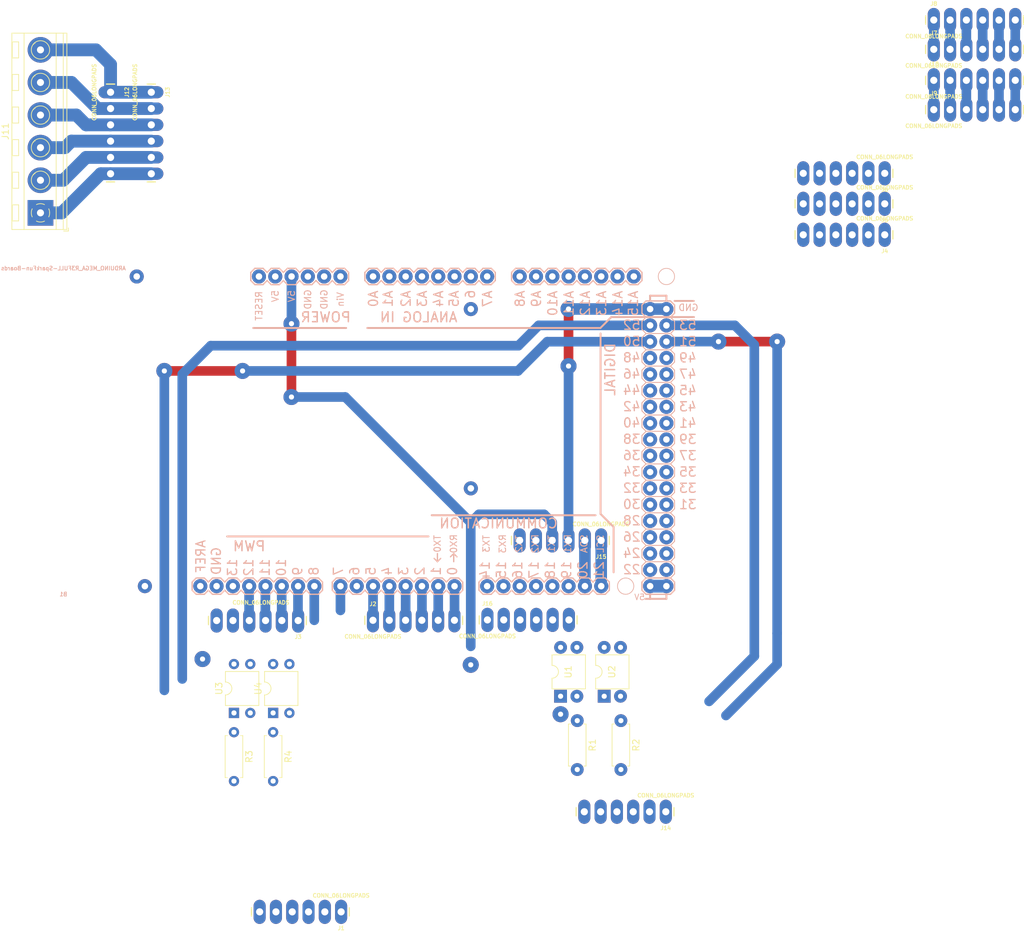
<source format=kicad_pcb>
(kicad_pcb (version 20171130) (host pcbnew "(5.1.6)-1")

  (general
    (thickness 1.6)
    (drawings 0)
    (tracks 114)
    (zones 0)
    (modules 25)
    (nets 60)
  )

  (page A4)
  (layers
    (0 F.Cu signal)
    (31 B.Cu signal)
    (32 B.Adhes user)
    (33 F.Adhes user)
    (34 B.Paste user)
    (35 F.Paste user)
    (36 B.SilkS user)
    (37 F.SilkS user)
    (38 B.Mask user)
    (39 F.Mask user)
    (40 Dwgs.User user)
    (41 Cmts.User user)
    (42 Eco1.User user)
    (43 Eco2.User user)
    (44 Edge.Cuts user)
    (45 Margin user)
    (46 B.CrtYd user)
    (47 F.CrtYd user)
    (48 B.Fab user)
    (49 F.Fab user)
  )

  (setup
    (last_trace_width 0.25)
    (user_trace_width 0.5)
    (user_trace_width 0.8)
    (user_trace_width 1)
    (user_trace_width 1.2)
    (user_trace_width 1.5)
    (user_trace_width 1.8)
    (user_trace_width 2)
    (trace_clearance 0.2)
    (zone_clearance 0.508)
    (zone_45_only no)
    (trace_min 0.2)
    (via_size 0.8)
    (via_drill 0.4)
    (via_min_size 0.4)
    (via_min_drill 0.3)
    (user_via 1.8 0.8)
    (user_via 2 0.8)
    (user_via 2.5 0.8)
    (uvia_size 0.3)
    (uvia_drill 0.1)
    (uvias_allowed no)
    (uvia_min_size 0.2)
    (uvia_min_drill 0.1)
    (edge_width 0.05)
    (segment_width 0.2)
    (pcb_text_width 0.3)
    (pcb_text_size 1.5 1.5)
    (mod_edge_width 0.12)
    (mod_text_size 1 1)
    (mod_text_width 0.15)
    (pad_size 2 2)
    (pad_drill 0.8)
    (pad_to_mask_clearance 0.051)
    (solder_mask_min_width 0.25)
    (aux_axis_origin 0 0)
    (visible_elements 7FFFFFFF)
    (pcbplotparams
      (layerselection 0x010fc_ffffffff)
      (usegerberextensions false)
      (usegerberattributes false)
      (usegerberadvancedattributes false)
      (creategerberjobfile false)
      (excludeedgelayer true)
      (linewidth 0.100000)
      (plotframeref false)
      (viasonmask false)
      (mode 1)
      (useauxorigin false)
      (hpglpennumber 1)
      (hpglpenspeed 20)
      (hpglpendiameter 15.000000)
      (psnegative false)
      (psa4output false)
      (plotreference true)
      (plotvalue true)
      (plotinvisibletext false)
      (padsonsilk false)
      (subtractmaskfromsilk false)
      (outputformat 1)
      (mirror false)
      (drillshape 0)
      (scaleselection 1)
      (outputdirectory "gerber/"))
  )

  (net 0 "")
  (net 1 VCC)
  (net 2 SCL)
  (net 3 SDA)
  (net 4 "Net-(B1-Pad12)")
  (net 5 "Net-(B1-Pad11)")
  (net 6 "Net-(B1-Pad10)")
  (net 7 "Net-(B1-Pad9)")
  (net 8 "Net-(B1-Pad5)")
  (net 9 "Net-(B1-Pad4)")
  (net 10 "Net-(B1-Pad3)")
  (net 11 "Net-(B1-Pad2)")
  (net 12 "Net-(B1-Pad1)")
  (net 13 "Net-(B1-Pad0)")
  (net 14 GND)
  (net 15 "Net-(J5-Pad6)")
  (net 16 "Net-(J5-Pad2)")
  (net 17 "Net-(J5-Pad1)")
  (net 18 "Net-(J7-Pad6)")
  (net 19 "Net-(J7-Pad5)")
  (net 20 "Net-(J7-Pad4)")
  (net 21 "Net-(J7-Pad3)")
  (net 22 "Net-(J7-Pad2)")
  (net 23 "Net-(J7-Pad1)")
  (net 24 "Net-(J10-Pad6)")
  (net 25 "Net-(J10-Pad5)")
  (net 26 "Net-(J10-Pad4)")
  (net 27 "Net-(J10-Pad3)")
  (net 28 "Net-(J10-Pad2)")
  (net 29 "Net-(J10-Pad1)")
  (net 30 "Net-(J11-Pad6)")
  (net 31 "Net-(J11-Pad5)")
  (net 32 "Net-(J11-Pad4)")
  (net 33 "Net-(J11-Pad3)")
  (net 34 "Net-(J11-Pad2)")
  (net 35 "Net-(J11-Pad1)")
  (net 36 "Net-(J14-Pad2)")
  (net 37 "Net-(J14-Pad1)")
  (net 38 "Net-(B1-Pad17)")
  (net 39 "Net-(B1-Pad16)")
  (net 40 "Net-(B1-Pad15)")
  (net 41 "Net-(B1-Pad14)")
  (net 42 "Net-(J14-Pad4)")
  (net 43 "Net-(J14-Pad3)")
  (net 44 "Net-(R1-Pad1)")
  (net 45 "Net-(R2-Pad1)")
  (net 46 "Net-(J1-Pad3)")
  (net 47 "Net-(J1-Pad2)")
  (net 48 "Net-(J1-Pad1)")
  (net 49 "Net-(R3-Pad1)")
  (net 50 "Net-(R4-Pad1)")
  (net 51 "Net-(B1-Pad19)")
  (net 52 "Net-(B1-Pad18)")
  (net 53 13)
  (net 54 CS)
  (net 55 SCK)
  (net 56 MOSI)
  (net 57 MISO)
  (net 58 "Net-(B1-Pad8)")
  (net 59 "Net-(B1-Pad7)")

  (net_class Default "This is the default net class."
    (clearance 0.2)
    (trace_width 0.25)
    (via_dia 0.8)
    (via_drill 0.4)
    (uvia_dia 0.3)
    (uvia_drill 0.1)
    (add_net 13)
    (add_net CS)
    (add_net E1)
    (add_net E2)
    (add_net GND)
    (add_net MISO)
    (add_net MOSI)
    (add_net "Net-(B1-Pad0)")
    (add_net "Net-(B1-Pad1)")
    (add_net "Net-(B1-Pad10)")
    (add_net "Net-(B1-Pad11)")
    (add_net "Net-(B1-Pad12)")
    (add_net "Net-(B1-Pad14)")
    (add_net "Net-(B1-Pad15)")
    (add_net "Net-(B1-Pad16)")
    (add_net "Net-(B1-Pad17)")
    (add_net "Net-(B1-Pad18)")
    (add_net "Net-(B1-Pad19)")
    (add_net "Net-(B1-Pad2)")
    (add_net "Net-(B1-Pad22)")
    (add_net "Net-(B1-Pad23)")
    (add_net "Net-(B1-Pad24)")
    (add_net "Net-(B1-Pad25)")
    (add_net "Net-(B1-Pad26)")
    (add_net "Net-(B1-Pad27)")
    (add_net "Net-(B1-Pad28)")
    (add_net "Net-(B1-Pad29)")
    (add_net "Net-(B1-Pad3)")
    (add_net "Net-(B1-Pad3.3V)")
    (add_net "Net-(B1-Pad30)")
    (add_net "Net-(B1-Pad31)")
    (add_net "Net-(B1-Pad32)")
    (add_net "Net-(B1-Pad33)")
    (add_net "Net-(B1-Pad34)")
    (add_net "Net-(B1-Pad35)")
    (add_net "Net-(B1-Pad36)")
    (add_net "Net-(B1-Pad37)")
    (add_net "Net-(B1-Pad38)")
    (add_net "Net-(B1-Pad39)")
    (add_net "Net-(B1-Pad4)")
    (add_net "Net-(B1-Pad40)")
    (add_net "Net-(B1-Pad41)")
    (add_net "Net-(B1-Pad42)")
    (add_net "Net-(B1-Pad43)")
    (add_net "Net-(B1-Pad44)")
    (add_net "Net-(B1-Pad45)")
    (add_net "Net-(B1-Pad46)")
    (add_net "Net-(B1-Pad47)")
    (add_net "Net-(B1-Pad48)")
    (add_net "Net-(B1-Pad49)")
    (add_net "Net-(B1-Pad5)")
    (add_net "Net-(B1-Pad6)")
    (add_net "Net-(B1-Pad7)")
    (add_net "Net-(B1-Pad8)")
    (add_net "Net-(B1-Pad9)")
    (add_net "Net-(B1-PadA0)")
    (add_net "Net-(B1-PadA1)")
    (add_net "Net-(B1-PadA10)")
    (add_net "Net-(B1-PadA11)")
    (add_net "Net-(B1-PadA12)")
    (add_net "Net-(B1-PadA13)")
    (add_net "Net-(B1-PadA14)")
    (add_net "Net-(B1-PadA15)")
    (add_net "Net-(B1-PadA2)")
    (add_net "Net-(B1-PadA3)")
    (add_net "Net-(B1-PadA4)")
    (add_net "Net-(B1-PadA5)")
    (add_net "Net-(B1-PadA6)")
    (add_net "Net-(B1-PadA7)")
    (add_net "Net-(B1-PadA8)")
    (add_net "Net-(B1-PadA9)")
    (add_net "Net-(B1-PadAREF)")
    (add_net "Net-(B1-PadRESE)")
    (add_net "Net-(B1-PadVIN)")
    (add_net "Net-(J1-Pad1)")
    (add_net "Net-(J1-Pad2)")
    (add_net "Net-(J1-Pad3)")
    (add_net "Net-(J1-Pad4)")
    (add_net "Net-(J1-Pad5)")
    (add_net "Net-(J1-Pad6)")
    (add_net "Net-(J10-Pad1)")
    (add_net "Net-(J10-Pad2)")
    (add_net "Net-(J10-Pad3)")
    (add_net "Net-(J10-Pad4)")
    (add_net "Net-(J10-Pad5)")
    (add_net "Net-(J10-Pad6)")
    (add_net "Net-(J11-Pad1)")
    (add_net "Net-(J11-Pad2)")
    (add_net "Net-(J11-Pad3)")
    (add_net "Net-(J11-Pad4)")
    (add_net "Net-(J11-Pad5)")
    (add_net "Net-(J11-Pad6)")
    (add_net "Net-(J14-Pad1)")
    (add_net "Net-(J14-Pad2)")
    (add_net "Net-(J14-Pad3)")
    (add_net "Net-(J14-Pad4)")
    (add_net "Net-(J14-Pad5)")
    (add_net "Net-(J14-Pad6)")
    (add_net "Net-(J15-Pad5)")
    (add_net "Net-(J15-Pad6)")
    (add_net "Net-(J4-Pad1)")
    (add_net "Net-(J4-Pad2)")
    (add_net "Net-(J4-Pad6)")
    (add_net "Net-(J5-Pad1)")
    (add_net "Net-(J5-Pad2)")
    (add_net "Net-(J5-Pad6)")
    (add_net "Net-(J7-Pad1)")
    (add_net "Net-(J7-Pad2)")
    (add_net "Net-(J7-Pad3)")
    (add_net "Net-(J7-Pad4)")
    (add_net "Net-(J7-Pad5)")
    (add_net "Net-(J7-Pad6)")
    (add_net "Net-(R1-Pad1)")
    (add_net "Net-(R2-Pad1)")
    (add_net "Net-(R3-Pad1)")
    (add_net "Net-(R3-Pad2)")
    (add_net "Net-(R4-Pad1)")
    (add_net "Net-(U3-Pad3)")
    (add_net "Net-(U3-Pad4)")
    (add_net "Net-(U4-Pad3)")
    (add_net "Net-(U4-Pad4)")
    (add_net SCK)
    (add_net SCL)
    (add_net SDA)
    (add_net VCC)
  )

  (module Boards:ARDUINO_MEGA (layer B.Cu) (tedit 6049C1CA) (tstamp 6049C97A)
    (at -67.296 -54.09)
    (descr "ARDUINO MEGA R3 FOOTPRINT")
    (tags "ARDUINO MEGA R3 FOOTPRINT")
    (path /5FB99D26)
    (attr virtual)
    (fp_text reference B1 (at -46.99 25.4) (layer B.SilkS)
      (effects (font (size 0.6096 0.6096) (thickness 0.127)) (justify mirror))
    )
    (fp_text value ARDUINO_MEGA_R3FULL-SparkFun-Boards (at -46.99 -25.4) (layer B.SilkS)
      (effects (font (size 0.6096 0.6096) (thickness 0.127)) (justify mirror))
    )
    (fp_circle (center 46.99 -24.13) (end 48.26 -24.13) (layer B.SilkS) (width 0.12))
    (fp_circle (center 40.64 24.13) (end 41.91 24.13) (layer B.SilkS) (width 0.12))
    (fp_line (start 39.116 -24.384) (end 39.624 -24.384) (layer Dwgs.User) (width 0.06604))
    (fp_line (start 39.624 -24.384) (end 39.624 -23.876) (layer Dwgs.User) (width 0.06604))
    (fp_line (start 39.116 -23.876) (end 39.624 -23.876) (layer Dwgs.User) (width 0.06604))
    (fp_line (start 39.116 -24.384) (end 39.116 -23.876) (layer Dwgs.User) (width 0.06604))
    (fp_line (start 36.576 -24.384) (end 37.084 -24.384) (layer Dwgs.User) (width 0.06604))
    (fp_line (start 37.084 -24.384) (end 37.084 -23.876) (layer Dwgs.User) (width 0.06604))
    (fp_line (start 36.576 -23.876) (end 37.084 -23.876) (layer Dwgs.User) (width 0.06604))
    (fp_line (start 36.576 -24.384) (end 36.576 -23.876) (layer Dwgs.User) (width 0.06604))
    (fp_line (start 34.036 -24.384) (end 34.544 -24.384) (layer Dwgs.User) (width 0.06604))
    (fp_line (start 34.544 -24.384) (end 34.544 -23.876) (layer Dwgs.User) (width 0.06604))
    (fp_line (start 34.036 -23.876) (end 34.544 -23.876) (layer Dwgs.User) (width 0.06604))
    (fp_line (start 34.036 -24.384) (end 34.036 -23.876) (layer Dwgs.User) (width 0.06604))
    (fp_line (start 31.496 -24.384) (end 32.004 -24.384) (layer Dwgs.User) (width 0.06604))
    (fp_line (start 32.004 -24.384) (end 32.004 -23.876) (layer Dwgs.User) (width 0.06604))
    (fp_line (start 31.496 -23.876) (end 32.004 -23.876) (layer Dwgs.User) (width 0.06604))
    (fp_line (start 31.496 -24.384) (end 31.496 -23.876) (layer Dwgs.User) (width 0.06604))
    (fp_line (start 28.95346 -24.384) (end 29.464 -24.384) (layer Dwgs.User) (width 0.06604))
    (fp_line (start 29.464 -24.384) (end 29.464 -23.876) (layer Dwgs.User) (width 0.06604))
    (fp_line (start 28.95346 -23.876) (end 29.464 -23.876) (layer Dwgs.User) (width 0.06604))
    (fp_line (start 28.95346 -24.384) (end 28.95346 -23.876) (layer Dwgs.User) (width 0.06604))
    (fp_line (start 26.416 -24.384) (end 26.924 -24.384) (layer Dwgs.User) (width 0.06604))
    (fp_line (start 26.924 -24.384) (end 26.924 -23.876) (layer Dwgs.User) (width 0.06604))
    (fp_line (start 26.416 -23.876) (end 26.924 -23.876) (layer Dwgs.User) (width 0.06604))
    (fp_line (start 26.416 -24.384) (end 26.416 -23.876) (layer Dwgs.User) (width 0.06604))
    (fp_line (start 23.876 -24.384) (end 24.384 -24.384) (layer Dwgs.User) (width 0.06604))
    (fp_line (start 24.384 -24.384) (end 24.384 -23.876) (layer Dwgs.User) (width 0.06604))
    (fp_line (start 23.876 -23.876) (end 24.384 -23.876) (layer Dwgs.User) (width 0.06604))
    (fp_line (start 23.876 -24.384) (end 23.876 -23.876) (layer Dwgs.User) (width 0.06604))
    (fp_line (start 41.656 -24.384) (end 42.164 -24.384) (layer Dwgs.User) (width 0.06604))
    (fp_line (start 42.164 -24.384) (end 42.164 -23.876) (layer Dwgs.User) (width 0.06604))
    (fp_line (start 41.656 -23.876) (end 42.164 -23.876) (layer Dwgs.User) (width 0.06604))
    (fp_line (start 41.656 -24.384) (end 41.656 -23.876) (layer Dwgs.User) (width 0.06604))
    (fp_line (start 34.036 23.876) (end 34.544 23.876) (layer Dwgs.User) (width 0.06604))
    (fp_line (start 34.544 23.876) (end 34.544 24.384) (layer Dwgs.User) (width 0.06604))
    (fp_line (start 34.036 24.384) (end 34.544 24.384) (layer Dwgs.User) (width 0.06604))
    (fp_line (start 34.036 23.876) (end 34.036 24.384) (layer Dwgs.User) (width 0.06604))
    (fp_line (start 31.496 23.876) (end 32.004 23.876) (layer Dwgs.User) (width 0.06604))
    (fp_line (start 32.004 23.876) (end 32.004 24.384) (layer Dwgs.User) (width 0.06604))
    (fp_line (start 31.496 24.384) (end 32.004 24.384) (layer Dwgs.User) (width 0.06604))
    (fp_line (start 31.496 23.876) (end 31.496 24.384) (layer Dwgs.User) (width 0.06604))
    (fp_line (start 28.95346 23.876) (end 29.464 23.876) (layer Dwgs.User) (width 0.06604))
    (fp_line (start 29.464 23.876) (end 29.464 24.384) (layer Dwgs.User) (width 0.06604))
    (fp_line (start 28.95346 24.384) (end 29.464 24.384) (layer Dwgs.User) (width 0.06604))
    (fp_line (start 28.95346 23.876) (end 28.95346 24.384) (layer Dwgs.User) (width 0.06604))
    (fp_line (start 26.416 23.876) (end 26.924 23.876) (layer Dwgs.User) (width 0.06604))
    (fp_line (start 26.924 23.876) (end 26.924 24.384) (layer Dwgs.User) (width 0.06604))
    (fp_line (start 26.416 24.384) (end 26.924 24.384) (layer Dwgs.User) (width 0.06604))
    (fp_line (start 26.416 23.876) (end 26.416 24.384) (layer Dwgs.User) (width 0.06604))
    (fp_line (start 23.876 23.876) (end 24.384 23.876) (layer Dwgs.User) (width 0.06604))
    (fp_line (start 24.384 23.876) (end 24.384 24.384) (layer Dwgs.User) (width 0.06604))
    (fp_line (start 23.876 24.384) (end 24.384 24.384) (layer Dwgs.User) (width 0.06604))
    (fp_line (start 23.876 23.876) (end 23.876 24.384) (layer Dwgs.User) (width 0.06604))
    (fp_line (start 21.336 23.876) (end 21.844 23.876) (layer Dwgs.User) (width 0.06604))
    (fp_line (start 21.844 23.876) (end 21.844 24.384) (layer Dwgs.User) (width 0.06604))
    (fp_line (start 21.336 24.384) (end 21.844 24.384) (layer Dwgs.User) (width 0.06604))
    (fp_line (start 21.336 23.876) (end 21.336 24.384) (layer Dwgs.User) (width 0.06604))
    (fp_line (start 18.796 23.876) (end 19.304 23.876) (layer Dwgs.User) (width 0.06604))
    (fp_line (start 19.304 23.876) (end 19.304 24.384) (layer Dwgs.User) (width 0.06604))
    (fp_line (start 18.796 24.384) (end 19.304 24.384) (layer Dwgs.User) (width 0.06604))
    (fp_line (start 18.796 23.876) (end 18.796 24.384) (layer Dwgs.User) (width 0.06604))
    (fp_line (start 36.576 23.876) (end 37.084 23.876) (layer Dwgs.User) (width 0.06604))
    (fp_line (start 37.084 23.876) (end 37.084 24.384) (layer Dwgs.User) (width 0.06604))
    (fp_line (start 36.576 24.384) (end 37.084 24.384) (layer Dwgs.User) (width 0.06604))
    (fp_line (start 36.576 23.876) (end 36.576 24.384) (layer Dwgs.User) (width 0.06604))
    (fp_line (start 16.256 -24.384) (end 16.764 -24.384) (layer Dwgs.User) (width 0.06604))
    (fp_line (start 16.764 -24.384) (end 16.764 -23.876) (layer Dwgs.User) (width 0.06604))
    (fp_line (start 16.256 -23.876) (end 16.764 -23.876) (layer Dwgs.User) (width 0.06604))
    (fp_line (start 16.256 -24.384) (end 16.256 -23.876) (layer Dwgs.User) (width 0.06604))
    (fp_line (start 13.716 -24.384) (end 14.224 -24.384) (layer Dwgs.User) (width 0.06604))
    (fp_line (start 14.224 -24.384) (end 14.224 -23.876) (layer Dwgs.User) (width 0.06604))
    (fp_line (start 13.716 -23.876) (end 14.224 -23.876) (layer Dwgs.User) (width 0.06604))
    (fp_line (start 13.716 -24.384) (end 13.716 -23.876) (layer Dwgs.User) (width 0.06604))
    (fp_line (start 11.176 -24.384) (end 11.684 -24.384) (layer Dwgs.User) (width 0.06604))
    (fp_line (start 11.684 -24.384) (end 11.684 -23.876) (layer Dwgs.User) (width 0.06604))
    (fp_line (start 11.176 -23.876) (end 11.684 -23.876) (layer Dwgs.User) (width 0.06604))
    (fp_line (start 11.176 -24.384) (end 11.176 -23.876) (layer Dwgs.User) (width 0.06604))
    (fp_line (start 8.636 -24.384) (end 9.144 -24.384) (layer Dwgs.User) (width 0.06604))
    (fp_line (start 9.144 -24.384) (end 9.144 -23.876) (layer Dwgs.User) (width 0.06604))
    (fp_line (start 8.636 -23.876) (end 9.144 -23.876) (layer Dwgs.User) (width 0.06604))
    (fp_line (start 8.636 -24.384) (end 8.636 -23.876) (layer Dwgs.User) (width 0.06604))
    (fp_line (start 6.096 -24.384) (end 6.604 -24.384) (layer Dwgs.User) (width 0.06604))
    (fp_line (start 6.604 -24.384) (end 6.604 -23.876) (layer Dwgs.User) (width 0.06604))
    (fp_line (start 6.096 -23.876) (end 6.604 -23.876) (layer Dwgs.User) (width 0.06604))
    (fp_line (start 6.096 -24.384) (end 6.096 -23.876) (layer Dwgs.User) (width 0.06604))
    (fp_line (start 3.556 -24.384) (end 4.064 -24.384) (layer Dwgs.User) (width 0.06604))
    (fp_line (start 4.064 -24.384) (end 4.064 -23.876) (layer Dwgs.User) (width 0.06604))
    (fp_line (start 3.556 -23.876) (end 4.064 -23.876) (layer Dwgs.User) (width 0.06604))
    (fp_line (start 3.556 -24.384) (end 3.556 -23.876) (layer Dwgs.User) (width 0.06604))
    (fp_line (start 1.016 -24.384) (end 1.524 -24.384) (layer Dwgs.User) (width 0.06604))
    (fp_line (start 1.524 -24.384) (end 1.524 -23.876) (layer Dwgs.User) (width 0.06604))
    (fp_line (start 1.016 -23.876) (end 1.524 -23.876) (layer Dwgs.User) (width 0.06604))
    (fp_line (start 1.016 -24.384) (end 1.016 -23.876) (layer Dwgs.User) (width 0.06604))
    (fp_line (start 18.796 -24.384) (end 19.304 -24.384) (layer Dwgs.User) (width 0.06604))
    (fp_line (start 19.304 -24.384) (end 19.304 -23.876) (layer Dwgs.User) (width 0.06604))
    (fp_line (start 18.796 -23.876) (end 19.304 -23.876) (layer Dwgs.User) (width 0.06604))
    (fp_line (start 18.796 -24.384) (end 18.796 -23.876) (layer Dwgs.User) (width 0.06604))
    (fp_line (start 11.176 23.876) (end 11.684 23.876) (layer Dwgs.User) (width 0.06604))
    (fp_line (start 11.684 23.876) (end 11.684 24.384) (layer Dwgs.User) (width 0.06604))
    (fp_line (start 11.176 24.384) (end 11.684 24.384) (layer Dwgs.User) (width 0.06604))
    (fp_line (start 11.176 23.876) (end 11.176 24.384) (layer Dwgs.User) (width 0.06604))
    (fp_line (start 8.636 23.876) (end 9.144 23.876) (layer Dwgs.User) (width 0.06604))
    (fp_line (start 9.144 23.876) (end 9.144 24.384) (layer Dwgs.User) (width 0.06604))
    (fp_line (start 8.636 24.384) (end 9.144 24.384) (layer Dwgs.User) (width 0.06604))
    (fp_line (start 8.636 23.876) (end 8.636 24.384) (layer Dwgs.User) (width 0.06604))
    (fp_line (start 6.096 23.876) (end 6.604 23.876) (layer Dwgs.User) (width 0.06604))
    (fp_line (start 6.604 23.876) (end 6.604 24.384) (layer Dwgs.User) (width 0.06604))
    (fp_line (start 6.096 24.384) (end 6.604 24.384) (layer Dwgs.User) (width 0.06604))
    (fp_line (start 6.096 23.876) (end 6.096 24.384) (layer Dwgs.User) (width 0.06604))
    (fp_line (start 3.556 23.876) (end 4.064 23.876) (layer Dwgs.User) (width 0.06604))
    (fp_line (start 4.064 23.876) (end 4.064 24.384) (layer Dwgs.User) (width 0.06604))
    (fp_line (start 3.556 24.384) (end 4.064 24.384) (layer Dwgs.User) (width 0.06604))
    (fp_line (start 3.556 23.876) (end 3.556 24.384) (layer Dwgs.User) (width 0.06604))
    (fp_line (start 1.016 23.876) (end 1.524 23.876) (layer Dwgs.User) (width 0.06604))
    (fp_line (start 1.524 23.876) (end 1.524 24.384) (layer Dwgs.User) (width 0.06604))
    (fp_line (start 1.016 24.384) (end 1.524 24.384) (layer Dwgs.User) (width 0.06604))
    (fp_line (start 1.016 23.876) (end 1.016 24.384) (layer Dwgs.User) (width 0.06604))
    (fp_line (start -1.524 23.876) (end -1.016 23.876) (layer Dwgs.User) (width 0.06604))
    (fp_line (start -1.016 23.876) (end -1.016 24.384) (layer Dwgs.User) (width 0.06604))
    (fp_line (start -1.524 24.384) (end -1.016 24.384) (layer Dwgs.User) (width 0.06604))
    (fp_line (start -1.524 23.876) (end -1.524 24.384) (layer Dwgs.User) (width 0.06604))
    (fp_line (start -4.064 23.876) (end -3.556 23.876) (layer Dwgs.User) (width 0.06604))
    (fp_line (start -3.556 23.876) (end -3.556 24.384) (layer Dwgs.User) (width 0.06604))
    (fp_line (start -4.064 24.384) (end -3.556 24.384) (layer Dwgs.User) (width 0.06604))
    (fp_line (start -4.064 23.876) (end -4.064 24.384) (layer Dwgs.User) (width 0.06604))
    (fp_line (start 13.716 23.876) (end 14.224 23.876) (layer Dwgs.User) (width 0.06604))
    (fp_line (start 14.224 23.876) (end 14.224 24.384) (layer Dwgs.User) (width 0.06604))
    (fp_line (start 13.716 24.384) (end 14.224 24.384) (layer Dwgs.User) (width 0.06604))
    (fp_line (start 13.716 23.876) (end 13.716 24.384) (layer Dwgs.User) (width 0.06604))
    (fp_line (start -10.668 23.876) (end -10.16 23.876) (layer Dwgs.User) (width 0.06604))
    (fp_line (start -10.16 23.876) (end -10.16 24.384) (layer Dwgs.User) (width 0.06604))
    (fp_line (start -10.668 24.384) (end -10.16 24.384) (layer Dwgs.User) (width 0.06604))
    (fp_line (start -10.668 23.876) (end -10.668 24.384) (layer Dwgs.User) (width 0.06604))
    (fp_line (start -13.208 23.876) (end -12.7 23.876) (layer Dwgs.User) (width 0.06604))
    (fp_line (start -12.7 23.876) (end -12.7 24.384) (layer Dwgs.User) (width 0.06604))
    (fp_line (start -13.208 24.384) (end -12.7 24.384) (layer Dwgs.User) (width 0.06604))
    (fp_line (start -13.208 23.876) (end -13.208 24.384) (layer Dwgs.User) (width 0.06604))
    (fp_line (start -15.748 23.876) (end -15.24 23.876) (layer Dwgs.User) (width 0.06604))
    (fp_line (start -15.24 23.876) (end -15.24 24.384) (layer Dwgs.User) (width 0.06604))
    (fp_line (start -15.748 24.384) (end -15.24 24.384) (layer Dwgs.User) (width 0.06604))
    (fp_line (start -15.748 23.876) (end -15.748 24.384) (layer Dwgs.User) (width 0.06604))
    (fp_line (start -18.288 23.876) (end -17.78 23.876) (layer Dwgs.User) (width 0.06604))
    (fp_line (start -17.78 23.876) (end -17.78 24.384) (layer Dwgs.User) (width 0.06604))
    (fp_line (start -18.288 24.384) (end -17.78 24.384) (layer Dwgs.User) (width 0.06604))
    (fp_line (start -18.288 23.876) (end -18.288 24.384) (layer Dwgs.User) (width 0.06604))
    (fp_line (start -20.828 23.876) (end -20.32 23.876) (layer Dwgs.User) (width 0.06604))
    (fp_line (start -20.32 23.876) (end -20.32 24.384) (layer Dwgs.User) (width 0.06604))
    (fp_line (start -20.828 24.384) (end -20.32 24.384) (layer Dwgs.User) (width 0.06604))
    (fp_line (start -20.828 23.876) (end -20.828 24.384) (layer Dwgs.User) (width 0.06604))
    (fp_line (start -23.368 23.876) (end -22.86 23.876) (layer Dwgs.User) (width 0.06604))
    (fp_line (start -22.86 23.876) (end -22.86 24.384) (layer Dwgs.User) (width 0.06604))
    (fp_line (start -23.368 24.384) (end -22.86 24.384) (layer Dwgs.User) (width 0.06604))
    (fp_line (start -23.368 23.876) (end -23.368 24.384) (layer Dwgs.User) (width 0.06604))
    (fp_line (start -25.908 23.876) (end -25.4 23.876) (layer Dwgs.User) (width 0.06604))
    (fp_line (start -25.4 23.876) (end -25.4 24.384) (layer Dwgs.User) (width 0.06604))
    (fp_line (start -25.908 24.384) (end -25.4 24.384) (layer Dwgs.User) (width 0.06604))
    (fp_line (start -25.908 23.876) (end -25.908 24.384) (layer Dwgs.User) (width 0.06604))
    (fp_line (start -8.128 23.876) (end -7.62 23.876) (layer Dwgs.User) (width 0.06604))
    (fp_line (start -7.62 23.876) (end -7.62 24.384) (layer Dwgs.User) (width 0.06604))
    (fp_line (start -8.128 24.384) (end -7.62 24.384) (layer Dwgs.User) (width 0.06604))
    (fp_line (start -8.128 23.876) (end -8.128 24.384) (layer Dwgs.User) (width 0.06604))
    (fp_line (start 13.843 3.556) (end 14.34846 3.556) (layer Dwgs.User) (width 0.06604))
    (fp_line (start 14.34846 3.556) (end 14.34846 4.064) (layer Dwgs.User) (width 0.06604))
    (fp_line (start 13.843 4.064) (end 14.34846 4.064) (layer Dwgs.User) (width 0.06604))
    (fp_line (start 13.843 3.556) (end 13.843 4.064) (layer Dwgs.User) (width 0.06604))
    (fp_line (start 16.383 3.556) (end 16.891 3.556) (layer Dwgs.User) (width 0.06604))
    (fp_line (start 16.891 3.556) (end 16.891 4.064) (layer Dwgs.User) (width 0.06604))
    (fp_line (start 16.383 4.064) (end 16.891 4.064) (layer Dwgs.User) (width 0.06604))
    (fp_line (start 16.383 3.556) (end 16.383 4.064) (layer Dwgs.User) (width 0.06604))
    (fp_line (start 16.383 1.016) (end 16.891 1.016) (layer Dwgs.User) (width 0.06604))
    (fp_line (start 16.891 1.016) (end 16.891 1.524) (layer Dwgs.User) (width 0.06604))
    (fp_line (start 16.383 1.524) (end 16.891 1.524) (layer Dwgs.User) (width 0.06604))
    (fp_line (start 16.383 1.016) (end 16.383 1.524) (layer Dwgs.User) (width 0.06604))
    (fp_line (start 13.843 1.016) (end 14.34846 1.016) (layer Dwgs.User) (width 0.06604))
    (fp_line (start 14.34846 1.016) (end 14.34846 1.524) (layer Dwgs.User) (width 0.06604))
    (fp_line (start 13.843 1.524) (end 14.34846 1.524) (layer Dwgs.User) (width 0.06604))
    (fp_line (start 13.843 1.016) (end 13.843 1.524) (layer Dwgs.User) (width 0.06604))
    (fp_line (start 16.383 -1.524) (end 16.891 -1.524) (layer Dwgs.User) (width 0.06604))
    (fp_line (start 16.891 -1.524) (end 16.891 -1.016) (layer Dwgs.User) (width 0.06604))
    (fp_line (start 16.383 -1.016) (end 16.891 -1.016) (layer Dwgs.User) (width 0.06604))
    (fp_line (start 16.383 -1.524) (end 16.383 -1.016) (layer Dwgs.User) (width 0.06604))
    (fp_line (start 13.843 -1.524) (end 14.34846 -1.524) (layer Dwgs.User) (width 0.06604))
    (fp_line (start 14.34846 -1.524) (end 14.34846 -1.016) (layer Dwgs.User) (width 0.06604))
    (fp_line (start 13.843 -1.016) (end 14.34846 -1.016) (layer Dwgs.User) (width 0.06604))
    (fp_line (start 13.843 -1.524) (end 13.843 -1.016) (layer Dwgs.User) (width 0.06604))
    (fp_line (start 46.736 3.556) (end 47.244 3.556) (layer Dwgs.User) (width 0.06604))
    (fp_line (start 47.244 3.556) (end 47.244 4.064) (layer Dwgs.User) (width 0.06604))
    (fp_line (start 46.736 4.064) (end 47.244 4.064) (layer Dwgs.User) (width 0.06604))
    (fp_line (start 46.736 3.556) (end 46.736 4.064) (layer Dwgs.User) (width 0.06604))
    (fp_line (start 44.196 3.556) (end 44.704 3.556) (layer Dwgs.User) (width 0.06604))
    (fp_line (start 44.704 3.556) (end 44.704 4.064) (layer Dwgs.User) (width 0.06604))
    (fp_line (start 44.196 4.064) (end 44.704 4.064) (layer Dwgs.User) (width 0.06604))
    (fp_line (start 44.196 3.556) (end 44.196 4.064) (layer Dwgs.User) (width 0.06604))
    (fp_line (start 44.196 6.096) (end 44.704 6.096) (layer Dwgs.User) (width 0.06604))
    (fp_line (start 44.704 6.096) (end 44.704 6.604) (layer Dwgs.User) (width 0.06604))
    (fp_line (start 44.196 6.604) (end 44.704 6.604) (layer Dwgs.User) (width 0.06604))
    (fp_line (start 44.196 6.096) (end 44.196 6.604) (layer Dwgs.User) (width 0.06604))
    (fp_line (start 46.736 6.096) (end 47.244 6.096) (layer Dwgs.User) (width 0.06604))
    (fp_line (start 47.244 6.096) (end 47.244 6.604) (layer Dwgs.User) (width 0.06604))
    (fp_line (start 46.736 6.604) (end 47.244 6.604) (layer Dwgs.User) (width 0.06604))
    (fp_line (start 46.736 6.096) (end 46.736 6.604) (layer Dwgs.User) (width 0.06604))
    (fp_line (start 44.196 8.636) (end 44.704 8.636) (layer Dwgs.User) (width 0.06604))
    (fp_line (start 44.704 8.636) (end 44.704 9.144) (layer Dwgs.User) (width 0.06604))
    (fp_line (start 44.196 9.144) (end 44.704 9.144) (layer Dwgs.User) (width 0.06604))
    (fp_line (start 44.196 8.636) (end 44.196 9.144) (layer Dwgs.User) (width 0.06604))
    (fp_line (start 46.736 8.636) (end 47.244 8.636) (layer Dwgs.User) (width 0.06604))
    (fp_line (start 47.244 8.636) (end 47.244 9.144) (layer Dwgs.User) (width 0.06604))
    (fp_line (start 46.736 9.144) (end 47.244 9.144) (layer Dwgs.User) (width 0.06604))
    (fp_line (start 46.736 8.636) (end 46.736 9.144) (layer Dwgs.User) (width 0.06604))
    (fp_line (start 44.196 11.176) (end 44.704 11.176) (layer Dwgs.User) (width 0.06604))
    (fp_line (start 44.704 11.176) (end 44.704 11.684) (layer Dwgs.User) (width 0.06604))
    (fp_line (start 44.196 11.684) (end 44.704 11.684) (layer Dwgs.User) (width 0.06604))
    (fp_line (start 44.196 11.176) (end 44.196 11.684) (layer Dwgs.User) (width 0.06604))
    (fp_line (start 44.196 13.716) (end 44.704 13.716) (layer Dwgs.User) (width 0.06604))
    (fp_line (start 44.704 13.716) (end 44.704 14.224) (layer Dwgs.User) (width 0.06604))
    (fp_line (start 44.196 14.224) (end 44.704 14.224) (layer Dwgs.User) (width 0.06604))
    (fp_line (start 44.196 13.716) (end 44.196 14.224) (layer Dwgs.User) (width 0.06604))
    (fp_line (start 44.196 16.256) (end 44.704 16.256) (layer Dwgs.User) (width 0.06604))
    (fp_line (start 44.704 16.256) (end 44.704 16.764) (layer Dwgs.User) (width 0.06604))
    (fp_line (start 44.196 16.764) (end 44.704 16.764) (layer Dwgs.User) (width 0.06604))
    (fp_line (start 44.196 16.256) (end 44.196 16.764) (layer Dwgs.User) (width 0.06604))
    (fp_line (start 46.736 11.176) (end 47.244 11.176) (layer Dwgs.User) (width 0.06604))
    (fp_line (start 47.244 11.176) (end 47.244 11.684) (layer Dwgs.User) (width 0.06604))
    (fp_line (start 46.736 11.684) (end 47.244 11.684) (layer Dwgs.User) (width 0.06604))
    (fp_line (start 46.736 11.176) (end 46.736 11.684) (layer Dwgs.User) (width 0.06604))
    (fp_line (start 46.736 13.716) (end 47.244 13.716) (layer Dwgs.User) (width 0.06604))
    (fp_line (start 47.244 13.716) (end 47.244 14.224) (layer Dwgs.User) (width 0.06604))
    (fp_line (start 46.736 14.224) (end 47.244 14.224) (layer Dwgs.User) (width 0.06604))
    (fp_line (start 46.736 13.716) (end 46.736 14.224) (layer Dwgs.User) (width 0.06604))
    (fp_line (start 46.736 16.256) (end 47.244 16.256) (layer Dwgs.User) (width 0.06604))
    (fp_line (start 47.244 16.256) (end 47.244 16.764) (layer Dwgs.User) (width 0.06604))
    (fp_line (start 46.736 16.764) (end 47.244 16.764) (layer Dwgs.User) (width 0.06604))
    (fp_line (start 46.736 16.256) (end 46.736 16.764) (layer Dwgs.User) (width 0.06604))
    (fp_line (start 44.196 18.796) (end 44.704 18.796) (layer Dwgs.User) (width 0.06604))
    (fp_line (start 44.704 18.796) (end 44.704 19.304) (layer Dwgs.User) (width 0.06604))
    (fp_line (start 44.196 19.304) (end 44.704 19.304) (layer Dwgs.User) (width 0.06604))
    (fp_line (start 44.196 18.796) (end 44.196 19.304) (layer Dwgs.User) (width 0.06604))
    (fp_line (start 46.736 18.796) (end 47.244 18.796) (layer Dwgs.User) (width 0.06604))
    (fp_line (start 47.244 18.796) (end 47.244 19.304) (layer Dwgs.User) (width 0.06604))
    (fp_line (start 46.736 19.304) (end 47.244 19.304) (layer Dwgs.User) (width 0.06604))
    (fp_line (start 46.736 18.796) (end 46.736 19.304) (layer Dwgs.User) (width 0.06604))
    (fp_line (start 44.196 21.336) (end 44.704 21.336) (layer Dwgs.User) (width 0.06604))
    (fp_line (start 44.704 21.336) (end 44.704 21.844) (layer Dwgs.User) (width 0.06604))
    (fp_line (start 44.196 21.844) (end 44.704 21.844) (layer Dwgs.User) (width 0.06604))
    (fp_line (start 44.196 21.336) (end 44.196 21.844) (layer Dwgs.User) (width 0.06604))
    (fp_line (start 46.736 21.336) (end 47.244 21.336) (layer Dwgs.User) (width 0.06604))
    (fp_line (start 47.244 21.336) (end 47.244 21.844) (layer Dwgs.User) (width 0.06604))
    (fp_line (start 46.736 21.844) (end 47.244 21.844) (layer Dwgs.User) (width 0.06604))
    (fp_line (start 46.736 21.336) (end 46.736 21.844) (layer Dwgs.User) (width 0.06604))
    (fp_line (start 46.736 -16.764) (end 47.244 -16.764) (layer Dwgs.User) (width 0.06604))
    (fp_line (start 47.244 -16.764) (end 47.244 -16.256) (layer Dwgs.User) (width 0.06604))
    (fp_line (start 46.736 -16.256) (end 47.244 -16.256) (layer Dwgs.User) (width 0.06604))
    (fp_line (start 46.736 -16.764) (end 46.736 -16.256) (layer Dwgs.User) (width 0.06604))
    (fp_line (start 44.196 -16.764) (end 44.704 -16.764) (layer Dwgs.User) (width 0.06604))
    (fp_line (start 44.704 -16.764) (end 44.704 -16.256) (layer Dwgs.User) (width 0.06604))
    (fp_line (start 44.196 -16.256) (end 44.704 -16.256) (layer Dwgs.User) (width 0.06604))
    (fp_line (start 44.196 -16.764) (end 44.196 -16.256) (layer Dwgs.User) (width 0.06604))
    (fp_line (start 44.196 -14.224) (end 44.704 -14.224) (layer Dwgs.User) (width 0.06604))
    (fp_line (start 44.704 -14.224) (end 44.704 -13.716) (layer Dwgs.User) (width 0.06604))
    (fp_line (start 44.196 -13.716) (end 44.704 -13.716) (layer Dwgs.User) (width 0.06604))
    (fp_line (start 44.196 -14.224) (end 44.196 -13.716) (layer Dwgs.User) (width 0.06604))
    (fp_line (start 46.736 -14.224) (end 47.244 -14.224) (layer Dwgs.User) (width 0.06604))
    (fp_line (start 47.244 -14.224) (end 47.244 -13.716) (layer Dwgs.User) (width 0.06604))
    (fp_line (start 46.736 -13.716) (end 47.244 -13.716) (layer Dwgs.User) (width 0.06604))
    (fp_line (start 46.736 -14.224) (end 46.736 -13.716) (layer Dwgs.User) (width 0.06604))
    (fp_line (start 44.196 -11.684) (end 44.704 -11.684) (layer Dwgs.User) (width 0.06604))
    (fp_line (start 44.704 -11.684) (end 44.704 -11.176) (layer Dwgs.User) (width 0.06604))
    (fp_line (start 44.196 -11.176) (end 44.704 -11.176) (layer Dwgs.User) (width 0.06604))
    (fp_line (start 44.196 -11.684) (end 44.196 -11.176) (layer Dwgs.User) (width 0.06604))
    (fp_line (start 46.736 -11.684) (end 47.244 -11.684) (layer Dwgs.User) (width 0.06604))
    (fp_line (start 47.244 -11.684) (end 47.244 -11.176) (layer Dwgs.User) (width 0.06604))
    (fp_line (start 46.736 -11.176) (end 47.244 -11.176) (layer Dwgs.User) (width 0.06604))
    (fp_line (start 46.736 -11.684) (end 46.736 -11.176) (layer Dwgs.User) (width 0.06604))
    (fp_line (start 44.196 -9.144) (end 44.704 -9.144) (layer Dwgs.User) (width 0.06604))
    (fp_line (start 44.704 -9.144) (end 44.704 -8.636) (layer Dwgs.User) (width 0.06604))
    (fp_line (start 44.196 -8.636) (end 44.704 -8.636) (layer Dwgs.User) (width 0.06604))
    (fp_line (start 44.196 -9.144) (end 44.196 -8.636) (layer Dwgs.User) (width 0.06604))
    (fp_line (start 44.196 -6.604) (end 44.704 -6.604) (layer Dwgs.User) (width 0.06604))
    (fp_line (start 44.704 -6.604) (end 44.704 -6.096) (layer Dwgs.User) (width 0.06604))
    (fp_line (start 44.196 -6.096) (end 44.704 -6.096) (layer Dwgs.User) (width 0.06604))
    (fp_line (start 44.196 -6.604) (end 44.196 -6.096) (layer Dwgs.User) (width 0.06604))
    (fp_line (start 44.196 -4.064) (end 44.704 -4.064) (layer Dwgs.User) (width 0.06604))
    (fp_line (start 44.704 -4.064) (end 44.704 -3.556) (layer Dwgs.User) (width 0.06604))
    (fp_line (start 44.196 -3.556) (end 44.704 -3.556) (layer Dwgs.User) (width 0.06604))
    (fp_line (start 44.196 -4.064) (end 44.196 -3.556) (layer Dwgs.User) (width 0.06604))
    (fp_line (start 46.736 -9.144) (end 47.244 -9.144) (layer Dwgs.User) (width 0.06604))
    (fp_line (start 47.244 -9.144) (end 47.244 -8.636) (layer Dwgs.User) (width 0.06604))
    (fp_line (start 46.736 -8.636) (end 47.244 -8.636) (layer Dwgs.User) (width 0.06604))
    (fp_line (start 46.736 -9.144) (end 46.736 -8.636) (layer Dwgs.User) (width 0.06604))
    (fp_line (start 46.736 -6.604) (end 47.244 -6.604) (layer Dwgs.User) (width 0.06604))
    (fp_line (start 47.244 -6.604) (end 47.244 -6.096) (layer Dwgs.User) (width 0.06604))
    (fp_line (start 46.736 -6.096) (end 47.244 -6.096) (layer Dwgs.User) (width 0.06604))
    (fp_line (start 46.736 -6.604) (end 46.736 -6.096) (layer Dwgs.User) (width 0.06604))
    (fp_line (start 46.736 -4.064) (end 47.244 -4.064) (layer Dwgs.User) (width 0.06604))
    (fp_line (start 47.244 -4.064) (end 47.244 -3.556) (layer Dwgs.User) (width 0.06604))
    (fp_line (start 46.736 -3.556) (end 47.244 -3.556) (layer Dwgs.User) (width 0.06604))
    (fp_line (start 46.736 -4.064) (end 46.736 -3.556) (layer Dwgs.User) (width 0.06604))
    (fp_line (start 44.196 -1.524) (end 44.704 -1.524) (layer Dwgs.User) (width 0.06604))
    (fp_line (start 44.704 -1.524) (end 44.704 -1.016) (layer Dwgs.User) (width 0.06604))
    (fp_line (start 44.196 -1.016) (end 44.704 -1.016) (layer Dwgs.User) (width 0.06604))
    (fp_line (start 44.196 -1.524) (end 44.196 -1.016) (layer Dwgs.User) (width 0.06604))
    (fp_line (start 46.736 -1.524) (end 47.244 -1.524) (layer Dwgs.User) (width 0.06604))
    (fp_line (start 47.244 -1.524) (end 47.244 -1.016) (layer Dwgs.User) (width 0.06604))
    (fp_line (start 46.736 -1.016) (end 47.244 -1.016) (layer Dwgs.User) (width 0.06604))
    (fp_line (start 46.736 -1.524) (end 46.736 -1.016) (layer Dwgs.User) (width 0.06604))
    (fp_line (start 44.196 1.016) (end 44.704 1.016) (layer Dwgs.User) (width 0.06604))
    (fp_line (start 44.704 1.016) (end 44.704 1.524) (layer Dwgs.User) (width 0.06604))
    (fp_line (start 44.196 1.524) (end 44.704 1.524) (layer Dwgs.User) (width 0.06604))
    (fp_line (start 44.196 1.016) (end 44.196 1.524) (layer Dwgs.User) (width 0.06604))
    (fp_line (start 46.736 1.016) (end 47.244 1.016) (layer Dwgs.User) (width 0.06604))
    (fp_line (start 47.244 1.016) (end 47.244 1.524) (layer Dwgs.User) (width 0.06604))
    (fp_line (start 46.736 1.524) (end 47.244 1.524) (layer Dwgs.User) (width 0.06604))
    (fp_line (start 46.736 1.016) (end 46.736 1.524) (layer Dwgs.User) (width 0.06604))
    (fp_line (start 46.736 -19.304) (end 47.244 -19.304) (layer Dwgs.User) (width 0.06604))
    (fp_line (start 47.244 -19.304) (end 47.244 -18.796) (layer Dwgs.User) (width 0.06604))
    (fp_line (start 46.736 -18.796) (end 47.244 -18.796) (layer Dwgs.User) (width 0.06604))
    (fp_line (start 46.736 -19.304) (end 46.736 -18.796) (layer Dwgs.User) (width 0.06604))
    (fp_line (start 44.196 -19.304) (end 44.704 -19.304) (layer Dwgs.User) (width 0.06604))
    (fp_line (start 44.704 -19.304) (end 44.704 -18.796) (layer Dwgs.User) (width 0.06604))
    (fp_line (start 44.196 -18.796) (end 44.704 -18.796) (layer Dwgs.User) (width 0.06604))
    (fp_line (start 44.196 -19.304) (end 44.196 -18.796) (layer Dwgs.User) (width 0.06604))
    (fp_line (start 46.736 23.876) (end 47.244 23.876) (layer Dwgs.User) (width 0.06604))
    (fp_line (start 47.244 23.876) (end 47.244 24.384) (layer Dwgs.User) (width 0.06604))
    (fp_line (start 46.736 24.384) (end 47.244 24.384) (layer Dwgs.User) (width 0.06604))
    (fp_line (start 46.736 23.876) (end 46.736 24.384) (layer Dwgs.User) (width 0.06604))
    (fp_line (start 44.196 23.876) (end 44.704 23.876) (layer Dwgs.User) (width 0.06604))
    (fp_line (start 44.704 23.876) (end 44.704 24.384) (layer Dwgs.User) (width 0.06604))
    (fp_line (start 44.196 24.384) (end 44.704 24.384) (layer Dwgs.User) (width 0.06604))
    (fp_line (start 44.196 23.876) (end 44.196 24.384) (layer Dwgs.User) (width 0.06604))
    (fp_line (start -4.064 -24.384) (end -3.556 -24.384) (layer Dwgs.User) (width 0.06604))
    (fp_line (start -3.556 -24.384) (end -3.556 -23.876) (layer Dwgs.User) (width 0.06604))
    (fp_line (start -4.064 -23.876) (end -3.556 -23.876) (layer Dwgs.User) (width 0.06604))
    (fp_line (start -4.064 -24.384) (end -4.064 -23.876) (layer Dwgs.User) (width 0.06604))
    (fp_line (start -6.604 -24.384) (end -6.096 -24.384) (layer Dwgs.User) (width 0.06604))
    (fp_line (start -6.096 -24.384) (end -6.096 -23.876) (layer Dwgs.User) (width 0.06604))
    (fp_line (start -6.604 -23.876) (end -6.096 -23.876) (layer Dwgs.User) (width 0.06604))
    (fp_line (start -6.604 -24.384) (end -6.604 -23.876) (layer Dwgs.User) (width 0.06604))
    (fp_line (start -9.144 -24.384) (end -8.636 -24.384) (layer Dwgs.User) (width 0.06604))
    (fp_line (start -8.636 -24.384) (end -8.636 -23.876) (layer Dwgs.User) (width 0.06604))
    (fp_line (start -9.144 -23.876) (end -8.636 -23.876) (layer Dwgs.User) (width 0.06604))
    (fp_line (start -9.144 -24.384) (end -9.144 -23.876) (layer Dwgs.User) (width 0.06604))
    (fp_line (start -11.684 -24.384) (end -11.176 -24.384) (layer Dwgs.User) (width 0.06604))
    (fp_line (start -11.176 -24.384) (end -11.176 -23.876) (layer Dwgs.User) (width 0.06604))
    (fp_line (start -11.684 -23.876) (end -11.176 -23.876) (layer Dwgs.User) (width 0.06604))
    (fp_line (start -11.684 -24.384) (end -11.684 -23.876) (layer Dwgs.User) (width 0.06604))
    (fp_line (start -14.224 -24.384) (end -13.716 -24.384) (layer Dwgs.User) (width 0.06604))
    (fp_line (start -13.716 -24.384) (end -13.716 -23.876) (layer Dwgs.User) (width 0.06604))
    (fp_line (start -14.224 -23.876) (end -13.716 -23.876) (layer Dwgs.User) (width 0.06604))
    (fp_line (start -14.224 -24.384) (end -14.224 -23.876) (layer Dwgs.User) (width 0.06604))
    (fp_line (start -16.764 -24.384) (end -16.256 -24.384) (layer Dwgs.User) (width 0.06604))
    (fp_line (start -16.256 -24.384) (end -16.256 -23.876) (layer Dwgs.User) (width 0.06604))
    (fp_line (start -16.764 -23.876) (end -16.256 -23.876) (layer Dwgs.User) (width 0.06604))
    (fp_line (start -16.764 -24.384) (end -16.764 -23.876) (layer Dwgs.User) (width 0.06604))
    (fp_line (start -49.53 26.67) (end 46.99 26.67) (layer Dwgs.User) (width 0.2032))
    (fp_line (start 46.99 26.67) (end 49.53 24.13) (layer Dwgs.User) (width 0.2032))
    (fp_line (start 49.53 13.97) (end 52.07 11.43) (layer Dwgs.User) (width 0.2032))
    (fp_line (start 52.07 11.43) (end 52.07 -22.86) (layer Dwgs.User) (width 0.2032))
    (fp_line (start 52.07 -22.86) (end 49.53 -25.4) (layer Dwgs.User) (width 0.2032))
    (fp_line (start 49.53 -25.4) (end 49.53 -26.67) (layer Dwgs.User) (width 0.2032))
    (fp_line (start 49.53 -26.67) (end -49.53 -26.67) (layer Dwgs.User) (width 0.2032))
    (fp_line (start -49.53 -26.67) (end -49.53 26.67) (layer Dwgs.User) (width 0.2032))
    (fp_line (start 49.53 24.13) (end 49.53 13.97) (layer Dwgs.User) (width 0.2032))
    (fp_line (start 38.735 -22.86) (end 40.005 -22.86) (layer B.SilkS) (width 0.2032))
    (fp_line (start 40.005 -22.86) (end 40.64 -23.495) (layer B.SilkS) (width 0.2032))
    (fp_line (start 40.64 -24.765) (end 40.005 -25.4) (layer B.SilkS) (width 0.2032))
    (fp_line (start 35.56 -23.495) (end 36.195 -22.86) (layer B.SilkS) (width 0.2032))
    (fp_line (start 36.195 -22.86) (end 37.465 -22.86) (layer B.SilkS) (width 0.2032))
    (fp_line (start 37.465 -22.86) (end 38.1 -23.495) (layer B.SilkS) (width 0.2032))
    (fp_line (start 38.1 -24.765) (end 37.465 -25.4) (layer B.SilkS) (width 0.2032))
    (fp_line (start 37.465 -25.4) (end 36.195 -25.4) (layer B.SilkS) (width 0.2032))
    (fp_line (start 36.195 -25.4) (end 35.56 -24.765) (layer B.SilkS) (width 0.2032))
    (fp_line (start 38.735 -22.86) (end 38.1 -23.495) (layer B.SilkS) (width 0.2032))
    (fp_line (start 38.1 -24.765) (end 38.735 -25.4) (layer B.SilkS) (width 0.2032))
    (fp_line (start 40.005 -25.4) (end 38.735 -25.4) (layer B.SilkS) (width 0.2032))
    (fp_line (start 31.115 -22.86) (end 32.385 -22.86) (layer B.SilkS) (width 0.2032))
    (fp_line (start 32.385 -22.86) (end 33.02 -23.495) (layer B.SilkS) (width 0.2032))
    (fp_line (start 33.02 -24.765) (end 32.385 -25.4) (layer B.SilkS) (width 0.2032))
    (fp_line (start 33.02 -23.495) (end 33.655 -22.86) (layer B.SilkS) (width 0.2032))
    (fp_line (start 33.655 -22.86) (end 34.925 -22.86) (layer B.SilkS) (width 0.2032))
    (fp_line (start 34.925 -22.86) (end 35.56 -23.495) (layer B.SilkS) (width 0.2032))
    (fp_line (start 35.56 -24.765) (end 34.925 -25.4) (layer B.SilkS) (width 0.2032))
    (fp_line (start 34.925 -25.4) (end 33.655 -25.4) (layer B.SilkS) (width 0.2032))
    (fp_line (start 33.655 -25.4) (end 33.02 -24.765) (layer B.SilkS) (width 0.2032))
    (fp_line (start 27.94 -23.495) (end 28.575 -22.86) (layer B.SilkS) (width 0.2032))
    (fp_line (start 28.575 -22.86) (end 29.845 -22.86) (layer B.SilkS) (width 0.2032))
    (fp_line (start 29.845 -22.86) (end 30.48 -23.495) (layer B.SilkS) (width 0.2032))
    (fp_line (start 30.48 -24.765) (end 29.845 -25.4) (layer B.SilkS) (width 0.2032))
    (fp_line (start 29.845 -25.4) (end 28.575 -25.4) (layer B.SilkS) (width 0.2032))
    (fp_line (start 28.575 -25.4) (end 27.94 -24.765) (layer B.SilkS) (width 0.2032))
    (fp_line (start 31.115 -22.86) (end 30.48 -23.495) (layer B.SilkS) (width 0.2032))
    (fp_line (start 30.48 -24.765) (end 31.115 -25.4) (layer B.SilkS) (width 0.2032))
    (fp_line (start 32.385 -25.4) (end 31.115 -25.4) (layer B.SilkS) (width 0.2032))
    (fp_line (start 23.495 -22.86) (end 24.765 -22.86) (layer B.SilkS) (width 0.2032))
    (fp_line (start 24.765 -22.86) (end 25.4 -23.495) (layer B.SilkS) (width 0.2032))
    (fp_line (start 25.4 -24.765) (end 24.765 -25.4) (layer B.SilkS) (width 0.2032))
    (fp_line (start 25.4 -23.495) (end 26.035 -22.86) (layer B.SilkS) (width 0.2032))
    (fp_line (start 26.035 -22.86) (end 27.305 -22.86) (layer B.SilkS) (width 0.2032))
    (fp_line (start 27.305 -22.86) (end 27.94 -23.495) (layer B.SilkS) (width 0.2032))
    (fp_line (start 27.94 -24.765) (end 27.305 -25.4) (layer B.SilkS) (width 0.2032))
    (fp_line (start 27.305 -25.4) (end 26.035 -25.4) (layer B.SilkS) (width 0.2032))
    (fp_line (start 26.035 -25.4) (end 25.4 -24.765) (layer B.SilkS) (width 0.2032))
    (fp_line (start 22.86 -23.495) (end 22.86 -24.765) (layer B.SilkS) (width 0.2032))
    (fp_line (start 23.495 -22.86) (end 22.86 -23.495) (layer B.SilkS) (width 0.2032))
    (fp_line (start 22.86 -24.765) (end 23.495 -25.4) (layer B.SilkS) (width 0.2032))
    (fp_line (start 24.765 -25.4) (end 23.495 -25.4) (layer B.SilkS) (width 0.2032))
    (fp_line (start 41.275 -22.86) (end 42.545 -22.86) (layer B.SilkS) (width 0.2032))
    (fp_line (start 42.545 -22.86) (end 43.18 -23.495) (layer B.SilkS) (width 0.2032))
    (fp_line (start 43.18 -23.495) (end 43.18 -24.765) (layer B.SilkS) (width 0.2032))
    (fp_line (start 43.18 -24.765) (end 42.545 -25.4) (layer B.SilkS) (width 0.2032))
    (fp_line (start 41.275 -22.86) (end 40.64 -23.495) (layer B.SilkS) (width 0.2032))
    (fp_line (start 40.64 -24.765) (end 41.275 -25.4) (layer B.SilkS) (width 0.2032))
    (fp_line (start 42.545 -25.4) (end 41.275 -25.4) (layer B.SilkS) (width 0.2032))
    (fp_line (start 33.655 25.4) (end 34.925 25.4) (layer B.SilkS) (width 0.2032))
    (fp_line (start 34.925 25.4) (end 35.56 24.765) (layer B.SilkS) (width 0.2032))
    (fp_line (start 35.56 23.495) (end 34.925 22.86) (layer B.SilkS) (width 0.2032))
    (fp_line (start 30.48 24.765) (end 31.115 25.4) (layer B.SilkS) (width 0.2032))
    (fp_line (start 31.115 25.4) (end 32.385 25.4) (layer B.SilkS) (width 0.2032))
    (fp_line (start 32.385 25.4) (end 33.02 24.765) (layer B.SilkS) (width 0.2032))
    (fp_line (start 33.02 23.495) (end 32.385 22.86) (layer B.SilkS) (width 0.2032))
    (fp_line (start 32.385 22.86) (end 31.115 22.86) (layer B.SilkS) (width 0.2032))
    (fp_line (start 31.115 22.86) (end 30.48 23.495) (layer B.SilkS) (width 0.2032))
    (fp_line (start 33.655 25.4) (end 33.02 24.765) (layer B.SilkS) (width 0.2032))
    (fp_line (start 33.02 23.495) (end 33.655 22.86) (layer B.SilkS) (width 0.2032))
    (fp_line (start 34.925 22.86) (end 33.655 22.86) (layer B.SilkS) (width 0.2032))
    (fp_line (start 26.035 25.4) (end 27.305 25.4) (layer B.SilkS) (width 0.2032))
    (fp_line (start 27.305 25.4) (end 27.94 24.765) (layer B.SilkS) (width 0.2032))
    (fp_line (start 27.94 23.495) (end 27.305 22.86) (layer B.SilkS) (width 0.2032))
    (fp_line (start 27.94 24.765) (end 28.575 25.4) (layer B.SilkS) (width 0.2032))
    (fp_line (start 28.575 25.4) (end 29.845 25.4) (layer B.SilkS) (width 0.2032))
    (fp_line (start 29.845 25.4) (end 30.48 24.765) (layer B.SilkS) (width 0.2032))
    (fp_line (start 30.48 23.495) (end 29.845 22.86) (layer B.SilkS) (width 0.2032))
    (fp_line (start 29.845 22.86) (end 28.575 22.86) (layer B.SilkS) (width 0.2032))
    (fp_line (start 28.575 22.86) (end 27.94 23.495) (layer B.SilkS) (width 0.2032))
    (fp_line (start 22.86 24.765) (end 23.495 25.4) (layer B.SilkS) (width 0.2032))
    (fp_line (start 23.495 25.4) (end 24.765 25.4) (layer B.SilkS) (width 0.2032))
    (fp_line (start 24.765 25.4) (end 25.4 24.765) (layer B.SilkS) (width 0.2032))
    (fp_line (start 25.4 23.495) (end 24.765 22.86) (layer B.SilkS) (width 0.2032))
    (fp_line (start 24.765 22.86) (end 23.495 22.86) (layer B.SilkS) (width 0.2032))
    (fp_line (start 23.495 22.86) (end 22.86 23.495) (layer B.SilkS) (width 0.2032))
    (fp_line (start 26.035 25.4) (end 25.4 24.765) (layer B.SilkS) (width 0.2032))
    (fp_line (start 25.4 23.495) (end 26.035 22.86) (layer B.SilkS) (width 0.2032))
    (fp_line (start 27.305 22.86) (end 26.035 22.86) (layer B.SilkS) (width 0.2032))
    (fp_line (start 18.415 25.4) (end 19.685 25.4) (layer B.SilkS) (width 0.2032))
    (fp_line (start 19.685 25.4) (end 20.32 24.765) (layer B.SilkS) (width 0.2032))
    (fp_line (start 20.32 23.495) (end 19.685 22.86) (layer B.SilkS) (width 0.2032))
    (fp_line (start 20.32 24.765) (end 20.955 25.4) (layer B.SilkS) (width 0.2032))
    (fp_line (start 20.955 25.4) (end 22.225 25.4) (layer B.SilkS) (width 0.2032))
    (fp_line (start 22.225 25.4) (end 22.86 24.765) (layer B.SilkS) (width 0.2032))
    (fp_line (start 22.86 23.495) (end 22.225 22.86) (layer B.SilkS) (width 0.2032))
    (fp_line (start 22.225 22.86) (end 20.955 22.86) (layer B.SilkS) (width 0.2032))
    (fp_line (start 20.955 22.86) (end 20.32 23.495) (layer B.SilkS) (width 0.2032))
    (fp_line (start 17.78 24.765) (end 17.78 23.495) (layer B.SilkS) (width 0.2032))
    (fp_line (start 18.415 25.4) (end 17.78 24.765) (layer B.SilkS) (width 0.2032))
    (fp_line (start 17.78 23.495) (end 18.415 22.86) (layer B.SilkS) (width 0.2032))
    (fp_line (start 19.685 22.86) (end 18.415 22.86) (layer B.SilkS) (width 0.2032))
    (fp_line (start 36.195 25.4) (end 37.465 25.4) (layer B.SilkS) (width 0.2032))
    (fp_line (start 37.465 25.4) (end 38.1 24.765) (layer B.SilkS) (width 0.2032))
    (fp_line (start 38.1 24.765) (end 38.1 23.495) (layer B.SilkS) (width 0.2032))
    (fp_line (start 38.1 23.495) (end 37.465 22.86) (layer B.SilkS) (width 0.2032))
    (fp_line (start 36.195 25.4) (end 35.56 24.765) (layer B.SilkS) (width 0.2032))
    (fp_line (start 35.56 23.495) (end 36.195 22.86) (layer B.SilkS) (width 0.2032))
    (fp_line (start 37.465 22.86) (end 36.195 22.86) (layer B.SilkS) (width 0.2032))
    (fp_line (start 15.875 -22.86) (end 17.145 -22.86) (layer B.SilkS) (width 0.2032))
    (fp_line (start 17.145 -22.86) (end 17.78 -23.495) (layer B.SilkS) (width 0.2032))
    (fp_line (start 17.78 -24.765) (end 17.145 -25.4) (layer B.SilkS) (width 0.2032))
    (fp_line (start 12.7 -23.495) (end 13.335 -22.86) (layer B.SilkS) (width 0.2032))
    (fp_line (start 13.335 -22.86) (end 14.605 -22.86) (layer B.SilkS) (width 0.2032))
    (fp_line (start 14.605 -22.86) (end 15.24 -23.495) (layer B.SilkS) (width 0.2032))
    (fp_line (start 15.24 -24.765) (end 14.605 -25.4) (layer B.SilkS) (width 0.2032))
    (fp_line (start 14.605 -25.4) (end 13.335 -25.4) (layer B.SilkS) (width 0.2032))
    (fp_line (start 13.335 -25.4) (end 12.7 -24.765) (layer B.SilkS) (width 0.2032))
    (fp_line (start 15.875 -22.86) (end 15.24 -23.495) (layer B.SilkS) (width 0.2032))
    (fp_line (start 15.24 -24.765) (end 15.875 -25.4) (layer B.SilkS) (width 0.2032))
    (fp_line (start 17.145 -25.4) (end 15.875 -25.4) (layer B.SilkS) (width 0.2032))
    (fp_line (start 8.255 -22.86) (end 9.525 -22.86) (layer B.SilkS) (width 0.2032))
    (fp_line (start 9.525 -22.86) (end 10.16 -23.495) (layer B.SilkS) (width 0.2032))
    (fp_line (start 10.16 -24.765) (end 9.525 -25.4) (layer B.SilkS) (width 0.2032))
    (fp_line (start 10.16 -23.495) (end 10.795 -22.86) (layer B.SilkS) (width 0.2032))
    (fp_line (start 10.795 -22.86) (end 12.065 -22.86) (layer B.SilkS) (width 0.2032))
    (fp_line (start 12.065 -22.86) (end 12.7 -23.495) (layer B.SilkS) (width 0.2032))
    (fp_line (start 12.7 -24.765) (end 12.065 -25.4) (layer B.SilkS) (width 0.2032))
    (fp_line (start 12.065 -25.4) (end 10.795 -25.4) (layer B.SilkS) (width 0.2032))
    (fp_line (start 10.795 -25.4) (end 10.16 -24.765) (layer B.SilkS) (width 0.2032))
    (fp_line (start 5.08 -23.495) (end 5.715 -22.86) (layer B.SilkS) (width 0.2032))
    (fp_line (start 5.715 -22.86) (end 6.985 -22.86) (layer B.SilkS) (width 0.2032))
    (fp_line (start 6.985 -22.86) (end 7.62 -23.495) (layer B.SilkS) (width 0.2032))
    (fp_line (start 7.62 -24.765) (end 6.985 -25.4) (layer B.SilkS) (width 0.2032))
    (fp_line (start 6.985 -25.4) (end 5.715 -25.4) (layer B.SilkS) (width 0.2032))
    (fp_line (start 5.715 -25.4) (end 5.08 -24.765) (layer B.SilkS) (width 0.2032))
    (fp_line (start 8.255 -22.86) (end 7.62 -23.495) (layer B.SilkS) (width 0.2032))
    (fp_line (start 7.62 -24.765) (end 8.255 -25.4) (layer B.SilkS) (width 0.2032))
    (fp_line (start 9.525 -25.4) (end 8.255 -25.4) (layer B.SilkS) (width 0.2032))
    (fp_line (start 0.635 -22.86) (end 1.905 -22.86) (layer B.SilkS) (width 0.2032))
    (fp_line (start 1.905 -22.86) (end 2.54 -23.495) (layer B.SilkS) (width 0.2032))
    (fp_line (start 2.54 -24.765) (end 1.905 -25.4) (layer B.SilkS) (width 0.2032))
    (fp_line (start 2.54 -23.495) (end 3.175 -22.86) (layer B.SilkS) (width 0.2032))
    (fp_line (start 3.175 -22.86) (end 4.445 -22.86) (layer B.SilkS) (width 0.2032))
    (fp_line (start 4.445 -22.86) (end 5.08 -23.495) (layer B.SilkS) (width 0.2032))
    (fp_line (start 5.08 -24.765) (end 4.445 -25.4) (layer B.SilkS) (width 0.2032))
    (fp_line (start 4.445 -25.4) (end 3.175 -25.4) (layer B.SilkS) (width 0.2032))
    (fp_line (start 3.175 -25.4) (end 2.54 -24.765) (layer B.SilkS) (width 0.2032))
    (fp_line (start 0 -23.495) (end 0 -24.765) (layer B.SilkS) (width 0.2032))
    (fp_line (start 0.635 -22.86) (end 0 -23.495) (layer B.SilkS) (width 0.2032))
    (fp_line (start 0 -24.765) (end 0.635 -25.4) (layer B.SilkS) (width 0.2032))
    (fp_line (start 1.905 -25.4) (end 0.635 -25.4) (layer B.SilkS) (width 0.2032))
    (fp_line (start 18.415 -22.86) (end 19.685 -22.86) (layer B.SilkS) (width 0.2032))
    (fp_line (start 19.685 -22.86) (end 20.32 -23.495) (layer B.SilkS) (width 0.2032))
    (fp_line (start 20.32 -23.495) (end 20.32 -24.765) (layer B.SilkS) (width 0.2032))
    (fp_line (start 20.32 -24.765) (end 19.685 -25.4) (layer B.SilkS) (width 0.2032))
    (fp_line (start 18.415 -22.86) (end 17.78 -23.495) (layer B.SilkS) (width 0.2032))
    (fp_line (start 17.78 -24.765) (end 18.415 -25.4) (layer B.SilkS) (width 0.2032))
    (fp_line (start 19.685 -25.4) (end 18.415 -25.4) (layer B.SilkS) (width 0.2032))
    (fp_line (start 10.795 25.4) (end 12.065 25.4) (layer B.SilkS) (width 0.2032))
    (fp_line (start 12.065 25.4) (end 12.7 24.765) (layer B.SilkS) (width 0.2032))
    (fp_line (start 12.7 23.495) (end 12.065 22.86) (layer B.SilkS) (width 0.2032))
    (fp_line (start 7.62 24.765) (end 8.255 25.4) (layer B.SilkS) (width 0.2032))
    (fp_line (start 8.255 25.4) (end 9.525 25.4) (layer B.SilkS) (width 0.2032))
    (fp_line (start 9.525 25.4) (end 10.16 24.765) (layer B.SilkS) (width 0.2032))
    (fp_line (start 10.16 23.495) (end 9.525 22.86) (layer B.SilkS) (width 0.2032))
    (fp_line (start 9.525 22.86) (end 8.255 22.86) (layer B.SilkS) (width 0.2032))
    (fp_line (start 8.255 22.86) (end 7.62 23.495) (layer B.SilkS) (width 0.2032))
    (fp_line (start 10.795 25.4) (end 10.16 24.765) (layer B.SilkS) (width 0.2032))
    (fp_line (start 10.16 23.495) (end 10.795 22.86) (layer B.SilkS) (width 0.2032))
    (fp_line (start 12.065 22.86) (end 10.795 22.86) (layer B.SilkS) (width 0.2032))
    (fp_line (start 3.175 25.4) (end 4.445 25.4) (layer B.SilkS) (width 0.2032))
    (fp_line (start 4.445 25.4) (end 5.08 24.765) (layer B.SilkS) (width 0.2032))
    (fp_line (start 5.08 23.495) (end 4.445 22.86) (layer B.SilkS) (width 0.2032))
    (fp_line (start 5.08 24.765) (end 5.715 25.4) (layer B.SilkS) (width 0.2032))
    (fp_line (start 5.715 25.4) (end 6.985 25.4) (layer B.SilkS) (width 0.2032))
    (fp_line (start 6.985 25.4) (end 7.62 24.765) (layer B.SilkS) (width 0.2032))
    (fp_line (start 7.62 23.495) (end 6.985 22.86) (layer B.SilkS) (width 0.2032))
    (fp_line (start 6.985 22.86) (end 5.715 22.86) (layer B.SilkS) (width 0.2032))
    (fp_line (start 5.715 22.86) (end 5.08 23.495) (layer B.SilkS) (width 0.2032))
    (fp_line (start 0 24.765) (end 0.635 25.4) (layer B.SilkS) (width 0.2032))
    (fp_line (start 0.635 25.4) (end 1.905 25.4) (layer B.SilkS) (width 0.2032))
    (fp_line (start 1.905 25.4) (end 2.54 24.765) (layer B.SilkS) (width 0.2032))
    (fp_line (start 2.54 23.495) (end 1.905 22.86) (layer B.SilkS) (width 0.2032))
    (fp_line (start 1.905 22.86) (end 0.635 22.86) (layer B.SilkS) (width 0.2032))
    (fp_line (start 0.635 22.86) (end 0 23.495) (layer B.SilkS) (width 0.2032))
    (fp_line (start 3.175 25.4) (end 2.54 24.765) (layer B.SilkS) (width 0.2032))
    (fp_line (start 2.54 23.495) (end 3.175 22.86) (layer B.SilkS) (width 0.2032))
    (fp_line (start 4.445 22.86) (end 3.175 22.86) (layer B.SilkS) (width 0.2032))
    (fp_line (start -4.445 25.4) (end -3.175 25.4) (layer B.SilkS) (width 0.2032))
    (fp_line (start -3.175 25.4) (end -2.54 24.765) (layer B.SilkS) (width 0.2032))
    (fp_line (start -2.54 23.495) (end -3.175 22.86) (layer B.SilkS) (width 0.2032))
    (fp_line (start -2.54 24.765) (end -1.905 25.4) (layer B.SilkS) (width 0.2032))
    (fp_line (start -1.905 25.4) (end -0.635 25.4) (layer B.SilkS) (width 0.2032))
    (fp_line (start -0.635 25.4) (end 0 24.765) (layer B.SilkS) (width 0.2032))
    (fp_line (start 0 23.495) (end -0.635 22.86) (layer B.SilkS) (width 0.2032))
    (fp_line (start -0.635 22.86) (end -1.905 22.86) (layer B.SilkS) (width 0.2032))
    (fp_line (start -1.905 22.86) (end -2.54 23.495) (layer B.SilkS) (width 0.2032))
    (fp_line (start -5.08 24.765) (end -5.08 23.495) (layer B.SilkS) (width 0.2032))
    (fp_line (start -4.445 25.4) (end -5.08 24.765) (layer B.SilkS) (width 0.2032))
    (fp_line (start -5.08 23.495) (end -4.445 22.86) (layer B.SilkS) (width 0.2032))
    (fp_line (start -3.175 22.86) (end -4.445 22.86) (layer B.SilkS) (width 0.2032))
    (fp_line (start 13.335 25.4) (end 14.605 25.4) (layer B.SilkS) (width 0.2032))
    (fp_line (start 14.605 25.4) (end 15.24 24.765) (layer B.SilkS) (width 0.2032))
    (fp_line (start 15.24 24.765) (end 15.24 23.495) (layer B.SilkS) (width 0.2032))
    (fp_line (start 15.24 23.495) (end 14.605 22.86) (layer B.SilkS) (width 0.2032))
    (fp_line (start 13.335 25.4) (end 12.7 24.765) (layer B.SilkS) (width 0.2032))
    (fp_line (start 12.7 23.495) (end 13.335 22.86) (layer B.SilkS) (width 0.2032))
    (fp_line (start 14.605 22.86) (end 13.335 22.86) (layer B.SilkS) (width 0.2032))
    (fp_line (start -11.049 25.4) (end -9.779 25.4) (layer B.SilkS) (width 0.2032))
    (fp_line (start -9.779 25.4) (end -9.144 24.765) (layer B.SilkS) (width 0.2032))
    (fp_line (start -9.144 23.495) (end -9.779 22.86) (layer B.SilkS) (width 0.2032))
    (fp_line (start -14.224 24.765) (end -13.589 25.4) (layer B.SilkS) (width 0.2032))
    (fp_line (start -13.589 25.4) (end -12.319 25.4) (layer B.SilkS) (width 0.2032))
    (fp_line (start -12.319 25.4) (end -11.684 24.765) (layer B.SilkS) (width 0.2032))
    (fp_line (start -11.684 23.495) (end -12.319 22.86) (layer B.SilkS) (width 0.2032))
    (fp_line (start -12.319 22.86) (end -13.589 22.86) (layer B.SilkS) (width 0.2032))
    (fp_line (start -13.589 22.86) (end -14.224 23.495) (layer B.SilkS) (width 0.2032))
    (fp_line (start -11.049 25.4) (end -11.684 24.765) (layer B.SilkS) (width 0.2032))
    (fp_line (start -11.684 23.495) (end -11.049 22.86) (layer B.SilkS) (width 0.2032))
    (fp_line (start -9.779 22.86) (end -11.049 22.86) (layer B.SilkS) (width 0.2032))
    (fp_line (start -18.669 25.4) (end -17.399 25.4) (layer B.SilkS) (width 0.2032))
    (fp_line (start -17.399 25.4) (end -16.764 24.765) (layer B.SilkS) (width 0.2032))
    (fp_line (start -16.764 23.495) (end -17.399 22.86) (layer B.SilkS) (width 0.2032))
    (fp_line (start -16.764 24.765) (end -16.129 25.4) (layer B.SilkS) (width 0.2032))
    (fp_line (start -16.129 25.4) (end -14.859 25.4) (layer B.SilkS) (width 0.2032))
    (fp_line (start -14.859 25.4) (end -14.224 24.765) (layer B.SilkS) (width 0.2032))
    (fp_line (start -14.224 23.495) (end -14.859 22.86) (layer B.SilkS) (width 0.2032))
    (fp_line (start -14.859 22.86) (end -16.129 22.86) (layer B.SilkS) (width 0.2032))
    (fp_line (start -16.129 22.86) (end -16.764 23.495) (layer B.SilkS) (width 0.2032))
    (fp_line (start -21.844 24.765) (end -21.209 25.4) (layer B.SilkS) (width 0.2032))
    (fp_line (start -21.209 25.4) (end -19.939 25.4) (layer B.SilkS) (width 0.2032))
    (fp_line (start -19.939 25.4) (end -19.304 24.765) (layer B.SilkS) (width 0.2032))
    (fp_line (start -19.304 23.495) (end -19.939 22.86) (layer B.SilkS) (width 0.2032))
    (fp_line (start -19.939 22.86) (end -21.209 22.86) (layer B.SilkS) (width 0.2032))
    (fp_line (start -21.209 22.86) (end -21.844 23.495) (layer B.SilkS) (width 0.2032))
    (fp_line (start -18.669 25.4) (end -19.304 24.765) (layer B.SilkS) (width 0.2032))
    (fp_line (start -19.304 23.495) (end -18.669 22.86) (layer B.SilkS) (width 0.2032))
    (fp_line (start -17.399 22.86) (end -18.669 22.86) (layer B.SilkS) (width 0.2032))
    (fp_line (start -26.289 25.4) (end -25.019 25.4) (layer B.SilkS) (width 0.2032))
    (fp_line (start -25.019 25.4) (end -24.384 24.765) (layer B.SilkS) (width 0.2032))
    (fp_line (start -24.384 23.495) (end -25.019 22.86) (layer B.SilkS) (width 0.2032))
    (fp_line (start -24.384 24.765) (end -23.749 25.4) (layer B.SilkS) (width 0.2032))
    (fp_line (start -23.749 25.4) (end -22.479 25.4) (layer B.SilkS) (width 0.2032))
    (fp_line (start -22.479 25.4) (end -21.844 24.765) (layer B.SilkS) (width 0.2032))
    (fp_line (start -21.844 23.495) (end -22.479 22.86) (layer B.SilkS) (width 0.2032))
    (fp_line (start -22.479 22.86) (end -23.749 22.86) (layer B.SilkS) (width 0.2032))
    (fp_line (start -23.749 22.86) (end -24.384 23.495) (layer B.SilkS) (width 0.2032))
    (fp_line (start -26.924 24.765) (end -26.924 23.495) (layer B.SilkS) (width 0.2032))
    (fp_line (start -26.289 25.4) (end -26.924 24.765) (layer B.SilkS) (width 0.2032))
    (fp_line (start -26.924 23.495) (end -26.289 22.86) (layer B.SilkS) (width 0.2032))
    (fp_line (start -25.019 22.86) (end -26.289 22.86) (layer B.SilkS) (width 0.2032))
    (fp_line (start -8.509 25.4) (end -7.23646 25.4) (layer B.SilkS) (width 0.2032))
    (fp_line (start -7.23646 25.4) (end -6.604 24.765) (layer B.SilkS) (width 0.2032))
    (fp_line (start -6.604 24.765) (end -6.604 23.495) (layer B.SilkS) (width 0.2032))
    (fp_line (start -6.604 23.495) (end -7.23646 22.86) (layer B.SilkS) (width 0.2032))
    (fp_line (start -8.509 25.4) (end -9.144 24.765) (layer B.SilkS) (width 0.2032))
    (fp_line (start -9.144 23.495) (end -8.509 22.86) (layer B.SilkS) (width 0.2032))
    (fp_line (start -7.23646 22.86) (end -8.509 22.86) (layer B.SilkS) (width 0.2032))
    (fp_line (start 13.462 5.08) (end 12.827 4.445) (layer Dwgs.User) (width 0.2032))
    (fp_line (start 12.827 3.175) (end 13.462 2.54) (layer Dwgs.User) (width 0.2032))
    (fp_line (start 13.462 2.54) (end 12.827 1.905) (layer Dwgs.User) (width 0.2032))
    (fp_line (start 12.827 0.635) (end 13.462 0) (layer Dwgs.User) (width 0.2032))
    (fp_line (start 13.462 0) (end 12.827 -0.635) (layer Dwgs.User) (width 0.2032))
    (fp_line (start 12.827 -1.905) (end 13.462 -2.54) (layer Dwgs.User) (width 0.2032))
    (fp_line (start 13.462 5.08) (end 17.272 5.08) (layer Dwgs.User) (width 0.2032))
    (fp_line (start 17.272 5.08) (end 17.907 4.445) (layer Dwgs.User) (width 0.2032))
    (fp_line (start 17.907 4.445) (end 17.907 3.175) (layer Dwgs.User) (width 0.2032))
    (fp_line (start 17.907 3.175) (end 17.272 2.54) (layer Dwgs.User) (width 0.2032))
    (fp_line (start 17.272 2.54) (end 17.907 1.905) (layer Dwgs.User) (width 0.2032))
    (fp_line (start 17.907 1.905) (end 17.907 0.635) (layer Dwgs.User) (width 0.2032))
    (fp_line (start 17.907 0.635) (end 17.272 0) (layer Dwgs.User) (width 0.2032))
    (fp_line (start 17.272 0) (end 17.907 -0.635) (layer Dwgs.User) (width 0.2032))
    (fp_line (start 17.907 -0.635) (end 17.907 -1.905) (layer Dwgs.User) (width 0.2032))
    (fp_line (start 17.907 -1.905) (end 17.272 -2.54) (layer Dwgs.User) (width 0.2032))
    (fp_line (start 17.272 2.54) (end 13.462 2.54) (layer Dwgs.User) (width 0.2032))
    (fp_line (start 17.272 0) (end 13.462 0) (layer Dwgs.User) (width 0.2032))
    (fp_line (start 17.272 -2.54) (end 13.462 -2.54) (layer Dwgs.User) (width 0.2032))
    (fp_line (start 12.827 -0.635) (end 12.827 -1.905) (layer Dwgs.User) (width 0.2032))
    (fp_line (start 12.827 1.905) (end 12.827 0.635) (layer Dwgs.User) (width 0.2032))
    (fp_line (start 12.827 4.445) (end 12.827 3.175) (layer Dwgs.User) (width 0.2032))
    (fp_line (start 12.49172 3.175) (end 12.49172 4.445) (layer Dwgs.User) (width 0.2032))
    (fp_line (start 47.625 2.54) (end 48.26 3.175) (layer B.SilkS) (width 0.1524))
    (fp_line (start 48.26 4.445) (end 47.625 5.08) (layer B.SilkS) (width 0.1524))
    (fp_line (start 47.625 5.08) (end 48.26 5.715) (layer B.SilkS) (width 0.1524))
    (fp_line (start 48.26 6.985) (end 47.625 7.62) (layer B.SilkS) (width 0.1524))
    (fp_line (start 47.625 7.62) (end 48.26 8.255) (layer B.SilkS) (width 0.1524))
    (fp_line (start 48.26 9.525) (end 47.625 10.16) (layer B.SilkS) (width 0.1524))
    (fp_line (start 47.625 10.16) (end 48.26 10.795) (layer B.SilkS) (width 0.1524))
    (fp_line (start 48.26 12.065) (end 47.625 12.7) (layer B.SilkS) (width 0.1524))
    (fp_line (start 47.625 12.7) (end 48.26 13.335) (layer B.SilkS) (width 0.1524))
    (fp_line (start 48.26 14.605) (end 47.625 15.24) (layer B.SilkS) (width 0.1524))
    (fp_line (start 47.625 15.24) (end 48.26 15.875) (layer B.SilkS) (width 0.1524))
    (fp_line (start 48.26 17.145) (end 47.625 17.78) (layer B.SilkS) (width 0.1524))
    (fp_line (start 43.815 2.54) (end 43.18 3.175) (layer B.SilkS) (width 0.1524))
    (fp_line (start 43.18 3.175) (end 43.18 4.445) (layer B.SilkS) (width 0.1524))
    (fp_line (start 43.18 4.445) (end 43.815 5.08) (layer B.SilkS) (width 0.1524))
    (fp_line (start 43.815 5.08) (end 43.18 5.715) (layer B.SilkS) (width 0.1524))
    (fp_line (start 43.18 5.715) (end 43.18 6.985) (layer B.SilkS) (width 0.1524))
    (fp_line (start 43.18 6.985) (end 43.815 7.62) (layer B.SilkS) (width 0.1524))
    (fp_line (start 43.815 7.62) (end 43.18 8.255) (layer B.SilkS) (width 0.1524))
    (fp_line (start 43.18 8.255) (end 43.18 9.525) (layer B.SilkS) (width 0.1524))
    (fp_line (start 43.18 9.525) (end 43.815 10.16) (layer B.SilkS) (width 0.1524))
    (fp_line (start 43.815 10.16) (end 43.18 10.795) (layer B.SilkS) (width 0.1524))
    (fp_line (start 43.18 10.795) (end 43.18 12.065) (layer B.SilkS) (width 0.1524))
    (fp_line (start 43.18 12.065) (end 43.815 12.7) (layer B.SilkS) (width 0.1524))
    (fp_line (start 43.815 12.7) (end 43.18 13.335) (layer B.SilkS) (width 0.1524))
    (fp_line (start 43.18 13.335) (end 43.18 14.605) (layer B.SilkS) (width 0.1524))
    (fp_line (start 43.18 14.605) (end 43.815 15.24) (layer B.SilkS) (width 0.1524))
    (fp_line (start 43.815 15.24) (end 43.18 15.875) (layer B.SilkS) (width 0.1524))
    (fp_line (start 43.18 15.875) (end 43.18 17.145) (layer B.SilkS) (width 0.1524))
    (fp_line (start 43.18 17.145) (end 43.815 17.78) (layer B.SilkS) (width 0.1524))
    (fp_line (start 43.815 17.78) (end 43.18 18.415) (layer B.SilkS) (width 0.1524))
    (fp_line (start 43.18 18.415) (end 43.18 19.685) (layer B.SilkS) (width 0.1524))
    (fp_line (start 43.18 19.685) (end 43.815 20.32) (layer B.SilkS) (width 0.1524))
    (fp_line (start 43.815 20.32) (end 43.18 20.955) (layer B.SilkS) (width 0.1524))
    (fp_line (start 43.18 20.955) (end 43.18 22.225) (layer B.SilkS) (width 0.1524))
    (fp_line (start 43.18 22.225) (end 43.815 22.86) (layer B.SilkS) (width 0.1524))
    (fp_line (start 47.625 22.86) (end 48.26 22.225) (layer B.SilkS) (width 0.1524))
    (fp_line (start 47.625 20.32) (end 48.26 20.955) (layer B.SilkS) (width 0.1524))
    (fp_line (start 47.625 20.32) (end 48.26 19.685) (layer B.SilkS) (width 0.1524))
    (fp_line (start 47.625 17.78) (end 48.26 18.415) (layer B.SilkS) (width 0.1524))
    (fp_line (start 43.815 5.08) (end 47.625 5.08) (layer B.SilkS) (width 0.1524))
    (fp_line (start 43.815 7.62) (end 47.625 7.62) (layer B.SilkS) (width 0.1524))
    (fp_line (start 43.815 10.16) (end 47.625 10.16) (layer B.SilkS) (width 0.1524))
    (fp_line (start 43.815 12.7) (end 47.625 12.7) (layer B.SilkS) (width 0.1524))
    (fp_line (start 43.815 15.24) (end 47.625 15.24) (layer B.SilkS) (width 0.1524))
    (fp_line (start 43.815 17.78) (end 47.625 17.78) (layer B.SilkS) (width 0.1524))
    (fp_line (start 43.815 20.32) (end 47.625 20.32) (layer B.SilkS) (width 0.1524))
    (fp_line (start 48.26 20.955) (end 48.26 22.225) (layer B.SilkS) (width 0.1524))
    (fp_line (start 48.26 18.415) (end 48.26 19.685) (layer B.SilkS) (width 0.1524))
    (fp_line (start 48.26 15.875) (end 48.26 17.145) (layer B.SilkS) (width 0.1524))
    (fp_line (start 48.26 13.335) (end 48.26 14.605) (layer B.SilkS) (width 0.1524))
    (fp_line (start 48.26 10.795) (end 48.26 12.065) (layer B.SilkS) (width 0.1524))
    (fp_line (start 48.26 8.255) (end 48.26 9.525) (layer B.SilkS) (width 0.1524))
    (fp_line (start 48.26 5.715) (end 48.26 6.985) (layer B.SilkS) (width 0.1524))
    (fp_line (start 48.26 3.175) (end 48.26 4.445) (layer B.SilkS) (width 0.1524))
    (fp_line (start 47.625 -17.78) (end 48.26 -17.145) (layer B.SilkS) (width 0.1524))
    (fp_line (start 48.26 -15.875) (end 47.625 -15.24) (layer B.SilkS) (width 0.1524))
    (fp_line (start 47.625 -15.24) (end 48.26 -14.605) (layer B.SilkS) (width 0.1524))
    (fp_line (start 48.26 -13.335) (end 47.625 -12.7) (layer B.SilkS) (width 0.1524))
    (fp_line (start 47.625 -12.7) (end 48.26 -12.065) (layer B.SilkS) (width 0.1524))
    (fp_line (start 48.26 -10.795) (end 47.625 -10.16) (layer B.SilkS) (width 0.1524))
    (fp_line (start 47.625 -10.16) (end 48.26 -9.525) (layer B.SilkS) (width 0.1524))
    (fp_line (start 48.26 -8.255) (end 47.625 -7.62) (layer B.SilkS) (width 0.1524))
    (fp_line (start 47.625 -7.62) (end 48.26 -6.985) (layer B.SilkS) (width 0.1524))
    (fp_line (start 48.26 -5.715) (end 47.625 -5.08) (layer B.SilkS) (width 0.1524))
    (fp_line (start 47.625 -5.08) (end 48.26 -4.445) (layer B.SilkS) (width 0.1524))
    (fp_line (start 48.26 -3.175) (end 47.625 -2.54) (layer B.SilkS) (width 0.1524))
    (fp_line (start 43.815 -17.78) (end 43.18 -17.145) (layer B.SilkS) (width 0.1524))
    (fp_line (start 43.18 -17.145) (end 43.18 -15.875) (layer B.SilkS) (width 0.1524))
    (fp_line (start 43.18 -15.875) (end 43.815 -15.24) (layer B.SilkS) (width 0.1524))
    (fp_line (start 43.815 -15.24) (end 43.18 -14.605) (layer B.SilkS) (width 0.1524))
    (fp_line (start 43.18 -14.605) (end 43.18 -13.335) (layer B.SilkS) (width 0.1524))
    (fp_line (start 43.18 -13.335) (end 43.815 -12.7) (layer B.SilkS) (width 0.1524))
    (fp_line (start 43.815 -12.7) (end 43.18 -12.065) (layer B.SilkS) (width 0.1524))
    (fp_line (start 43.18 -12.065) (end 43.18 -10.795) (layer B.SilkS) (width 0.1524))
    (fp_line (start 43.18 -10.795) (end 43.815 -10.16) (layer B.SilkS) (width 0.1524))
    (fp_line (start 43.815 -10.16) (end 43.18 -9.525) (layer B.SilkS) (width 0.1524))
    (fp_line (start 43.18 -9.525) (end 43.18 -8.255) (layer B.SilkS) (width 0.1524))
    (fp_line (start 43.18 -8.255) (end 43.815 -7.62) (layer B.SilkS) (width 0.1524))
    (fp_line (start 43.815 -7.62) (end 43.18 -6.985) (layer B.SilkS) (width 0.1524))
    (fp_line (start 43.18 -6.985) (end 43.18 -5.715) (layer B.SilkS) (width 0.1524))
    (fp_line (start 43.18 -5.715) (end 43.815 -5.08) (layer B.SilkS) (width 0.1524))
    (fp_line (start 43.815 -5.08) (end 43.18 -4.445) (layer B.SilkS) (width 0.1524))
    (fp_line (start 43.18 -4.445) (end 43.18 -3.175) (layer B.SilkS) (width 0.1524))
    (fp_line (start 43.18 -3.175) (end 43.815 -2.54) (layer B.SilkS) (width 0.1524))
    (fp_line (start 43.815 -2.54) (end 43.18 -1.905) (layer B.SilkS) (width 0.1524))
    (fp_line (start 43.18 -1.905) (end 43.18 -0.635) (layer B.SilkS) (width 0.1524))
    (fp_line (start 43.18 -0.635) (end 43.815 0) (layer B.SilkS) (width 0.1524))
    (fp_line (start 43.815 0) (end 43.18 0.635) (layer B.SilkS) (width 0.1524))
    (fp_line (start 43.18 0.635) (end 43.18 1.905) (layer B.SilkS) (width 0.1524))
    (fp_line (start 43.18 1.905) (end 43.815 2.54) (layer B.SilkS) (width 0.1524))
    (fp_line (start 47.625 2.54) (end 48.26 1.905) (layer B.SilkS) (width 0.1524))
    (fp_line (start 47.625 0) (end 48.26 0.635) (layer B.SilkS) (width 0.1524))
    (fp_line (start 47.625 0) (end 48.26 -0.635) (layer B.SilkS) (width 0.1524))
    (fp_line (start 47.625 -2.54) (end 48.26 -1.905) (layer B.SilkS) (width 0.1524))
    (fp_line (start 43.815 -15.24) (end 47.625 -15.24) (layer B.SilkS) (width 0.1524))
    (fp_line (start 43.815 -12.7) (end 47.625 -12.7) (layer B.SilkS) (width 0.1524))
    (fp_line (start 43.815 -10.16) (end 47.625 -10.16) (layer B.SilkS) (width 0.1524))
    (fp_line (start 43.815 -7.62) (end 47.625 -7.62) (layer B.SilkS) (width 0.1524))
    (fp_line (start 43.815 -5.08) (end 47.625 -5.08) (layer B.SilkS) (width 0.1524))
    (fp_line (start 43.815 -2.54) (end 47.625 -2.54) (layer B.SilkS) (width 0.1524))
    (fp_line (start 43.815 0) (end 47.625 0) (layer B.SilkS) (width 0.1524))
    (fp_line (start 43.815 2.54) (end 47.625 2.54) (layer B.SilkS) (width 0.1524))
    (fp_line (start 48.26 0.635) (end 48.26 1.905) (layer B.SilkS) (width 0.1524))
    (fp_line (start 48.26 -1.905) (end 48.26 -0.635) (layer B.SilkS) (width 0.1524))
    (fp_line (start 48.26 -4.445) (end 48.26 -3.175) (layer B.SilkS) (width 0.1524))
    (fp_line (start 48.26 -6.985) (end 48.26 -5.715) (layer B.SilkS) (width 0.1524))
    (fp_line (start 48.26 -9.525) (end 48.26 -8.255) (layer B.SilkS) (width 0.1524))
    (fp_line (start 48.26 -12.065) (end 48.26 -10.795) (layer B.SilkS) (width 0.1524))
    (fp_line (start 48.26 -14.605) (end 48.26 -13.335) (layer B.SilkS) (width 0.1524))
    (fp_line (start 48.26 -17.145) (end 48.26 -15.875) (layer B.SilkS) (width 0.1524))
    (fp_line (start 47.625 -17.78) (end 48.26 -18.415) (layer B.SilkS) (width 0.2032))
    (fp_line (start 48.26 -19.685) (end 47.625 -20.32) (layer B.SilkS) (width 0.2032))
    (fp_line (start 43.18 -18.415) (end 43.18 -19.685) (layer B.SilkS) (width 0.2032))
    (fp_line (start 43.815 -17.78) (end 43.18 -18.415) (layer B.SilkS) (width 0.2032))
    (fp_line (start 43.18 -19.685) (end 43.815 -20.32) (layer B.SilkS) (width 0.2032))
    (fp_line (start 48.26 -18.415) (end 48.26 -19.685) (layer B.SilkS) (width 0.2032))
    (fp_line (start 43.815 -17.78) (end 47.625 -17.78) (layer B.SilkS) (width 0.2032))
    (fp_line (start 47.625 -20.32) (end 43.815 -20.32) (layer B.SilkS) (width 0.2032))
    (fp_line (start 47.625 25.4) (end 48.26 24.765) (layer B.SilkS) (width 0.2032))
    (fp_line (start 48.26 23.495) (end 47.625 22.86) (layer B.SilkS) (width 0.2032))
    (fp_line (start 43.18 24.765) (end 43.18 23.495) (layer B.SilkS) (width 0.2032))
    (fp_line (start 43.815 25.4) (end 43.18 24.765) (layer B.SilkS) (width 0.2032))
    (fp_line (start 43.18 23.495) (end 43.815 22.86) (layer B.SilkS) (width 0.2032))
    (fp_line (start 48.26 24.765) (end 48.26 23.495) (layer B.SilkS) (width 0.2032))
    (fp_line (start 43.815 25.4) (end 47.625 25.4) (layer B.SilkS) (width 0.2032))
    (fp_line (start 47.625 22.86) (end 43.815 22.86) (layer B.SilkS) (width 0.2032))
    (fp_line (start 9.906 16.383) (end -21.463 16.383) (layer B.SilkS) (width 0.3048))
    (fp_line (start 10.414 13.081) (end 35.941 13.081) (layer B.SilkS) (width 0.3048))
    (fp_line (start 36.7284 12.8778) (end 36.7284 -15.24) (layer B.SilkS) (width 0.3048))
    (fp_line (start 38.7604 14.9098) (end 38.7604 21.971) (layer B.SilkS) (width 0.3048))
    (fp_line (start 44.45 25.47366) (end 44.45 26.1112) (layer B.SilkS) (width 0.3048))
    (fp_line (start 44.45 26.1112) (end 46.99 26.1112) (layer B.SilkS) (width 0.3048))
    (fp_line (start 46.99 26.1112) (end 46.99 25.4508) (layer B.SilkS) (width 0.3048))
    (fp_line (start 44.45 -20.3962) (end 44.45 -21.1328) (layer B.SilkS) (width 0.3048))
    (fp_line (start 44.45 -21.1328) (end 46.99 -21.1328) (layer B.SilkS) (width 0.3048))
    (fp_line (start 46.99 -21.1328) (end 46.99 -20.3708) (layer B.SilkS) (width 0.3048))
    (fp_line (start 36.703 -16.1036) (end 0.381 -16.1036) (layer B.SilkS) (width 0.3048))
    (fp_line (start 36.703 -16.1036) (end 38.4048 -17.8054) (layer B.SilkS) (width 0.3048))
    (fp_line (start 38.4048 -17.8054) (end 51.2826 -17.8054) (layer B.SilkS) (width 0.3048))
    (fp_line (start 36.7284 12.8778) (end 38.7604 14.9098) (layer B.SilkS) (width 0.3048))
    (fp_line (start 48.26 -20.32) (end 51.25466 -20.32) (layer B.SilkS) (width 0.3048))
    (fp_line (start 11.303 19.05) (end 11.303 20.32) (layer B.SilkS) (width 0.2032))
    (fp_line (start 10.795 19.812) (end 11.303 20.32) (layer B.SilkS) (width 0.2032))
    (fp_line (start 11.303 20.32) (end 11.811 19.812) (layer B.SilkS) (width 0.2032))
    (fp_line (start 13.843 20.32) (end 13.843 19.05) (layer B.SilkS) (width 0.2032))
    (fp_line (start 14.34846 19.558) (end 13.843 19.05) (layer B.SilkS) (width 0.2032))
    (fp_line (start 13.843 19.05) (end 13.335 19.558) (layer B.SilkS) (width 0.2032))
    (fp_line (start -2.921 -16.1036) (end -17.399 -16.1036) (layer B.SilkS) (width 0.3048))
    (fp_line (start -5.08 -23.495) (end -4.445 -22.86) (layer B.SilkS) (width 0.2032))
    (fp_line (start -4.445 -22.86) (end -3.175 -22.86) (layer B.SilkS) (width 0.2032))
    (fp_line (start -3.175 -22.86) (end -2.54 -23.495) (layer B.SilkS) (width 0.2032))
    (fp_line (start -2.54 -24.765) (end -3.175 -25.4) (layer B.SilkS) (width 0.2032))
    (fp_line (start -3.175 -25.4) (end -4.445 -25.4) (layer B.SilkS) (width 0.2032))
    (fp_line (start -4.445 -25.4) (end -5.08 -24.765) (layer B.SilkS) (width 0.2032))
    (fp_line (start -9.525 -22.86) (end -8.255 -22.86) (layer B.SilkS) (width 0.2032))
    (fp_line (start -8.255 -22.86) (end -7.62 -23.495) (layer B.SilkS) (width 0.2032))
    (fp_line (start -7.62 -24.765) (end -8.255 -25.4) (layer B.SilkS) (width 0.2032))
    (fp_line (start -7.62 -23.495) (end -6.985 -22.86) (layer B.SilkS) (width 0.2032))
    (fp_line (start -6.985 -22.86) (end -5.715 -22.86) (layer B.SilkS) (width 0.2032))
    (fp_line (start -5.715 -22.86) (end -5.08 -23.495) (layer B.SilkS) (width 0.2032))
    (fp_line (start -5.08 -24.765) (end -5.715 -25.4) (layer B.SilkS) (width 0.2032))
    (fp_line (start -5.715 -25.4) (end -6.985 -25.4) (layer B.SilkS) (width 0.2032))
    (fp_line (start -6.985 -25.4) (end -7.62 -24.765) (layer B.SilkS) (width 0.2032))
    (fp_line (start -12.7 -23.495) (end -12.065 -22.86) (layer B.SilkS) (width 0.2032))
    (fp_line (start -12.065 -22.86) (end -10.795 -22.86) (layer B.SilkS) (width 0.2032))
    (fp_line (start -10.795 -22.86) (end -10.16 -23.495) (layer B.SilkS) (width 0.2032))
    (fp_line (start -10.16 -24.765) (end -10.795 -25.4) (layer B.SilkS) (width 0.2032))
    (fp_line (start -10.795 -25.4) (end -12.065 -25.4) (layer B.SilkS) (width 0.2032))
    (fp_line (start -12.065 -25.4) (end -12.7 -24.765) (layer B.SilkS) (width 0.2032))
    (fp_line (start -9.525 -22.86) (end -10.16 -23.495) (layer B.SilkS) (width 0.2032))
    (fp_line (start -10.16 -24.765) (end -9.525 -25.4) (layer B.SilkS) (width 0.2032))
    (fp_line (start -8.255 -25.4) (end -9.525 -25.4) (layer B.SilkS) (width 0.2032))
    (fp_line (start -17.145 -22.86) (end -15.875 -22.86) (layer B.SilkS) (width 0.2032))
    (fp_line (start -15.875 -22.86) (end -15.24 -23.495) (layer B.SilkS) (width 0.2032))
    (fp_line (start -15.24 -24.765) (end -15.875 -25.4) (layer B.SilkS) (width 0.2032))
    (fp_line (start -15.24 -23.495) (end -14.605 -22.86) (layer B.SilkS) (width 0.2032))
    (fp_line (start -14.605 -22.86) (end -13.335 -22.86) (layer B.SilkS) (width 0.2032))
    (fp_line (start -13.335 -22.86) (end -12.7 -23.495) (layer B.SilkS) (width 0.2032))
    (fp_line (start -12.7 -24.765) (end -13.335 -25.4) (layer B.SilkS) (width 0.2032))
    (fp_line (start -13.335 -25.4) (end -14.605 -25.4) (layer B.SilkS) (width 0.2032))
    (fp_line (start -14.605 -25.4) (end -15.24 -24.765) (layer B.SilkS) (width 0.2032))
    (fp_line (start -17.78 -23.495) (end -17.78 -24.765) (layer B.SilkS) (width 0.2032))
    (fp_line (start -17.145 -22.86) (end -17.78 -23.495) (layer B.SilkS) (width 0.2032))
    (fp_line (start -17.78 -24.765) (end -17.145 -25.4) (layer B.SilkS) (width 0.2032))
    (fp_line (start -15.875 -25.4) (end -17.145 -25.4) (layer B.SilkS) (width 0.2032))
    (fp_line (start -2.54 -23.495) (end -2.54 -24.765) (layer B.SilkS) (width 0.2032))
    (fp_line (start 43.688 26.1112) (end 44.45 26.1112) (layer B.SilkS) (width 0.3048))
    (fp_line (start -51.435 -23.495) (end -38.1 -23.495) (layer Dwgs.User) (width 0.127))
    (fp_line (start -38.1 -23.495) (end -38.1 -14.605) (layer Dwgs.User) (width 0.127))
    (fp_line (start -38.1 -14.605) (end -51.435 -14.605) (layer Dwgs.User) (width 0.127))
    (fp_line (start -51.435 -14.605) (end -51.435 -23.495) (layer Dwgs.User) (width 0.127))
    (fp_line (start -40.005 5.715) (end -40.005 17.145) (layer Dwgs.User) (width 0.127))
    (fp_line (start -40.005 17.145) (end -55.88 17.145) (layer Dwgs.User) (width 0.127))
    (fp_line (start -55.88 17.145) (end -55.88 5.715) (layer Dwgs.User) (width 0.127))
    (fp_line (start -55.88 5.715) (end -40.005 5.715) (layer Dwgs.User) (width 0.127))
    (fp_text user 5V (at 42.799 25.8445) (layer B.SilkS)
      (effects (font (size 0.889 0.889) (thickness 0.127)) (justify mirror))
    )
    (fp_text user AREF (at -25.57526 19.5072 -270) (layer B.SilkS)
      (effects (font (size 1.4224 1.4224) (thickness 0.2032)) (justify mirror))
    )
    (fp_text user GND (at -23.1648 20.2184 -270) (layer B.SilkS)
      (effects (font (size 1.4224 1.4224) (thickness 0.2032)) (justify mirror))
    )
    (fp_text user Vin (at -3.81 -20.5486 -90) (layer B.SilkS)
      (effects (font (size 1.016 1.016) (thickness 0.1524)) (justify mirror))
    )
    (fp_text user GND (at -6.35 -20.5486 -90) (layer B.SilkS)
      (effects (font (size 1.016 1.016) (thickness 0.1524)) (justify mirror))
    )
    (fp_text user GND (at -8.89 -20.5486 -90) (layer B.SilkS)
      (effects (font (size 1.016 1.016) (thickness 0.1524)) (justify mirror))
    )
    (fp_text user 5V (at -11.43 -21.0566 -90) (layer B.SilkS)
      (effects (font (size 1.016 1.016) (thickness 0.1524)) (justify mirror))
    )
    (fp_text user 5V (at -13.97 -21.0566 -90) (layer B.SilkS)
      (effects (font (size 1.016 1.016) (thickness 0.1524)) (justify mirror))
    )
    (fp_text user RESET (at -16.51 -19.5326 -90) (layer B.SilkS)
      (effects (font (size 1.016 1.016) (thickness 0.1524)) (justify mirror))
    )
    (fp_text user POWER (at -6.096 -17.78) (layer B.SilkS)
      (effects (font (size 1.524 1.524) (thickness 0.2286)) (justify mirror))
    )
    (fp_text user SCL (at 36.703 17.52346 -90) (layer B.SilkS)
      (effects (font (size 1.016 1.016) (thickness 0.1524)) (justify mirror))
    )
    (fp_text user SDA (at 34.163 17.52346 -90) (layer B.SilkS)
      (effects (font (size 1.016 1.016) (thickness 0.1524)) (justify mirror))
    )
    (fp_text user RX1 (at 31.623 17.52346 -90) (layer B.SilkS)
      (effects (font (size 1.016 1.016) (thickness 0.1524)) (justify mirror))
    )
    (fp_text user TX1 (at 29.083 17.52346 -90) (layer B.SilkS)
      (effects (font (size 1.016 1.016) (thickness 0.1524)) (justify mirror))
    )
    (fp_text user RX2 (at 26.543 17.52346 -90) (layer B.SilkS)
      (effects (font (size 1.016 1.016) (thickness 0.1524)) (justify mirror))
    )
    (fp_text user TX2 (at 24.003 17.52346 -90) (layer B.SilkS)
      (effects (font (size 1.016 1.016) (thickness 0.1524)) (justify mirror))
    )
    (fp_text user RX3 (at 21.463 17.52346 -90) (layer B.SilkS)
      (effects (font (size 1.016 1.016) (thickness 0.1524)) (justify mirror))
    )
    (fp_text user TX3 (at 18.923 17.52346 -90) (layer B.SilkS)
      (effects (font (size 1.016 1.016) (thickness 0.1524)) (justify mirror))
    )
    (fp_text user PWM (at -18.034 17.907) (layer B.SilkS)
      (effects (font (size 1.524 1.524) (thickness 0.2286)) (justify mirror))
    )
    (fp_text user RX0 (at 13.843 17.52346 -90) (layer B.SilkS)
      (effects (font (size 1.016 1.016) (thickness 0.1524)) (justify mirror))
    )
    (fp_text user TX0 (at 11.303 17.52346 -90) (layer B.SilkS)
      (effects (font (size 1.016 1.016) (thickness 0.1524)) (justify mirror))
    )
    (fp_text user GND (at 50.419 -19.2786) (layer B.SilkS)
      (effects (font (size 1.016 1.016) (thickness 0.1524)) (justify mirror))
    )
    (fp_text user DIGITAL (at 38.22446 -9.652 -90) (layer B.SilkS)
      (effects (font (size 1.524 1.524) (thickness 0.2286)) (justify mirror))
    )
    (fp_text user COMMUNICATION (at 20.828 14.34846) (layer B.SilkS)
      (effects (font (size 1.524 1.524) (thickness 0.2286)) (justify mirror))
    )
    (fp_text user "ANALOG IN" (at 8.382 -17.78) (layer B.SilkS)
      (effects (font (size 1.524 1.524) (thickness 0.2286)) (justify mirror))
    )
    (fp_text user A15 (at 41.8338 -19.939 -90) (layer B.SilkS)
      (effects (font (size 1.4224 1.4224) (thickness 0.2032)) (justify mirror))
    )
    (fp_text user A14 (at 39.4208 -19.939 -90) (layer B.SilkS)
      (effects (font (size 1.4224 1.4224) (thickness 0.2032)) (justify mirror))
    )
    (fp_text user A13 (at 36.8808 -19.939 -90) (layer B.SilkS)
      (effects (font (size 1.4224 1.4224) (thickness 0.2032)) (justify mirror))
    )
    (fp_text user A12 (at 34.3408 -19.939 -90) (layer B.SilkS)
      (effects (font (size 1.4224 1.4224) (thickness 0.2032)) (justify mirror))
    )
    (fp_text user A11 (at 31.8008 -19.939 -90) (layer B.SilkS)
      (effects (font (size 1.4224 1.4224) (thickness 0.2032)) (justify mirror))
    )
    (fp_text user A10 (at 29.2608 -19.939 -90) (layer B.SilkS)
      (effects (font (size 1.4224 1.4224) (thickness 0.2032)) (justify mirror))
    )
    (fp_text user A9 (at 26.7208 -20.64766 -90) (layer B.SilkS)
      (effects (font (size 1.4224 1.4224) (thickness 0.2032)) (justify mirror))
    )
    (fp_text user A8 (at 24.1808 -20.64766 -90) (layer B.SilkS)
      (effects (font (size 1.4224 1.4224) (thickness 0.2032)) (justify mirror))
    )
    (fp_text user A7 (at 19.1008 -20.64766 -90) (layer B.SilkS)
      (effects (font (size 1.4224 1.4224) (thickness 0.2032)) (justify mirror))
    )
    (fp_text user 6 (at 16.4338 -21.3614 -90) (layer B.SilkS)
      (effects (font (size 1.4224 1.4224) (thickness 0.2032)) (justify mirror))
    )
    (fp_text user A5 (at 13.8938 -20.64766 -90) (layer B.SilkS)
      (effects (font (size 1.4224 1.4224) (thickness 0.2032)) (justify mirror))
    )
    (fp_text user A4 (at 11.4808 -20.64766 -90) (layer B.SilkS)
      (effects (font (size 1.4224 1.4224) (thickness 0.2032)) (justify mirror))
    )
    (fp_text user A3 (at 8.9408 -20.64766 -90) (layer B.SilkS)
      (effects (font (size 1.4224 1.4224) (thickness 0.2032)) (justify mirror))
    )
    (fp_text user A2 (at 6.4008 -20.64766 -90) (layer B.SilkS)
      (effects (font (size 1.4224 1.4224) (thickness 0.2032)) (justify mirror))
    )
    (fp_text user A1 (at 3.60426 -20.64766 -90) (layer B.SilkS)
      (effects (font (size 1.4224 1.4224) (thickness 0.2032)) (justify mirror))
    )
    (fp_text user A0 (at 1.3208 -20.64766 -90) (layer B.SilkS)
      (effects (font (size 1.4224 1.4224) (thickness 0.2032)) (justify mirror))
    )
    (fp_text user 53 (at 50.3174 -16.5354) (layer B.SilkS)
      (effects (font (size 1.4224 1.4224) (thickness 0.2032)) (justify mirror))
    )
    (fp_text user 51 (at 50.3174 -13.9954) (layer B.SilkS)
      (effects (font (size 1.4224 1.4224) (thickness 0.2032)) (justify mirror))
    )
    (fp_text user 49 (at 50.3174 -11.4554) (layer B.SilkS)
      (effects (font (size 1.4224 1.4224) (thickness 0.2032)) (justify mirror))
    )
    (fp_text user 47 (at 50.3174 -8.9154) (layer B.SilkS)
      (effects (font (size 1.4224 1.4224) (thickness 0.2032)) (justify mirror))
    )
    (fp_text user 45 (at 50.3174 -6.3754) (layer B.SilkS)
      (effects (font (size 1.4224 1.4224) (thickness 0.2032)) (justify mirror))
    )
    (fp_text user 43 (at 50.3174 -3.8354) (layer B.SilkS)
      (effects (font (size 1.4224 1.4224) (thickness 0.2032)) (justify mirror))
    )
    (fp_text user 41 (at 50.3174 -1.29286) (layer B.SilkS)
      (effects (font (size 1.4224 1.4224) (thickness 0.2032)) (justify mirror))
    )
    (fp_text user 39 (at 50.3174 1.2446) (layer B.SilkS)
      (effects (font (size 1.4224 1.4224) (thickness 0.2032)) (justify mirror))
    )
    (fp_text user 37 (at 50.3174 3.7846) (layer B.SilkS)
      (effects (font (size 1.4224 1.4224) (thickness 0.2032)) (justify mirror))
    )
    (fp_text user 35 (at 50.3174 6.3246) (layer B.SilkS)
      (effects (font (size 1.4224 1.4224) (thickness 0.2032)) (justify mirror))
    )
    (fp_text user 33 (at 50.3174 8.86206) (layer B.SilkS)
      (effects (font (size 1.4224 1.4224) (thickness 0.2032)) (justify mirror))
    )
    (fp_text user 31 (at 50.3174 11.4046) (layer B.SilkS)
      (effects (font (size 1.4224 1.4224) (thickness 0.2032)) (justify mirror))
    )
    (fp_text user 52 (at 41.5798 -16.5608) (layer B.SilkS)
      (effects (font (size 1.4224 1.4224) (thickness 0.2032)) (justify mirror))
    )
    (fp_text user 48 (at 41.5798 -11.4808) (layer B.SilkS)
      (effects (font (size 1.4224 1.4224) (thickness 0.2032)) (justify mirror))
    )
    (fp_text user 50 (at 41.5798 -14.0208) (layer B.SilkS)
      (effects (font (size 1.4224 1.4224) (thickness 0.2032)) (justify mirror))
    )
    (fp_text user 46 (at 41.5798 -8.9408) (layer B.SilkS)
      (effects (font (size 1.4224 1.4224) (thickness 0.2032)) (justify mirror))
    )
    (fp_text user 44 (at 41.5798 -6.4008) (layer B.SilkS)
      (effects (font (size 1.4224 1.4224) (thickness 0.2032)) (justify mirror))
    )
    (fp_text user 42 (at 41.5798 -3.8608) (layer B.SilkS)
      (effects (font (size 1.4224 1.4224) (thickness 0.2032)) (justify mirror))
    )
    (fp_text user 40 (at 41.5798 -1.3208) (layer B.SilkS)
      (effects (font (size 1.4224 1.4224) (thickness 0.2032)) (justify mirror))
    )
    (fp_text user 38 (at 41.5798 1.2192) (layer B.SilkS)
      (effects (font (size 1.4224 1.4224) (thickness 0.2032)) (justify mirror))
    )
    (fp_text user 36 (at 41.5798 3.7592) (layer B.SilkS)
      (effects (font (size 1.4224 1.4224) (thickness 0.2032)) (justify mirror))
    )
    (fp_text user 34 (at 41.5798 6.2992) (layer B.SilkS)
      (effects (font (size 1.4224 1.4224) (thickness 0.2032)) (justify mirror))
    )
    (fp_text user 32 (at 41.5798 8.83666) (layer B.SilkS)
      (effects (font (size 1.4224 1.4224) (thickness 0.2032)) (justify mirror))
    )
    (fp_text user 30 (at 41.5798 11.3792) (layer B.SilkS)
      (effects (font (size 1.4224 1.4224) (thickness 0.2032)) (justify mirror))
    )
    (fp_text user 28 (at 41.5798 13.9192) (layer B.SilkS)
      (effects (font (size 1.4224 1.4224) (thickness 0.2032)) (justify mirror))
    )
    (fp_text user 26 (at 41.5798 16.4592) (layer B.SilkS)
      (effects (font (size 1.4224 1.4224) (thickness 0.2032)) (justify mirror))
    )
    (fp_text user 24 (at 41.5798 18.9992) (layer B.SilkS)
      (effects (font (size 1.4224 1.4224) (thickness 0.2032)) (justify mirror))
    )
    (fp_text user 22 (at 41.5798 21.5392) (layer B.SilkS)
      (effects (font (size 1.4224 1.4224) (thickness 0.2032)) (justify mirror))
    )
    (fp_text user 21 (at 36.4998 21.6154 -90) (layer B.SilkS)
      (effects (font (size 1.4224 1.4224) (thickness 0.2032)) (justify mirror))
    )
    (fp_text user 20 (at 33.9598 21.6154 -90) (layer B.SilkS)
      (effects (font (size 1.4224 1.4224) (thickness 0.2032)) (justify mirror))
    )
    (fp_text user 19 (at 31.4198 21.6154 -90) (layer B.SilkS)
      (effects (font (size 1.4224 1.4224) (thickness 0.2032)) (justify mirror))
    )
    (fp_text user 18 (at 28.8798 21.6154 -90) (layer B.SilkS)
      (effects (font (size 1.4224 1.4224) (thickness 0.2032)) (justify mirror))
    )
    (fp_text user 17 (at 26.3398 21.6154 -90) (layer B.SilkS)
      (effects (font (size 1.4224 1.4224) (thickness 0.2032)) (justify mirror))
    )
    (fp_text user 16 (at 23.7998 21.6154 -90) (layer B.SilkS)
      (effects (font (size 1.4224 1.4224) (thickness 0.2032)) (justify mirror))
    )
    (fp_text user 15 (at 21.2598 21.6154 -90) (layer B.SilkS)
      (effects (font (size 1.4224 1.4224) (thickness 0.2032)) (justify mirror))
    )
    (fp_text user 14 (at 18.7198 21.6154 -90) (layer B.SilkS)
      (effects (font (size 1.4224 1.4224) (thickness 0.2032)) (justify mirror))
    )
    (fp_text user 13 (at -20.64766 21.2344 -90) (layer B.SilkS)
      (effects (font (size 1.4224 1.4224) (thickness 0.2032)) (justify mirror))
    )
    (fp_text user 12 (at -18.1102 21.2344 -90) (layer B.SilkS)
      (effects (font (size 1.4224 1.4224) (thickness 0.2032)) (justify mirror))
    )
    (fp_text user 11 (at -15.5702 21.2344 -90) (layer B.SilkS)
      (effects (font (size 1.4224 1.4224) (thickness 0.2032)) (justify mirror))
    )
    (fp_text user 10 (at -13.0302 21.2344 -90) (layer B.SilkS)
      (effects (font (size 1.4224 1.4224) (thickness 0.2032)) (justify mirror))
    )
    (fp_text user 9 (at -10.4902 21.7932 -90) (layer B.SilkS)
      (effects (font (size 1.4224 1.4224) (thickness 0.2032)) (justify mirror))
    )
    (fp_text user 8 (at -7.9502 21.7932 -90) (layer B.SilkS)
      (effects (font (size 1.4224 1.4224) (thickness 0.2032)) (justify mirror))
    )
    (fp_text user 7 (at -4.1402 21.7932 -90) (layer B.SilkS)
      (effects (font (size 1.4224 1.4224) (thickness 0.2032)) (justify mirror))
    )
    (fp_text user 6 (at -1.6002 21.7932 -90) (layer B.SilkS)
      (effects (font (size 1.4224 1.4224) (thickness 0.2032)) (justify mirror))
    )
    (fp_text user 5 (at 0.9398 21.7932 -90) (layer B.SilkS)
      (effects (font (size 1.4224 1.4224) (thickness 0.2032)) (justify mirror))
    )
    (fp_text user 4 (at 3.4798 21.7932 -90) (layer B.SilkS)
      (effects (font (size 1.4224 1.4224) (thickness 0.2032)) (justify mirror))
    )
    (fp_text user 3 (at 6.0198 21.7932 -90) (layer B.SilkS)
      (effects (font (size 1.4224 1.4224) (thickness 0.2032)) (justify mirror))
    )
    (fp_text user 2 (at 8.5598 21.7932 -90) (layer B.SilkS)
      (effects (font (size 1.4224 1.4224) (thickness 0.2032)) (justify mirror))
    )
    (fp_text user 1 (at 11.0998 21.7932 -90) (layer B.SilkS)
      (effects (font (size 1.4224 1.4224) (thickness 0.2032)) (justify mirror))
    )
    (fp_text user 0 (at 13.6398 21.7932 -90) (layer B.SilkS)
      (effects (font (size 1.4224 1.4224) (thickness 0.2032)) (justify mirror))
    )
    (pad "" thru_hole circle (at 16.51 -19.05) (size 2.2 2.2) (drill 1.016) (layers *.Cu *.Mask)
      (solder_mask_margin 0.1016))
    (pad "" thru_hole circle (at 16.51 8.89) (size 2.2 2.2) (drill 1.016) (layers *.Cu *.Mask)
      (solder_mask_margin 0.1016))
    (pad "" thru_hole circle (at -35.56 -24.13) (size 2.2 2.2) (drill 1.016) (layers *.Cu *.Mask)
      (solder_mask_margin 0.1016))
    (pad "" thru_hole circle (at -34.29 24.13) (size 2.2 2.2) (drill 1.016) (layers *.Cu *.Mask)
      (solder_mask_margin 0.1016))
    (pad VIN thru_hole circle (at -3.81 -24.13) (size 2.2 2.2) (drill 1.016) (layers *.Cu *.Mask)
      (solder_mask_margin 0.1016))
    (pad RESE thru_hole circle (at -16.51 -24.13) (size 2.2 2.2) (drill 1.016) (layers *.Cu *.Mask)
      (solder_mask_margin 0.1016))
    (pad GND@ thru_hole circle (at -23.114 24.13) (size 2.2 2.2) (drill 1.016) (layers *.Cu *.Mask)
      (net 14 GND) (solder_mask_margin 0.1016))
    (pad GND@ thru_hole circle (at 46.99 -19.05) (size 2.2 2.2) (drill 1.016) (layers *.Cu *.Mask)
      (net 14 GND) (solder_mask_margin 0.1016))
    (pad GND@ thru_hole circle (at 44.45 -19.05) (size 2.2 2.2) (drill 1.016) (layers *.Cu *.Mask)
      (net 14 GND) (solder_mask_margin 0.1016))
    (pad GND@ thru_hole circle (at -6.35 -24.13) (size 2.2 2.2) (drill 1.016) (layers *.Cu *.Mask)
      (net 14 GND) (solder_mask_margin 0.1016))
    (pad GND@ thru_hole circle (at -8.89 -24.13) (size 2.2 2.2) (drill 1.016) (layers *.Cu *.Mask)
      (net 14 GND) (solder_mask_margin 0.1016))
    (pad AREF thru_hole circle (at -25.654 24.13) (size 2.2 2.2) (drill 1.016) (layers *.Cu *.Mask)
      (solder_mask_margin 0.1016))
    (pad A15 thru_hole circle (at 41.91 -24.13) (size 2.2 2.2) (drill 1.016) (layers *.Cu *.Mask)
      (solder_mask_margin 0.1016))
    (pad A14 thru_hole circle (at 39.37 -24.13) (size 2.2 2.2) (drill 1.016) (layers *.Cu *.Mask)
      (solder_mask_margin 0.1016))
    (pad A13 thru_hole circle (at 36.83 -24.13) (size 2.2 2.2) (drill 1.016) (layers *.Cu *.Mask)
      (solder_mask_margin 0.1016))
    (pad A12 thru_hole circle (at 34.29 -24.13) (size 2.2 2.2) (drill 1.016) (layers *.Cu *.Mask)
      (solder_mask_margin 0.1016))
    (pad A11 thru_hole circle (at 31.75 -24.13) (size 2.2 2.2) (drill 1.016) (layers *.Cu *.Mask)
      (solder_mask_margin 0.1016))
    (pad A10 thru_hole circle (at 29.21 -24.13) (size 2.2 2.2) (drill 1.016) (layers *.Cu *.Mask)
      (solder_mask_margin 0.1016))
    (pad A9 thru_hole circle (at 26.67 -24.13) (size 2.2 2.2) (drill 1.016) (layers *.Cu *.Mask)
      (solder_mask_margin 0.1016))
    (pad A8 thru_hole circle (at 24.13 -24.13) (size 2.2 2.2) (drill 1.016) (layers *.Cu *.Mask)
      (solder_mask_margin 0.1016))
    (pad A7 thru_hole circle (at 19.05 -24.13) (size 2.2 2.2) (drill 1.016) (layers *.Cu *.Mask)
      (solder_mask_margin 0.1016))
    (pad A6 thru_hole circle (at 16.51 -24.13) (size 2.2 2.2) (drill 1.016) (layers *.Cu *.Mask)
      (solder_mask_margin 0.1016))
    (pad A5 thru_hole circle (at 13.97 -24.13) (size 2.2 2.2) (drill 1.016) (layers *.Cu *.Mask)
      (solder_mask_margin 0.1016))
    (pad A4 thru_hole circle (at 11.43 -24.13) (size 2.2 2.2) (drill 1.016) (layers *.Cu *.Mask)
      (solder_mask_margin 0.1016))
    (pad A3 thru_hole circle (at 8.89 -24.13) (size 2.2 2.2) (drill 1.016) (layers *.Cu *.Mask)
      (solder_mask_margin 0.1016))
    (pad A2 thru_hole circle (at 6.35 -24.13) (size 2.2 2.2) (drill 1.016) (layers *.Cu *.Mask)
      (solder_mask_margin 0.1016))
    (pad A1 thru_hole circle (at 3.81 -24.13) (size 2.2 2.2) (drill 1.016) (layers *.Cu *.Mask)
      (solder_mask_margin 0.1016))
    (pad A0 thru_hole circle (at 1.27 -24.13) (size 2.2 2.2) (drill 1.016) (layers *.Cu *.Mask)
      (solder_mask_margin 0.1016))
    (pad 53 thru_hole circle (at 46.99 -16.51) (size 2.2 2.2) (drill 1.016) (layers *.Cu *.Mask)
      (solder_mask_margin 0.1016))
    (pad 52 thru_hole circle (at 44.45 -16.51) (size 2.2 2.2) (drill 1.016) (layers *.Cu *.Mask)
      (solder_mask_margin 0.1016))
    (pad 51 thru_hole circle (at 46.99 -13.97) (size 2.2 2.2) (drill 1.016) (layers *.Cu *.Mask)
      (solder_mask_margin 0.1016))
    (pad 50 thru_hole circle (at 44.45 -13.97) (size 2.2 2.2) (drill 1.016) (layers *.Cu *.Mask)
      (solder_mask_margin 0.1016))
    (pad 49 thru_hole circle (at 46.99 -11.43) (size 2.2 2.2) (drill 1.016) (layers *.Cu *.Mask)
      (solder_mask_margin 0.1016))
    (pad 48 thru_hole circle (at 44.45 -11.43) (size 2.2 2.2) (drill 1.016) (layers *.Cu *.Mask)
      (solder_mask_margin 0.1016))
    (pad 47 thru_hole circle (at 46.99 -8.89) (size 2.2 2.2) (drill 1.016) (layers *.Cu *.Mask)
      (solder_mask_margin 0.1016))
    (pad 46 thru_hole circle (at 44.45 -8.89) (size 2.2 2.2) (drill 1.016) (layers *.Cu *.Mask)
      (solder_mask_margin 0.1016))
    (pad 45 thru_hole circle (at 46.99 -6.35) (size 2.2 2.2) (drill 1.016) (layers *.Cu *.Mask)
      (solder_mask_margin 0.1016))
    (pad 44 thru_hole circle (at 44.45 -6.35) (size 2.2 2.2) (drill 1.016) (layers *.Cu *.Mask)
      (solder_mask_margin 0.1016))
    (pad 43 thru_hole circle (at 46.99 -3.81) (size 2.2 2.2) (drill 1.016) (layers *.Cu *.Mask)
      (solder_mask_margin 0.1016))
    (pad 42 thru_hole circle (at 44.45 -3.81) (size 2.2 2.2) (drill 1.016) (layers *.Cu *.Mask)
      (solder_mask_margin 0.1016))
    (pad 41 thru_hole circle (at 46.99 -1.27) (size 2.2 2.2) (drill 1.016) (layers *.Cu *.Mask)
      (solder_mask_margin 0.1016))
    (pad 40 thru_hole circle (at 44.45 -1.27) (size 2.2 2.2) (drill 1.016) (layers *.Cu *.Mask)
      (solder_mask_margin 0.1016))
    (pad 39 thru_hole circle (at 46.99 1.27) (size 2.2 2.2) (drill 1.016) (layers *.Cu *.Mask)
      (solder_mask_margin 0.1016))
    (pad 38 thru_hole circle (at 44.45 1.27) (size 2.2 2.2) (drill 1.016) (layers *.Cu *.Mask)
      (solder_mask_margin 0.1016))
    (pad 37 thru_hole circle (at 46.99 3.81) (size 2.2 2.2) (drill 1.016) (layers *.Cu *.Mask)
      (solder_mask_margin 0.1016))
    (pad 36 thru_hole circle (at 44.45 3.81) (size 2.2 2.2) (drill 1.016) (layers *.Cu *.Mask)
      (solder_mask_margin 0.1016))
    (pad 35 thru_hole circle (at 46.99 6.35) (size 2.2 2.2) (drill 1.016) (layers *.Cu *.Mask)
      (solder_mask_margin 0.1016))
    (pad 34 thru_hole circle (at 44.45 6.35) (size 2.2 2.2) (drill 1.016) (layers *.Cu *.Mask)
      (solder_mask_margin 0.1016))
    (pad 33 thru_hole circle (at 46.99 8.89) (size 2.2 2.2) (drill 1.016) (layers *.Cu *.Mask)
      (solder_mask_margin 0.1016))
    (pad 32 thru_hole circle (at 44.45 8.89) (size 2.2 2.2) (drill 1.016) (layers *.Cu *.Mask)
      (solder_mask_margin 0.1016))
    (pad 31 thru_hole circle (at 46.99 11.43) (size 2.2 2.2) (drill 1.016) (layers *.Cu *.Mask)
      (solder_mask_margin 0.1016))
    (pad 30 thru_hole circle (at 44.45 11.43) (size 2.2 2.2) (drill 1.016) (layers *.Cu *.Mask)
      (solder_mask_margin 0.1016))
    (pad 29 thru_hole circle (at 46.99 13.97) (size 2.2 2.2) (drill 1.016) (layers *.Cu *.Mask)
      (solder_mask_margin 0.1016))
    (pad 28 thru_hole circle (at 44.45 13.97) (size 2.2 2.2) (drill 1.016) (layers *.Cu *.Mask)
      (solder_mask_margin 0.1016))
    (pad 27 thru_hole circle (at 46.99 16.51) (size 2.2 2.2) (drill 1.016) (layers *.Cu *.Mask)
      (solder_mask_margin 0.1016))
    (pad 26 thru_hole circle (at 44.45 16.51) (size 2.2 2.2) (drill 1.016) (layers *.Cu *.Mask)
      (solder_mask_margin 0.1016))
    (pad 25 thru_hole circle (at 46.99 19.05) (size 2.2 2.2) (drill 1.016) (layers *.Cu *.Mask)
      (solder_mask_margin 0.1016))
    (pad 24 thru_hole circle (at 44.45 19.05) (size 2.2 2.2) (drill 1.016) (layers *.Cu *.Mask)
      (solder_mask_margin 0.1016))
    (pad 23 thru_hole circle (at 46.99 21.59) (size 2.2 2.2) (drill 1.016) (layers *.Cu *.Mask)
      (solder_mask_margin 0.1016))
    (pad 22 thru_hole circle (at 44.45 21.59) (size 2.2 2.2) (drill 1.016) (layers *.Cu *.Mask)
      (solder_mask_margin 0.1016))
    (pad 21 thru_hole circle (at 36.83 24.13) (size 2.2 2.2) (drill 1.016) (layers *.Cu *.Mask)
      (net 2 SCL) (solder_mask_margin 0.1016))
    (pad 20 thru_hole circle (at 34.29 24.13) (size 2.2 2.2) (drill 1.016) (layers *.Cu *.Mask)
      (net 3 SDA) (solder_mask_margin 0.1016))
    (pad 19 thru_hole circle (at 31.75 24.13) (size 2.2 2.2) (drill 1.016) (layers *.Cu *.Mask)
      (net 51 "Net-(B1-Pad19)") (solder_mask_margin 0.1016))
    (pad 18 thru_hole circle (at 29.21 24.13) (size 2.2 2.2) (drill 1.016) (layers *.Cu *.Mask)
      (net 52 "Net-(B1-Pad18)") (solder_mask_margin 0.1016))
    (pad 17 thru_hole circle (at 26.67 24.13) (size 2.2 2.2) (drill 1.016) (layers *.Cu *.Mask)
      (net 38 "Net-(B1-Pad17)") (solder_mask_margin 0.1016))
    (pad 16 thru_hole circle (at 24.13 24.13) (size 2.2 2.2) (drill 1.016) (layers *.Cu *.Mask)
      (net 39 "Net-(B1-Pad16)") (solder_mask_margin 0.1016))
    (pad 15 thru_hole circle (at 21.59 24.13) (size 2.2 2.2) (drill 1.016) (layers *.Cu *.Mask)
      (net 40 "Net-(B1-Pad15)") (solder_mask_margin 0.1016))
    (pad 14 thru_hole circle (at 19.05 24.13) (size 2.2 2.2) (drill 1.016) (layers *.Cu *.Mask)
      (net 41 "Net-(B1-Pad14)") (solder_mask_margin 0.1016))
    (pad 13 thru_hole circle (at -20.574 24.13) (size 2.2 2.2) (drill 1.016) (layers *.Cu *.Mask)
      (net 53 13) (solder_mask_margin 0.1016))
    (pad 12 thru_hole circle (at -18.034 24.13) (size 2.2 2.2) (drill 1.016) (layers *.Cu *.Mask)
      (net 4 "Net-(B1-Pad12)") (solder_mask_margin 0.1016))
    (pad 11 thru_hole circle (at -15.494 24.13) (size 2.2 2.2) (drill 1.016) (layers *.Cu *.Mask)
      (net 5 "Net-(B1-Pad11)") (solder_mask_margin 0.1016))
    (pad 10 thru_hole circle (at -12.954 24.13) (size 2.2 2.2) (drill 1.016) (layers *.Cu *.Mask)
      (net 6 "Net-(B1-Pad10)") (solder_mask_margin 0.1016))
    (pad 9 thru_hole circle (at -10.414 24.13) (size 2.2 2.2) (drill 1.016) (layers *.Cu *.Mask)
      (net 7 "Net-(B1-Pad9)") (solder_mask_margin 0.1016))
    (pad 8 thru_hole circle (at -7.874 24.13) (size 2.2 2.2) (drill 1.016) (layers *.Cu *.Mask)
      (solder_mask_margin 0.1016))
    (pad 7 thru_hole circle (at -3.81 24.13) (size 2.2 2.2) (drill 1.016) (layers *.Cu *.Mask)
      (solder_mask_margin 0.1016))
    (pad 6 thru_hole circle (at -1.27 24.13) (size 2.2 2.2) (drill 1.016) (layers *.Cu *.Mask)
      (solder_mask_margin 0.1016))
    (pad 5V@2 thru_hole circle (at 46.99 24.13) (size 2.2 2.2) (drill 1.016) (layers *.Cu *.Mask)
      (net 1 VCC) (solder_mask_margin 0.1016))
    (pad 5V@1 thru_hole circle (at 44.45 24.13) (size 2.2 2.2) (drill 1.016) (layers *.Cu *.Mask)
      (net 1 VCC) (solder_mask_margin 0.1016))
    (pad 5V@0 thru_hole circle (at -11.43 -24.13) (size 2.2 2.2) (drill 1.016) (layers *.Cu *.Mask)
      (net 1 VCC) (solder_mask_margin 0.1016))
    (pad 5 thru_hole circle (at 1.27 24.13) (size 2.2 2.2) (drill 1.016) (layers *.Cu *.Mask)
      (net 8 "Net-(B1-Pad5)") (solder_mask_margin 0.1016))
    (pad 4 thru_hole circle (at 3.81 24.13) (size 2.2 2.2) (drill 1.016) (layers *.Cu *.Mask)
      (net 9 "Net-(B1-Pad4)") (solder_mask_margin 0.1016))
    (pad 3.3V thru_hole circle (at -13.97 -24.13) (size 2.2 2.2) (drill 1.016) (layers *.Cu *.Mask)
      (solder_mask_margin 0.1016))
    (pad 3 thru_hole circle (at 6.35 24.13) (size 2.2 2.2) (drill 1.016) (layers *.Cu *.Mask)
      (net 10 "Net-(B1-Pad3)") (solder_mask_margin 0.1016))
    (pad 2 thru_hole circle (at 8.89 24.13) (size 2.2 2.2) (drill 1.016) (layers *.Cu *.Mask)
      (net 11 "Net-(B1-Pad2)") (solder_mask_margin 0.1016))
    (pad 1 thru_hole circle (at 11.43 24.13) (size 2.2 2.2) (drill 1.016) (layers *.Cu *.Mask)
      (net 12 "Net-(B1-Pad1)") (solder_mask_margin 0.1016))
    (pad 0 thru_hole circle (at 13.97 24.13) (size 2.2 2.2) (drill 1.016) (layers *.Cu *.Mask)
      (net 13 "Net-(B1-Pad0)") (solder_mask_margin 0.1016))
  )

  (module Package_DIP:DIP-4_W7.62mm (layer F.Cu) (tedit 5A02E8C5) (tstamp 6026C33D)
    (at -81.6 -10.2 90)
    (descr "4-lead though-hole mounted DIP package, row spacing 7.62 mm (300 mils)")
    (tags "THT DIP DIL PDIP 2.54mm 7.62mm 300mil")
    (path /60335AD7)
    (fp_text reference U4 (at 3.81 -2.33 90) (layer F.SilkS)
      (effects (font (size 1 1) (thickness 0.15)))
    )
    (fp_text value PC817 (at 3.81 4.87 90) (layer F.Fab)
      (effects (font (size 1 1) (thickness 0.15)))
    )
    (fp_line (start 1.635 -1.27) (end 6.985 -1.27) (layer F.Fab) (width 0.1))
    (fp_line (start 6.985 -1.27) (end 6.985 3.81) (layer F.Fab) (width 0.1))
    (fp_line (start 6.985 3.81) (end 0.635 3.81) (layer F.Fab) (width 0.1))
    (fp_line (start 0.635 3.81) (end 0.635 -0.27) (layer F.Fab) (width 0.1))
    (fp_line (start 0.635 -0.27) (end 1.635 -1.27) (layer F.Fab) (width 0.1))
    (fp_line (start 2.81 -1.33) (end 1.16 -1.33) (layer F.SilkS) (width 0.12))
    (fp_line (start 1.16 -1.33) (end 1.16 3.87) (layer F.SilkS) (width 0.12))
    (fp_line (start 1.16 3.87) (end 6.46 3.87) (layer F.SilkS) (width 0.12))
    (fp_line (start 6.46 3.87) (end 6.46 -1.33) (layer F.SilkS) (width 0.12))
    (fp_line (start 6.46 -1.33) (end 4.81 -1.33) (layer F.SilkS) (width 0.12))
    (fp_line (start -1.1 -1.55) (end -1.1 4.1) (layer F.CrtYd) (width 0.05))
    (fp_line (start -1.1 4.1) (end 8.7 4.1) (layer F.CrtYd) (width 0.05))
    (fp_line (start 8.7 4.1) (end 8.7 -1.55) (layer F.CrtYd) (width 0.05))
    (fp_line (start 8.7 -1.55) (end -1.1 -1.55) (layer F.CrtYd) (width 0.05))
    (fp_text user %R (at 3.81 1.27 90) (layer F.Fab)
      (effects (font (size 1 1) (thickness 0.15)))
    )
    (fp_arc (start 3.81 -1.33) (end 2.81 -1.33) (angle -180) (layer F.SilkS) (width 0.12))
    (pad 4 thru_hole oval (at 7.62 0 90) (size 1.6 1.6) (drill 0.8) (layers *.Cu *.Mask))
    (pad 2 thru_hole oval (at 0 2.54 90) (size 1.6 1.6) (drill 0.8) (layers *.Cu *.Mask)
      (net 48 "Net-(J1-Pad1)"))
    (pad 3 thru_hole oval (at 7.62 2.54 90) (size 1.6 1.6) (drill 0.8) (layers *.Cu *.Mask))
    (pad 1 thru_hole rect (at 0 0 90) (size 1.6 1.6) (drill 0.8) (layers *.Cu *.Mask)
      (net 50 "Net-(R4-Pad1)"))
    (model ${KISYS3DMOD}/Package_DIP.3dshapes/DIP-4_W7.62mm.wrl
      (at (xyz 0 0 0))
      (scale (xyz 1 1 1))
      (rotate (xyz 0 0 0))
    )
  )

  (module Package_DIP:DIP-4_W7.62mm (layer F.Cu) (tedit 5A02E8C5) (tstamp 6026C325)
    (at -87.7 -10.2 90)
    (descr "4-lead though-hole mounted DIP package, row spacing 7.62 mm (300 mils)")
    (tags "THT DIP DIL PDIP 2.54mm 7.62mm 300mil")
    (path /60335ADD)
    (fp_text reference U3 (at 3.81 -2.33 90) (layer F.SilkS)
      (effects (font (size 1 1) (thickness 0.15)))
    )
    (fp_text value PC817 (at 3.81 4.87 90) (layer F.Fab)
      (effects (font (size 1 1) (thickness 0.15)))
    )
    (fp_line (start 1.635 -1.27) (end 6.985 -1.27) (layer F.Fab) (width 0.1))
    (fp_line (start 6.985 -1.27) (end 6.985 3.81) (layer F.Fab) (width 0.1))
    (fp_line (start 6.985 3.81) (end 0.635 3.81) (layer F.Fab) (width 0.1))
    (fp_line (start 0.635 3.81) (end 0.635 -0.27) (layer F.Fab) (width 0.1))
    (fp_line (start 0.635 -0.27) (end 1.635 -1.27) (layer F.Fab) (width 0.1))
    (fp_line (start 2.81 -1.33) (end 1.16 -1.33) (layer F.SilkS) (width 0.12))
    (fp_line (start 1.16 -1.33) (end 1.16 3.87) (layer F.SilkS) (width 0.12))
    (fp_line (start 1.16 3.87) (end 6.46 3.87) (layer F.SilkS) (width 0.12))
    (fp_line (start 6.46 3.87) (end 6.46 -1.33) (layer F.SilkS) (width 0.12))
    (fp_line (start 6.46 -1.33) (end 4.81 -1.33) (layer F.SilkS) (width 0.12))
    (fp_line (start -1.1 -1.55) (end -1.1 4.1) (layer F.CrtYd) (width 0.05))
    (fp_line (start -1.1 4.1) (end 8.7 4.1) (layer F.CrtYd) (width 0.05))
    (fp_line (start 8.7 4.1) (end 8.7 -1.55) (layer F.CrtYd) (width 0.05))
    (fp_line (start 8.7 -1.55) (end -1.1 -1.55) (layer F.CrtYd) (width 0.05))
    (fp_text user %R (at 3.81 1.27 90) (layer F.Fab)
      (effects (font (size 1 1) (thickness 0.15)))
    )
    (fp_arc (start 3.81 -1.33) (end 2.81 -1.33) (angle -180) (layer F.SilkS) (width 0.12))
    (pad 4 thru_hole oval (at 7.62 0 90) (size 1.6 1.6) (drill 0.8) (layers *.Cu *.Mask))
    (pad 2 thru_hole oval (at 0 2.54 90) (size 1.6 1.6) (drill 0.8) (layers *.Cu *.Mask)
      (net 46 "Net-(J1-Pad3)"))
    (pad 3 thru_hole oval (at 7.62 2.54 90) (size 1.6 1.6) (drill 0.8) (layers *.Cu *.Mask))
    (pad 1 thru_hole rect (at 0 0 90) (size 1.6 1.6) (drill 0.8) (layers *.Cu *.Mask)
      (net 49 "Net-(R3-Pad1)"))
    (model ${KISYS3DMOD}/Package_DIP.3dshapes/DIP-4_W7.62mm.wrl
      (at (xyz 0 0 0))
      (scale (xyz 1 1 1))
      (rotate (xyz 0 0 0))
    )
  )

  (module Resistor_THT:R_Axial_DIN0207_L6.3mm_D2.5mm_P7.62mm_Horizontal (layer F.Cu) (tedit 5AE5139B) (tstamp 6026C2B1)
    (at -81.6 -7.2 270)
    (descr "Resistor, Axial_DIN0207 series, Axial, Horizontal, pin pitch=7.62mm, 0.25W = 1/4W, length*diameter=6.3*2.5mm^2, http://cdn-reichelt.de/documents/datenblatt/B400/1_4W%23YAG.pdf")
    (tags "Resistor Axial_DIN0207 series Axial Horizontal pin pitch 7.62mm 0.25W = 1/4W length 6.3mm diameter 2.5mm")
    (path /60335AE9)
    (fp_text reference R4 (at 3.81 -2.37 90) (layer F.SilkS)
      (effects (font (size 1 1) (thickness 0.15)))
    )
    (fp_text value 330E (at 3.81 2.37 90) (layer F.Fab)
      (effects (font (size 1 1) (thickness 0.15)))
    )
    (fp_line (start 0.66 -1.25) (end 0.66 1.25) (layer F.Fab) (width 0.1))
    (fp_line (start 0.66 1.25) (end 6.96 1.25) (layer F.Fab) (width 0.1))
    (fp_line (start 6.96 1.25) (end 6.96 -1.25) (layer F.Fab) (width 0.1))
    (fp_line (start 6.96 -1.25) (end 0.66 -1.25) (layer F.Fab) (width 0.1))
    (fp_line (start 0 0) (end 0.66 0) (layer F.Fab) (width 0.1))
    (fp_line (start 7.62 0) (end 6.96 0) (layer F.Fab) (width 0.1))
    (fp_line (start 0.54 -1.04) (end 0.54 -1.37) (layer F.SilkS) (width 0.12))
    (fp_line (start 0.54 -1.37) (end 7.08 -1.37) (layer F.SilkS) (width 0.12))
    (fp_line (start 7.08 -1.37) (end 7.08 -1.04) (layer F.SilkS) (width 0.12))
    (fp_line (start 0.54 1.04) (end 0.54 1.37) (layer F.SilkS) (width 0.12))
    (fp_line (start 0.54 1.37) (end 7.08 1.37) (layer F.SilkS) (width 0.12))
    (fp_line (start 7.08 1.37) (end 7.08 1.04) (layer F.SilkS) (width 0.12))
    (fp_line (start -1.05 -1.5) (end -1.05 1.5) (layer F.CrtYd) (width 0.05))
    (fp_line (start -1.05 1.5) (end 8.67 1.5) (layer F.CrtYd) (width 0.05))
    (fp_line (start 8.67 1.5) (end 8.67 -1.5) (layer F.CrtYd) (width 0.05))
    (fp_line (start 8.67 -1.5) (end -1.05 -1.5) (layer F.CrtYd) (width 0.05))
    (fp_text user %R (at 3.81 0 90) (layer F.Fab)
      (effects (font (size 1 1) (thickness 0.15)))
    )
    (pad 2 thru_hole oval (at 7.62 0 270) (size 1.6 1.6) (drill 0.8) (layers *.Cu *.Mask)
      (net 47 "Net-(J1-Pad2)"))
    (pad 1 thru_hole circle (at 0 0 270) (size 1.6 1.6) (drill 0.8) (layers *.Cu *.Mask)
      (net 50 "Net-(R4-Pad1)"))
    (model ${KISYS3DMOD}/Resistor_THT.3dshapes/R_Axial_DIN0207_L6.3mm_D2.5mm_P7.62mm_Horizontal.wrl
      (at (xyz 0 0 0))
      (scale (xyz 1 1 1))
      (rotate (xyz 0 0 0))
    )
  )

  (module Resistor_THT:R_Axial_DIN0207_L6.3mm_D2.5mm_P7.62mm_Horizontal (layer F.Cu) (tedit 5AE5139B) (tstamp 6026C29A)
    (at -87.7 -7.2 270)
    (descr "Resistor, Axial_DIN0207 series, Axial, Horizontal, pin pitch=7.62mm, 0.25W = 1/4W, length*diameter=6.3*2.5mm^2, http://cdn-reichelt.de/documents/datenblatt/B400/1_4W%23YAG.pdf")
    (tags "Resistor Axial_DIN0207 series Axial Horizontal pin pitch 7.62mm 0.25W = 1/4W length 6.3mm diameter 2.5mm")
    (path /60335AE3)
    (fp_text reference R3 (at 3.81 -2.37 90) (layer F.SilkS)
      (effects (font (size 1 1) (thickness 0.15)))
    )
    (fp_text value 330E (at 3.81 2.37 90) (layer F.Fab)
      (effects (font (size 1 1) (thickness 0.15)))
    )
    (fp_line (start 0.66 -1.25) (end 0.66 1.25) (layer F.Fab) (width 0.1))
    (fp_line (start 0.66 1.25) (end 6.96 1.25) (layer F.Fab) (width 0.1))
    (fp_line (start 6.96 1.25) (end 6.96 -1.25) (layer F.Fab) (width 0.1))
    (fp_line (start 6.96 -1.25) (end 0.66 -1.25) (layer F.Fab) (width 0.1))
    (fp_line (start 0 0) (end 0.66 0) (layer F.Fab) (width 0.1))
    (fp_line (start 7.62 0) (end 6.96 0) (layer F.Fab) (width 0.1))
    (fp_line (start 0.54 -1.04) (end 0.54 -1.37) (layer F.SilkS) (width 0.12))
    (fp_line (start 0.54 -1.37) (end 7.08 -1.37) (layer F.SilkS) (width 0.12))
    (fp_line (start 7.08 -1.37) (end 7.08 -1.04) (layer F.SilkS) (width 0.12))
    (fp_line (start 0.54 1.04) (end 0.54 1.37) (layer F.SilkS) (width 0.12))
    (fp_line (start 0.54 1.37) (end 7.08 1.37) (layer F.SilkS) (width 0.12))
    (fp_line (start 7.08 1.37) (end 7.08 1.04) (layer F.SilkS) (width 0.12))
    (fp_line (start -1.05 -1.5) (end -1.05 1.5) (layer F.CrtYd) (width 0.05))
    (fp_line (start -1.05 1.5) (end 8.67 1.5) (layer F.CrtYd) (width 0.05))
    (fp_line (start 8.67 1.5) (end 8.67 -1.5) (layer F.CrtYd) (width 0.05))
    (fp_line (start 8.67 -1.5) (end -1.05 -1.5) (layer F.CrtYd) (width 0.05))
    (fp_text user %R (at 3.81 0 90) (layer F.Fab)
      (effects (font (size 1 1) (thickness 0.15)))
    )
    (pad 2 thru_hole oval (at 7.62 0 270) (size 1.6 1.6) (drill 0.8) (layers *.Cu *.Mask))
    (pad 1 thru_hole circle (at 0 0 270) (size 1.6 1.6) (drill 0.8) (layers *.Cu *.Mask)
      (net 49 "Net-(R3-Pad1)"))
    (model ${KISYS3DMOD}/Resistor_THT.3dshapes/R_Axial_DIN0207_L6.3mm_D2.5mm_P7.62mm_Horizontal.wrl
      (at (xyz 0 0 0))
      (scale (xyz 1 1 1))
      (rotate (xyz 0 0 0))
    )
  )

  (module Connectors:1X06_LONGPADS (layer F.Cu) (tedit 5963D553) (tstamp 6026BFF9)
    (at -71 20.8 180)
    (descr "PLATED THROUGH HOLE - 6 PIN WITH LONG PADS")
    (tags "PLATED THROUGH HOLE - 6 PIN WITH LONG PADS")
    (path /6033A2A4)
    (attr virtual)
    (fp_text reference J1 (at 0 -2.54) (layer F.SilkS)
      (effects (font (size 0.6096 0.6096) (thickness 0.127)))
    )
    (fp_text value CONN_06LONGPADS (at 0 2.54) (layer F.SilkS)
      (effects (font (size 0.6096 0.6096) (thickness 0.127)))
    )
    (fp_line (start -1.27 -0.635) (end -1.27 0.635) (layer F.SilkS) (width 0.2032))
    (fp_line (start 13.97 -0.635) (end 13.97 0.635) (layer F.SilkS) (width 0.2032))
    (pad 6 thru_hole oval (at 12.7 0) (size 1.8796 3.7592) (drill 1.1176) (layers *.Cu *.Mask)
      (solder_mask_margin 0.1016))
    (pad 5 thru_hole oval (at 10.16 0) (size 1.8796 3.7592) (drill 1.1176) (layers *.Cu *.Mask)
      (solder_mask_margin 0.1016))
    (pad 4 thru_hole oval (at 7.62 0) (size 1.8796 3.7592) (drill 1.1176) (layers *.Cu *.Mask)
      (solder_mask_margin 0.1016))
    (pad 3 thru_hole oval (at 5.08 0) (size 1.8796 3.7592) (drill 1.1176) (layers *.Cu *.Mask)
      (net 46 "Net-(J1-Pad3)") (solder_mask_margin 0.1016))
    (pad 2 thru_hole oval (at 2.54 0) (size 1.8796 3.7592) (drill 1.1176) (layers *.Cu *.Mask)
      (net 47 "Net-(J1-Pad2)") (solder_mask_margin 0.1016))
    (pad 1 thru_hole oval (at 0 0) (size 1.8796 3.7592) (drill 1.1176) (layers *.Cu *.Mask)
      (net 48 "Net-(J1-Pad1)") (solder_mask_margin 0.1016))
  )

  (module Resistor_THT:R_Axial_DIN0207_L6.3mm_D2.5mm_P7.62mm_Horizontal (layer F.Cu) (tedit 60255506) (tstamp 60262C29)
    (at -27.4 -9 270)
    (descr "Resistor, Axial_DIN0207 series, Axial, Horizontal, pin pitch=7.62mm, 0.25W = 1/4W, length*diameter=6.3*2.5mm^2, http://cdn-reichelt.de/documents/datenblatt/B400/1_4W%23YAG.pdf")
    (tags "Resistor Axial_DIN0207 series Axial Horizontal pin pitch 7.62mm 0.25W = 1/4W length 6.3mm diameter 2.5mm")
    (path /602B2DE1)
    (fp_text reference R2 (at 3.81 -2.37 90) (layer F.SilkS)
      (effects (font (size 1 1) (thickness 0.15)))
    )
    (fp_text value 330E (at 3.81 2.37 90) (layer F.Fab)
      (effects (font (size 1 1) (thickness 0.15)))
    )
    (fp_line (start 0.66 -1.25) (end 0.66 1.25) (layer F.Fab) (width 0.1))
    (fp_line (start 0.66 1.25) (end 6.96 1.25) (layer F.Fab) (width 0.1))
    (fp_line (start 6.96 1.25) (end 6.96 -1.25) (layer F.Fab) (width 0.1))
    (fp_line (start 6.96 -1.25) (end 0.66 -1.25) (layer F.Fab) (width 0.1))
    (fp_line (start 0 0) (end 0.66 0) (layer F.Fab) (width 0.1))
    (fp_line (start 7.62 0) (end 6.96 0) (layer F.Fab) (width 0.1))
    (fp_line (start 0.54 -1.04) (end 0.54 -1.37) (layer F.SilkS) (width 0.12))
    (fp_line (start 0.54 -1.37) (end 7.08 -1.37) (layer F.SilkS) (width 0.12))
    (fp_line (start 7.08 -1.37) (end 7.08 -1.04) (layer F.SilkS) (width 0.12))
    (fp_line (start 0.54 1.04) (end 0.54 1.37) (layer F.SilkS) (width 0.12))
    (fp_line (start 0.54 1.37) (end 7.08 1.37) (layer F.SilkS) (width 0.12))
    (fp_line (start 7.08 1.37) (end 7.08 1.04) (layer F.SilkS) (width 0.12))
    (fp_line (start -1.05 -1.5) (end -1.05 1.5) (layer F.CrtYd) (width 0.05))
    (fp_line (start -1.05 1.5) (end 8.67 1.5) (layer F.CrtYd) (width 0.05))
    (fp_line (start 8.67 1.5) (end 8.67 -1.5) (layer F.CrtYd) (width 0.05))
    (fp_line (start 8.67 -1.5) (end -1.05 -1.5) (layer F.CrtYd) (width 0.05))
    (fp_text user %R (at 3.81 0 90) (layer F.Fab)
      (effects (font (size 1 1) (thickness 0.15)))
    )
    (pad 2 thru_hole oval (at 7.62 0 270) (size 2 2) (drill 0.8) (layers *.Cu *.Mask)
      (net 36 "Net-(J14-Pad2)"))
    (pad 1 thru_hole circle (at 0 0 270) (size 2 2) (drill 0.8) (layers *.Cu *.Mask)
      (net 45 "Net-(R2-Pad1)"))
    (model ${KISYS3DMOD}/Resistor_THT.3dshapes/R_Axial_DIN0207_L6.3mm_D2.5mm_P7.62mm_Horizontal.wrl
      (at (xyz 0 0 0))
      (scale (xyz 1 1 1))
      (rotate (xyz 0 0 0))
    )
  )

  (module Resistor_THT:R_Axial_DIN0207_L6.3mm_D2.5mm_P7.62mm_Horizontal (layer F.Cu) (tedit 60255520) (tstamp 60262C16)
    (at -34.2 -9 270)
    (descr "Resistor, Axial_DIN0207 series, Axial, Horizontal, pin pitch=7.62mm, 0.25W = 1/4W, length*diameter=6.3*2.5mm^2, http://cdn-reichelt.de/documents/datenblatt/B400/1_4W%23YAG.pdf")
    (tags "Resistor Axial_DIN0207 series Axial Horizontal pin pitch 7.62mm 0.25W = 1/4W length 6.3mm diameter 2.5mm")
    (path /602AD0AF)
    (fp_text reference R1 (at 3.81 -2.37 90) (layer F.SilkS)
      (effects (font (size 1 1) (thickness 0.15)))
    )
    (fp_text value 330E (at 3.81 2.37 90) (layer F.Fab)
      (effects (font (size 1 1) (thickness 0.15)))
    )
    (fp_line (start 0.66 -1.25) (end 0.66 1.25) (layer F.Fab) (width 0.1))
    (fp_line (start 0.66 1.25) (end 6.96 1.25) (layer F.Fab) (width 0.1))
    (fp_line (start 6.96 1.25) (end 6.96 -1.25) (layer F.Fab) (width 0.1))
    (fp_line (start 6.96 -1.25) (end 0.66 -1.25) (layer F.Fab) (width 0.1))
    (fp_line (start 0 0) (end 0.66 0) (layer F.Fab) (width 0.1))
    (fp_line (start 7.62 0) (end 6.96 0) (layer F.Fab) (width 0.1))
    (fp_line (start 0.54 -1.04) (end 0.54 -1.37) (layer F.SilkS) (width 0.12))
    (fp_line (start 0.54 -1.37) (end 7.08 -1.37) (layer F.SilkS) (width 0.12))
    (fp_line (start 7.08 -1.37) (end 7.08 -1.04) (layer F.SilkS) (width 0.12))
    (fp_line (start 0.54 1.04) (end 0.54 1.37) (layer F.SilkS) (width 0.12))
    (fp_line (start 0.54 1.37) (end 7.08 1.37) (layer F.SilkS) (width 0.12))
    (fp_line (start 7.08 1.37) (end 7.08 1.04) (layer F.SilkS) (width 0.12))
    (fp_line (start -1.05 -1.5) (end -1.05 1.5) (layer F.CrtYd) (width 0.05))
    (fp_line (start -1.05 1.5) (end 8.67 1.5) (layer F.CrtYd) (width 0.05))
    (fp_line (start 8.67 1.5) (end 8.67 -1.5) (layer F.CrtYd) (width 0.05))
    (fp_line (start 8.67 -1.5) (end -1.05 -1.5) (layer F.CrtYd) (width 0.05))
    (fp_text user %R (at 3.81 0 90) (layer F.Fab)
      (effects (font (size 1 1) (thickness 0.15)))
    )
    (pad 2 thru_hole oval (at 7.62 0 270) (size 2 2) (drill 0.8) (layers *.Cu *.Mask)
      (net 42 "Net-(J14-Pad4)"))
    (pad 1 thru_hole circle (at 0 0 270) (size 2 2) (drill 0.8) (layers *.Cu *.Mask)
      (net 44 "Net-(R1-Pad1)"))
    (model ${KISYS3DMOD}/Resistor_THT.3dshapes/R_Axial_DIN0207_L6.3mm_D2.5mm_P7.62mm_Horizontal.wrl
      (at (xyz 0 0 0))
      (scale (xyz 1 1 1))
      (rotate (xyz 0 0 0))
    )
  )

  (module Package_DIP:DIP-4_W7.62mm (layer F.Cu) (tedit 602554CB) (tstamp 60262C59)
    (at -30 -12.8 90)
    (descr "4-lead though-hole mounted DIP package, row spacing 7.62 mm (300 mils)")
    (tags "THT DIP DIL PDIP 2.54mm 7.62mm 300mil")
    (path /6028FBAE)
    (fp_text reference U2 (at 3.8 1.2 90) (layer F.SilkS)
      (effects (font (size 1 1) (thickness 0.15)))
    )
    (fp_text value PC817 (at 3.81 4.87 90) (layer F.Fab)
      (effects (font (size 1 1) (thickness 0.15)))
    )
    (fp_line (start 1.635 -1.27) (end 6.985 -1.27) (layer F.Fab) (width 0.1))
    (fp_line (start 6.985 -1.27) (end 6.985 3.81) (layer F.Fab) (width 0.1))
    (fp_line (start 6.985 3.81) (end 0.635 3.81) (layer F.Fab) (width 0.1))
    (fp_line (start 0.635 3.81) (end 0.635 -0.27) (layer F.Fab) (width 0.1))
    (fp_line (start 0.635 -0.27) (end 1.635 -1.27) (layer F.Fab) (width 0.1))
    (fp_line (start 2.81 -1.33) (end 1.16 -1.33) (layer F.SilkS) (width 0.12))
    (fp_line (start 1.16 -1.33) (end 1.16 3.87) (layer F.SilkS) (width 0.12))
    (fp_line (start 1.16 3.87) (end 6.46 3.87) (layer F.SilkS) (width 0.12))
    (fp_line (start 6.46 3.87) (end 6.46 -1.33) (layer F.SilkS) (width 0.12))
    (fp_line (start 6.46 -1.33) (end 4.81 -1.33) (layer F.SilkS) (width 0.12))
    (fp_line (start -1.1 -1.55) (end -1.1 4.1) (layer F.CrtYd) (width 0.05))
    (fp_line (start -1.1 4.1) (end 8.7 4.1) (layer F.CrtYd) (width 0.05))
    (fp_line (start 8.7 4.1) (end 8.7 -1.55) (layer F.CrtYd) (width 0.05))
    (fp_line (start 8.7 -1.55) (end -1.1 -1.55) (layer F.CrtYd) (width 0.05))
    (fp_text user %R (at 3.81 1.27 90) (layer F.Fab)
      (effects (font (size 1 1) (thickness 0.15)))
    )
    (fp_arc (start 3.81 -1.33) (end 2.81 -1.33) (angle -180) (layer F.SilkS) (width 0.12))
    (pad 4 thru_hole oval (at 7.62 0 90) (size 2 2) (drill 0.8) (layers *.Cu *.Mask))
    (pad 2 thru_hole oval (at 0 2.54 90) (size 2 2) (drill 0.8) (layers *.Cu *.Mask)
      (net 37 "Net-(J14-Pad1)"))
    (pad 3 thru_hole oval (at 7.62 2.54 90) (size 2 2) (drill 0.8) (layers *.Cu *.Mask)
      (net 14 GND))
    (pad 1 thru_hole rect (at 0 0 90) (size 2 2) (drill 0.8) (layers *.Cu *.Mask)
      (net 45 "Net-(R2-Pad1)"))
    (model ${KISYS3DMOD}/Package_DIP.3dshapes/DIP-4_W7.62mm.wrl
      (at (xyz 0 0 0))
      (scale (xyz 1 1 1))
      (rotate (xyz 0 0 0))
    )
  )

  (module Package_DIP:DIP-4_W7.62mm (layer F.Cu) (tedit 602554BC) (tstamp 60262C41)
    (at -36.8 -12.8 90)
    (descr "4-lead though-hole mounted DIP package, row spacing 7.62 mm (300 mils)")
    (tags "THT DIP DIL PDIP 2.54mm 7.62mm 300mil")
    (path /60291D08)
    (fp_text reference U1 (at 3.8 1.2 90) (layer F.SilkS)
      (effects (font (size 1 1) (thickness 0.15)))
    )
    (fp_text value PC817 (at 4 3 90) (layer F.Fab)
      (effects (font (size 1 1) (thickness 0.15)))
    )
    (fp_line (start 1.635 -1.27) (end 6.985 -1.27) (layer F.Fab) (width 0.1))
    (fp_line (start 6.985 -1.27) (end 6.985 3.81) (layer F.Fab) (width 0.1))
    (fp_line (start 6.985 3.81) (end 0.635 3.81) (layer F.Fab) (width 0.1))
    (fp_line (start 0.635 3.81) (end 0.635 -0.27) (layer F.Fab) (width 0.1))
    (fp_line (start 0.635 -0.27) (end 1.635 -1.27) (layer F.Fab) (width 0.1))
    (fp_line (start 2.81 -1.33) (end 1.16 -1.33) (layer F.SilkS) (width 0.12))
    (fp_line (start 1.16 -1.33) (end 1.16 3.87) (layer F.SilkS) (width 0.12))
    (fp_line (start 1.16 3.87) (end 6.46 3.87) (layer F.SilkS) (width 0.12))
    (fp_line (start 6.46 3.87) (end 6.46 -1.33) (layer F.SilkS) (width 0.12))
    (fp_line (start 6.46 -1.33) (end 4.81 -1.33) (layer F.SilkS) (width 0.12))
    (fp_line (start -1.1 -1.55) (end -1.1 4.1) (layer F.CrtYd) (width 0.05))
    (fp_line (start -1.1 4.1) (end 8.7 4.1) (layer F.CrtYd) (width 0.05))
    (fp_line (start 8.7 4.1) (end 8.7 -1.55) (layer F.CrtYd) (width 0.05))
    (fp_line (start 8.7 -1.55) (end -1.1 -1.55) (layer F.CrtYd) (width 0.05))
    (fp_text user %R (at 3.81 1.27 90) (layer F.Fab)
      (effects (font (size 1 1) (thickness 0.15)))
    )
    (fp_arc (start 3.81 -1.33) (end 2.81 -1.33) (angle -180) (layer F.SilkS) (width 0.12))
    (pad 4 thru_hole oval (at 7.62 0 90) (size 2 2) (drill 0.8) (layers *.Cu *.Mask))
    (pad 2 thru_hole oval (at 0 2.54 90) (size 2 2) (drill 0.8) (layers *.Cu *.Mask)
      (net 43 "Net-(J14-Pad3)"))
    (pad 3 thru_hole oval (at 7.62 2.54 90) (size 2 2) (drill 0.8) (layers *.Cu *.Mask)
      (net 14 GND))
    (pad 1 thru_hole rect (at 0 0 90) (size 2 2) (drill 0.8) (layers *.Cu *.Mask)
      (net 44 "Net-(R1-Pad1)"))
    (model ${KISYS3DMOD}/Package_DIP.3dshapes/DIP-4_W7.62mm.wrl
      (at (xyz 0 0 0))
      (scale (xyz 1 1 1))
      (rotate (xyz 0 0 0))
    )
  )

  (module Connectors:1X06_LONGPADS (layer F.Cu) (tedit 5963D553) (tstamp 60262BD7)
    (at -20.4 5.2 180)
    (descr "PLATED THROUGH HOLE - 6 PIN WITH LONG PADS")
    (tags "PLATED THROUGH HOLE - 6 PIN WITH LONG PADS")
    (path /602C335F)
    (attr virtual)
    (fp_text reference J14 (at 0 -2.54) (layer F.SilkS)
      (effects (font (size 0.6096 0.6096) (thickness 0.127)))
    )
    (fp_text value CONN_06LONGPADS (at 0 2.54) (layer F.SilkS)
      (effects (font (size 0.6096 0.6096) (thickness 0.127)))
    )
    (fp_line (start -1.27 -0.635) (end -1.27 0.635) (layer F.SilkS) (width 0.2032))
    (fp_line (start 13.97 -0.635) (end 13.97 0.635) (layer F.SilkS) (width 0.2032))
    (pad 6 thru_hole oval (at 12.7 0) (size 1.8796 3.7592) (drill 1.1176) (layers *.Cu *.Mask)
      (solder_mask_margin 0.1016))
    (pad 5 thru_hole oval (at 10.16 0) (size 1.8796 3.7592) (drill 1.1176) (layers *.Cu *.Mask)
      (solder_mask_margin 0.1016))
    (pad 4 thru_hole oval (at 7.62 0) (size 1.8796 3.7592) (drill 1.1176) (layers *.Cu *.Mask)
      (net 42 "Net-(J14-Pad4)") (solder_mask_margin 0.1016))
    (pad 3 thru_hole oval (at 5.08 0) (size 1.8796 3.7592) (drill 1.1176) (layers *.Cu *.Mask)
      (net 43 "Net-(J14-Pad3)") (solder_mask_margin 0.1016))
    (pad 2 thru_hole oval (at 2.54 0) (size 1.8796 3.7592) (drill 1.1176) (layers *.Cu *.Mask)
      (net 36 "Net-(J14-Pad2)") (solder_mask_margin 0.1016))
    (pad 1 thru_hole oval (at 0 0) (size 1.8796 3.7592) (drill 1.1176) (layers *.Cu *.Mask)
      (net 37 "Net-(J14-Pad1)") (solder_mask_margin 0.1016))
  )

  (module Connectors:1X06_LONGPADS (layer F.Cu) (tedit 5963D553) (tstamp 6025EDA4)
    (at -48.2 -24.7)
    (descr "PLATED THROUGH HOLE - 6 PIN WITH LONG PADS")
    (tags "PLATED THROUGH HOLE - 6 PIN WITH LONG PADS")
    (path /6025A15A)
    (attr virtual)
    (fp_text reference J16 (at 0 -2.54) (layer F.SilkS)
      (effects (font (size 0.6096 0.6096) (thickness 0.127)))
    )
    (fp_text value CONN_06LONGPADS (at 0 2.54) (layer F.SilkS)
      (effects (font (size 0.6096 0.6096) (thickness 0.127)))
    )
    (fp_line (start -1.27 -0.635) (end -1.27 0.635) (layer F.SilkS) (width 0.2032))
    (fp_line (start 13.97 -0.635) (end 13.97 0.635) (layer F.SilkS) (width 0.2032))
    (pad 6 thru_hole oval (at 12.7 0 180) (size 1.8796 3.7592) (drill 1.1176) (layers *.Cu *.Mask)
      (net 51 "Net-(B1-Pad19)") (solder_mask_margin 0.1016))
    (pad 5 thru_hole oval (at 10.16 0 180) (size 1.8796 3.7592) (drill 1.1176) (layers *.Cu *.Mask)
      (net 52 "Net-(B1-Pad18)") (solder_mask_margin 0.1016))
    (pad 4 thru_hole oval (at 7.62 0 180) (size 1.8796 3.7592) (drill 1.1176) (layers *.Cu *.Mask)
      (net 38 "Net-(B1-Pad17)") (solder_mask_margin 0.1016))
    (pad 3 thru_hole oval (at 5.08 0 180) (size 1.8796 3.7592) (drill 1.1176) (layers *.Cu *.Mask)
      (net 39 "Net-(B1-Pad16)") (solder_mask_margin 0.1016))
    (pad 2 thru_hole oval (at 2.54 0 180) (size 1.8796 3.7592) (drill 1.1176) (layers *.Cu *.Mask)
      (net 40 "Net-(B1-Pad15)") (solder_mask_margin 0.1016))
    (pad 1 thru_hole oval (at 0 0 180) (size 1.8796 3.7592) (drill 1.1176) (layers *.Cu *.Mask)
      (net 41 "Net-(B1-Pad14)") (solder_mask_margin 0.1016))
  )

  (module Connectors:1X06_LONGPADS (layer F.Cu) (tedit 5963D553) (tstamp 5FBBA868)
    (at -30.48 -37.084 180)
    (descr "PLATED THROUGH HOLE - 6 PIN WITH LONG PADS")
    (tags "PLATED THROUGH HOLE - 6 PIN WITH LONG PADS")
    (path /5FC67C73)
    (attr virtual)
    (fp_text reference J15 (at 0 -2.54) (layer F.SilkS)
      (effects (font (size 0.6096 0.6096) (thickness 0.127)))
    )
    (fp_text value CONN_06LONGPADS (at 0 2.54) (layer F.SilkS)
      (effects (font (size 0.6096 0.6096) (thickness 0.127)))
    )
    (fp_line (start 13.97 -0.635) (end 13.97 0.635) (layer F.SilkS) (width 0.2032))
    (fp_line (start -1.27 -0.635) (end -1.27 0.635) (layer F.SilkS) (width 0.2032))
    (pad 6 thru_hole oval (at 12.7 0) (size 1.8796 3.7592) (drill 1.1176) (layers *.Cu *.Mask)
      (solder_mask_margin 0.1016))
    (pad 5 thru_hole oval (at 10.16 0) (size 1.8796 3.7592) (drill 1.1176) (layers *.Cu *.Mask)
      (solder_mask_margin 0.1016))
    (pad 4 thru_hole oval (at 7.62 0) (size 1.8796 3.7592) (drill 1.1176) (layers *.Cu *.Mask)
      (net 1 VCC) (solder_mask_margin 0.1016))
    (pad 3 thru_hole oval (at 5.08 0) (size 1.8796 3.7592) (drill 1.1176) (layers *.Cu *.Mask)
      (net 14 GND) (solder_mask_margin 0.1016))
    (pad 2 thru_hole oval (at 2.54 0) (size 1.8796 3.7592) (drill 1.1176) (layers *.Cu *.Mask)
      (net 3 SDA) (solder_mask_margin 0.1016))
    (pad 1 thru_hole oval (at 0 0) (size 1.8796 3.7592) (drill 1.1176) (layers *.Cu *.Mask)
      (net 2 SCL) (solder_mask_margin 0.1016))
  )

  (module Connectors:1X06_LONGPADS (layer F.Cu) (tedit 5963D553) (tstamp 5FBB7A25)
    (at -100.584 -106.934 270)
    (descr "PLATED THROUGH HOLE - 6 PIN WITH LONG PADS")
    (tags "PLATED THROUGH HOLE - 6 PIN WITH LONG PADS")
    (path /5FC3DBC0)
    (attr virtual)
    (fp_text reference J13 (at 0 -2.54 90) (layer F.SilkS)
      (effects (font (size 0.6096 0.6096) (thickness 0.127)))
    )
    (fp_text value CONN_06LONGPADS (at 0 2.54 90) (layer F.SilkS)
      (effects (font (size 0.6096 0.6096) (thickness 0.127)))
    )
    (fp_line (start 13.97 -0.635) (end 13.97 0.635) (layer F.SilkS) (width 0.2032))
    (fp_line (start -1.27 -0.635) (end -1.27 0.635) (layer F.SilkS) (width 0.2032))
    (pad 6 thru_hole oval (at 12.7 0 90) (size 1.8796 3.7592) (drill 1.1176) (layers *.Cu *.Mask)
      (net 35 "Net-(J11-Pad1)") (solder_mask_margin 0.1016))
    (pad 5 thru_hole oval (at 10.16 0 90) (size 1.8796 3.7592) (drill 1.1176) (layers *.Cu *.Mask)
      (net 34 "Net-(J11-Pad2)") (solder_mask_margin 0.1016))
    (pad 4 thru_hole oval (at 7.62 0 90) (size 1.8796 3.7592) (drill 1.1176) (layers *.Cu *.Mask)
      (net 33 "Net-(J11-Pad3)") (solder_mask_margin 0.1016))
    (pad 3 thru_hole oval (at 5.08 0 90) (size 1.8796 3.7592) (drill 1.1176) (layers *.Cu *.Mask)
      (net 32 "Net-(J11-Pad4)") (solder_mask_margin 0.1016))
    (pad 2 thru_hole oval (at 2.54 0 90) (size 1.8796 3.7592) (drill 1.1176) (layers *.Cu *.Mask)
      (net 31 "Net-(J11-Pad5)") (solder_mask_margin 0.1016))
    (pad 1 thru_hole oval (at 0 0 90) (size 1.8796 3.7592) (drill 1.1176) (layers *.Cu *.Mask)
      (net 30 "Net-(J11-Pad6)") (solder_mask_margin 0.1016))
  )

  (module Connectors:1X06_LONGPADS (layer F.Cu) (tedit 5963D553) (tstamp 5FBB6504)
    (at -106.934 -106.934 270)
    (descr "PLATED THROUGH HOLE - 6 PIN WITH LONG PADS")
    (tags "PLATED THROUGH HOLE - 6 PIN WITH LONG PADS")
    (path /5FC16901)
    (attr virtual)
    (fp_text reference J12 (at 0 -2.54 90) (layer F.SilkS)
      (effects (font (size 0.6096 0.6096) (thickness 0.127)))
    )
    (fp_text value CONN_06LONGPADS (at 0 2.54 90) (layer F.SilkS)
      (effects (font (size 0.6096 0.6096) (thickness 0.127)))
    )
    (fp_line (start 13.97 -0.635) (end 13.97 0.635) (layer F.SilkS) (width 0.2032))
    (fp_line (start -1.27 -0.635) (end -1.27 0.635) (layer F.SilkS) (width 0.2032))
    (pad 6 thru_hole oval (at 12.7 0 90) (size 1.8796 3.7592) (drill 1.1176) (layers *.Cu *.Mask)
      (net 35 "Net-(J11-Pad1)") (solder_mask_margin 0.1016))
    (pad 5 thru_hole oval (at 10.16 0 90) (size 1.8796 3.7592) (drill 1.1176) (layers *.Cu *.Mask)
      (net 34 "Net-(J11-Pad2)") (solder_mask_margin 0.1016))
    (pad 4 thru_hole oval (at 7.62 0 90) (size 1.8796 3.7592) (drill 1.1176) (layers *.Cu *.Mask)
      (net 33 "Net-(J11-Pad3)") (solder_mask_margin 0.1016))
    (pad 3 thru_hole oval (at 5.08 0 90) (size 1.8796 3.7592) (drill 1.1176) (layers *.Cu *.Mask)
      (net 32 "Net-(J11-Pad4)") (solder_mask_margin 0.1016))
    (pad 2 thru_hole oval (at 2.54 0 90) (size 1.8796 3.7592) (drill 1.1176) (layers *.Cu *.Mask)
      (net 31 "Net-(J11-Pad5)") (solder_mask_margin 0.1016))
    (pad 1 thru_hole oval (at 0 0 90) (size 1.8796 3.7592) (drill 1.1176) (layers *.Cu *.Mask)
      (net 30 "Net-(J11-Pad6)") (solder_mask_margin 0.1016))
  )

  (module TerminalBlock_RND:TerminalBlock_RND_205-00236_1x06_P5.08mm_Horizontal (layer F.Cu) (tedit 5FBA1F6F) (tstamp 5FBB6285)
    (at -117.856 -88.138 90)
    (descr "terminal block RND 205-00236, 6 pins, pitch 5.08mm, size 30.5x8.45mm^2, drill diamater 1.1mm, pad diameter 2.1mm, see http://cdn-reichelt.de/documents/datenblatt/C151/RND_205-00232_DB_EN.pdf, script-generated using https://github.com/pointhi/kicad-footprint-generator/scripts/TerminalBlock_RND")
    (tags "THT terminal block RND 205-00236 pitch 5.08mm size 30.5x8.45mm^2 drill 1.1mm pad 2.1mm")
    (path /5FC14915)
    (fp_text reference J11 (at 12.7 -5.46 90) (layer F.SilkS)
      (effects (font (size 1 1) (thickness 0.15)))
    )
    (fp_text value Screw_Terminal_01x06 (at 12.7 5.11 90) (layer F.Fab)
      (effects (font (size 1 1) (thickness 0.15)))
    )
    (fp_line (start 28.44 -4.9) (end -3.04 -4.9) (layer F.CrtYd) (width 0.05))
    (fp_line (start 28.44 4.55) (end 28.44 -4.9) (layer F.CrtYd) (width 0.05))
    (fp_line (start -3.04 4.55) (end 28.44 4.55) (layer F.CrtYd) (width 0.05))
    (fp_line (start -3.04 -4.9) (end -3.04 4.55) (layer F.CrtYd) (width 0.05))
    (fp_line (start -2.84 4.35) (end -2.34 4.35) (layer F.SilkS) (width 0.12))
    (fp_line (start -2.84 3.61) (end -2.84 4.35) (layer F.SilkS) (width 0.12))
    (fp_line (start 26.65 -4.4) (end 26.65 -3.4) (layer F.SilkS) (width 0.12))
    (fp_line (start 24.15 -4.4) (end 24.15 -3.4) (layer F.SilkS) (width 0.12))
    (fp_line (start 24.15 -3.4) (end 26.65 -3.4) (layer F.SilkS) (width 0.12))
    (fp_line (start 24.15 -4.4) (end 26.65 -4.4) (layer F.SilkS) (width 0.12))
    (fp_line (start 26.65 -4.4) (end 24.15 -4.4) (layer F.Fab) (width 0.1))
    (fp_line (start 26.65 -3.4) (end 26.65 -4.4) (layer F.Fab) (width 0.1))
    (fp_line (start 24.15 -3.4) (end 26.65 -3.4) (layer F.Fab) (width 0.1))
    (fp_line (start 24.15 -4.4) (end 24.15 -3.4) (layer F.Fab) (width 0.1))
    (fp_line (start 24.376 0.85) (end 24.316 0.91) (layer F.SilkS) (width 0.12))
    (fp_line (start 26.311 -1.085) (end 26.271 -1.045) (layer F.SilkS) (width 0.12))
    (fp_line (start 24.53 1.045) (end 24.49 1.085) (layer F.SilkS) (width 0.12))
    (fp_line (start 26.485 -0.91) (end 26.425 -0.851) (layer F.SilkS) (width 0.12))
    (fp_line (start 26.196 -0.948) (end 24.452 0.796) (layer F.Fab) (width 0.1))
    (fp_line (start 26.349 -0.796) (end 24.605 0.948) (layer F.Fab) (width 0.1))
    (fp_line (start 21.57 -4.4) (end 21.57 -3.4) (layer F.SilkS) (width 0.12))
    (fp_line (start 19.07 -4.4) (end 19.07 -3.4) (layer F.SilkS) (width 0.12))
    (fp_line (start 19.07 -3.4) (end 21.57 -3.4) (layer F.SilkS) (width 0.12))
    (fp_line (start 19.07 -4.4) (end 21.57 -4.4) (layer F.SilkS) (width 0.12))
    (fp_line (start 21.57 -4.4) (end 19.07 -4.4) (layer F.Fab) (width 0.1))
    (fp_line (start 21.57 -3.4) (end 21.57 -4.4) (layer F.Fab) (width 0.1))
    (fp_line (start 19.07 -3.4) (end 21.57 -3.4) (layer F.Fab) (width 0.1))
    (fp_line (start 19.07 -4.4) (end 19.07 -3.4) (layer F.Fab) (width 0.1))
    (fp_line (start 19.296 0.85) (end 19.236 0.91) (layer F.SilkS) (width 0.12))
    (fp_line (start 21.231 -1.085) (end 21.191 -1.045) (layer F.SilkS) (width 0.12))
    (fp_line (start 19.45 1.045) (end 19.41 1.085) (layer F.SilkS) (width 0.12))
    (fp_line (start 21.405 -0.91) (end 21.345 -0.851) (layer F.SilkS) (width 0.12))
    (fp_line (start 21.116 -0.948) (end 19.372 0.796) (layer F.Fab) (width 0.1))
    (fp_line (start 21.269 -0.796) (end 19.525 0.948) (layer F.Fab) (width 0.1))
    (fp_line (start 16.49 -4.4) (end 16.49 -3.4) (layer F.SilkS) (width 0.12))
    (fp_line (start 13.99 -4.4) (end 13.99 -3.4) (layer F.SilkS) (width 0.12))
    (fp_line (start 13.99 -3.4) (end 16.49 -3.4) (layer F.SilkS) (width 0.12))
    (fp_line (start 13.99 -4.4) (end 16.49 -4.4) (layer F.SilkS) (width 0.12))
    (fp_line (start 16.49 -4.4) (end 13.99 -4.4) (layer F.Fab) (width 0.1))
    (fp_line (start 16.49 -3.4) (end 16.49 -4.4) (layer F.Fab) (width 0.1))
    (fp_line (start 13.99 -3.4) (end 16.49 -3.4) (layer F.Fab) (width 0.1))
    (fp_line (start 13.99 -4.4) (end 13.99 -3.4) (layer F.Fab) (width 0.1))
    (fp_line (start 14.216 0.85) (end 14.156 0.91) (layer F.SilkS) (width 0.12))
    (fp_line (start 16.151 -1.085) (end 16.111 -1.045) (layer F.SilkS) (width 0.12))
    (fp_line (start 14.37 1.045) (end 14.33 1.085) (layer F.SilkS) (width 0.12))
    (fp_line (start 16.325 -0.91) (end 16.265 -0.851) (layer F.SilkS) (width 0.12))
    (fp_line (start 16.036 -0.948) (end 14.292 0.796) (layer F.Fab) (width 0.1))
    (fp_line (start 16.189 -0.796) (end 14.445 0.948) (layer F.Fab) (width 0.1))
    (fp_line (start 11.41 -4.4) (end 11.41 -3.4) (layer F.SilkS) (width 0.12))
    (fp_line (start 8.91 -4.4) (end 8.91 -3.4) (layer F.SilkS) (width 0.12))
    (fp_line (start 8.91 -3.4) (end 11.41 -3.4) (layer F.SilkS) (width 0.12))
    (fp_line (start 8.91 -4.4) (end 11.41 -4.4) (layer F.SilkS) (width 0.12))
    (fp_line (start 11.41 -4.4) (end 8.91 -4.4) (layer F.Fab) (width 0.1))
    (fp_line (start 11.41 -3.4) (end 11.41 -4.4) (layer F.Fab) (width 0.1))
    (fp_line (start 8.91 -3.4) (end 11.41 -3.4) (layer F.Fab) (width 0.1))
    (fp_line (start 8.91 -4.4) (end 8.91 -3.4) (layer F.Fab) (width 0.1))
    (fp_line (start 9.136 0.85) (end 9.076 0.91) (layer F.SilkS) (width 0.12))
    (fp_line (start 11.071 -1.085) (end 11.031 -1.045) (layer F.SilkS) (width 0.12))
    (fp_line (start 9.29 1.045) (end 9.25 1.085) (layer F.SilkS) (width 0.12))
    (fp_line (start 11.245 -0.91) (end 11.185 -0.851) (layer F.SilkS) (width 0.12))
    (fp_line (start 10.956 -0.948) (end 9.212 0.796) (layer F.Fab) (width 0.1))
    (fp_line (start 11.109 -0.796) (end 9.365 0.948) (layer F.Fab) (width 0.1))
    (fp_line (start 6.33 -4.4) (end 6.33 -3.4) (layer F.SilkS) (width 0.12))
    (fp_line (start 3.83 -4.4) (end 3.83 -3.4) (layer F.SilkS) (width 0.12))
    (fp_line (start 3.83 -3.4) (end 6.33 -3.4) (layer F.SilkS) (width 0.12))
    (fp_line (start 3.83 -4.4) (end 6.33 -4.4) (layer F.SilkS) (width 0.12))
    (fp_line (start 6.33 -4.4) (end 3.83 -4.4) (layer F.Fab) (width 0.1))
    (fp_line (start 6.33 -3.4) (end 6.33 -4.4) (layer F.Fab) (width 0.1))
    (fp_line (start 3.83 -3.4) (end 6.33 -3.4) (layer F.Fab) (width 0.1))
    (fp_line (start 3.83 -4.4) (end 3.83 -3.4) (layer F.Fab) (width 0.1))
    (fp_line (start 4.056 0.85) (end 3.996 0.91) (layer F.SilkS) (width 0.12))
    (fp_line (start 5.991 -1.085) (end 5.951 -1.045) (layer F.SilkS) (width 0.12))
    (fp_line (start 4.21 1.045) (end 4.17 1.085) (layer F.SilkS) (width 0.12))
    (fp_line (start 6.165 -0.91) (end 6.105 -0.851) (layer F.SilkS) (width 0.12))
    (fp_line (start 5.876 -0.948) (end 4.132 0.796) (layer F.Fab) (width 0.1))
    (fp_line (start 6.029 -0.796) (end 4.285 0.948) (layer F.Fab) (width 0.1))
    (fp_line (start 1.25 -4.4) (end 1.25 -3.4) (layer F.SilkS) (width 0.12))
    (fp_line (start -1.25 -4.4) (end -1.25 -3.4) (layer F.SilkS) (width 0.12))
    (fp_line (start -1.25 -3.4) (end 1.25 -3.4) (layer F.SilkS) (width 0.12))
    (fp_line (start -1.25 -4.4) (end 1.25 -4.4) (layer F.SilkS) (width 0.12))
    (fp_line (start 1.25 -4.4) (end -1.25 -4.4) (layer F.Fab) (width 0.1))
    (fp_line (start 1.25 -3.4) (end 1.25 -4.4) (layer F.Fab) (width 0.1))
    (fp_line (start -1.25 -3.4) (end 1.25 -3.4) (layer F.Fab) (width 0.1))
    (fp_line (start -1.25 -4.4) (end -1.25 -3.4) (layer F.Fab) (width 0.1))
    (fp_line (start 0.796 -0.948) (end -0.949 0.796) (layer F.Fab) (width 0.1))
    (fp_line (start 0.949 -0.796) (end -0.796 0.948) (layer F.Fab) (width 0.1))
    (fp_line (start 28 -4.46) (end 28 4.11) (layer F.SilkS) (width 0.12))
    (fp_line (start -2.6 -4.46) (end -2.6 4.11) (layer F.SilkS) (width 0.12))
    (fp_line (start -2.6 4.11) (end 28 4.11) (layer F.SilkS) (width 0.12))
    (fp_line (start -2.6 -4.46) (end 28 -4.46) (layer F.SilkS) (width 0.12))
    (fp_line (start -2.6 -2.55) (end 28 -2.55) (layer F.SilkS) (width 0.12))
    (fp_line (start -2.54 -2.55) (end 27.94 -2.55) (layer F.Fab) (width 0.1))
    (fp_line (start -2.6 2.45) (end 28 2.45) (layer F.SilkS) (width 0.12))
    (fp_line (start -2.54 2.45) (end 27.94 2.45) (layer F.Fab) (width 0.1))
    (fp_line (start -2.6 3.55) (end 28 3.55) (layer F.SilkS) (width 0.12))
    (fp_line (start -2.54 3.55) (end 27.94 3.55) (layer F.Fab) (width 0.1))
    (fp_line (start -2.54 3.55) (end -2.54 -4.4) (layer F.Fab) (width 0.1))
    (fp_line (start -2.04 4.05) (end -2.54 3.55) (layer F.Fab) (width 0.1))
    (fp_line (start 27.94 4.05) (end -2.04 4.05) (layer F.Fab) (width 0.1))
    (fp_line (start 27.94 -4.4) (end 27.94 4.05) (layer F.Fab) (width 0.1))
    (fp_line (start -2.54 -4.4) (end 27.94 -4.4) (layer F.Fab) (width 0.1))
    (fp_circle (center 25.4 0) (end 26.83 0) (layer F.SilkS) (width 0.12))
    (fp_circle (center 25.4 0) (end 26.65 0) (layer F.Fab) (width 0.1))
    (fp_circle (center 20.32 0) (end 21.75 0) (layer F.SilkS) (width 0.12))
    (fp_circle (center 20.32 0) (end 21.57 0) (layer F.Fab) (width 0.1))
    (fp_circle (center 15.24 0) (end 16.67 0) (layer F.SilkS) (width 0.12))
    (fp_circle (center 15.24 0) (end 16.49 0) (layer F.Fab) (width 0.1))
    (fp_circle (center 10.16 0) (end 11.59 0) (layer F.SilkS) (width 0.12))
    (fp_circle (center 10.16 0) (end 11.41 0) (layer F.Fab) (width 0.1))
    (fp_circle (center 5.08 0) (end 6.51 0) (layer F.SilkS) (width 0.12))
    (fp_circle (center 5.08 0) (end 6.33 0) (layer F.Fab) (width 0.1))
    (fp_circle (center 0 0) (end 1.25 0) (layer F.Fab) (width 0.1))
    (fp_text user %R (at 12.7 -5.46 90) (layer F.Fab)
      (effects (font (size 1 1) (thickness 0.15)))
    )
    (fp_arc (start 0 0) (end -0.628 1.286) (angle -27) (layer F.SilkS) (width 0.12))
    (fp_arc (start 0 0) (end -1.286 -0.628) (angle -52) (layer F.SilkS) (width 0.12))
    (fp_arc (start 0 0) (end 0.627 -1.286) (angle -52) (layer F.SilkS) (width 0.12))
    (fp_arc (start 0 0) (end 1.286 0.627) (angle -52) (layer F.SilkS) (width 0.12))
    (fp_arc (start 0 0) (end 0 1.43) (angle -26) (layer F.SilkS) (width 0.12))
    (pad 6 thru_hole circle (at 25.4 0 90) (size 4 4) (drill 1.1) (layers *.Cu *.Mask)
      (net 30 "Net-(J11-Pad6)"))
    (pad 5 thru_hole circle (at 20.32 0 90) (size 4 4) (drill 1.1) (layers *.Cu *.Mask)
      (net 31 "Net-(J11-Pad5)"))
    (pad 4 thru_hole circle (at 15.24 0 90) (size 4 4) (drill 1.1) (layers *.Cu *.Mask)
      (net 32 "Net-(J11-Pad4)"))
    (pad 3 thru_hole circle (at 10.16 0 90) (size 4 4) (drill 1.1) (layers *.Cu *.Mask)
      (net 33 "Net-(J11-Pad3)"))
    (pad 2 thru_hole circle (at 5.08 0 90) (size 4 4) (drill 1.1) (layers *.Cu *.Mask)
      (net 34 "Net-(J11-Pad2)"))
    (pad 1 thru_hole rect (at 0 0 90) (size 4 4) (drill 1.1) (layers *.Cu *.Mask)
      (net 35 "Net-(J11-Pad1)"))
    (model ${KISYS3DMOD}/TerminalBlock_RND.3dshapes/TerminalBlock_RND_205-00236_1x06_P5.08mm_Horizontal.wrl
      (at (xyz 0 0 0))
      (scale (xyz 1 1 1))
      (rotate (xyz 0 0 0))
    )
  )

  (module Connectors:1X06_LONGPADS (layer F.Cu) (tedit 5963D553) (tstamp 5FBB6205)
    (at 21.364 -108.792)
    (descr "PLATED THROUGH HOLE - 6 PIN WITH LONG PADS")
    (tags "PLATED THROUGH HOLE - 6 PIN WITH LONG PADS")
    (path /5FBEA87F)
    (attr virtual)
    (fp_text reference J10 (at 0 -2.54) (layer F.SilkS)
      (effects (font (size 0.6096 0.6096) (thickness 0.127)))
    )
    (fp_text value CONN_06LONGPADS (at 0 2.54) (layer F.SilkS)
      (effects (font (size 0.6096 0.6096) (thickness 0.127)))
    )
    (fp_line (start 13.97 -0.635) (end 13.97 0.635) (layer F.SilkS) (width 0.2032))
    (fp_line (start -1.27 -0.635) (end -1.27 0.635) (layer F.SilkS) (width 0.2032))
    (pad 6 thru_hole oval (at 12.7 0 180) (size 1.8796 3.7592) (drill 1.1176) (layers *.Cu *.Mask)
      (net 24 "Net-(J10-Pad6)") (solder_mask_margin 0.1016))
    (pad 5 thru_hole oval (at 10.16 0 180) (size 1.8796 3.7592) (drill 1.1176) (layers *.Cu *.Mask)
      (net 25 "Net-(J10-Pad5)") (solder_mask_margin 0.1016))
    (pad 4 thru_hole oval (at 7.62 0 180) (size 1.8796 3.7592) (drill 1.1176) (layers *.Cu *.Mask)
      (net 26 "Net-(J10-Pad4)") (solder_mask_margin 0.1016))
    (pad 3 thru_hole oval (at 5.08 0 180) (size 1.8796 3.7592) (drill 1.1176) (layers *.Cu *.Mask)
      (net 27 "Net-(J10-Pad3)") (solder_mask_margin 0.1016))
    (pad 2 thru_hole oval (at 2.54 0 180) (size 1.8796 3.7592) (drill 1.1176) (layers *.Cu *.Mask)
      (net 28 "Net-(J10-Pad2)") (solder_mask_margin 0.1016))
    (pad 1 thru_hole oval (at 0 0 180) (size 1.8796 3.7592) (drill 1.1176) (layers *.Cu *.Mask)
      (net 29 "Net-(J10-Pad1)") (solder_mask_margin 0.1016))
  )

  (module Connectors:1X06_LONGPADS (layer F.Cu) (tedit 5963D553) (tstamp 5FBB61F9)
    (at 21.364 -104.22)
    (descr "PLATED THROUGH HOLE - 6 PIN WITH LONG PADS")
    (tags "PLATED THROUGH HOLE - 6 PIN WITH LONG PADS")
    (path /5FBEB5F4)
    (attr virtual)
    (fp_text reference J9 (at 0 -2.54) (layer F.SilkS)
      (effects (font (size 0.6096 0.6096) (thickness 0.127)))
    )
    (fp_text value CONN_06LONGPADS (at 0 2.54) (layer F.SilkS)
      (effects (font (size 0.6096 0.6096) (thickness 0.127)))
    )
    (fp_line (start 13.97 -0.635) (end 13.97 0.635) (layer F.SilkS) (width 0.2032))
    (fp_line (start -1.27 -0.635) (end -1.27 0.635) (layer F.SilkS) (width 0.2032))
    (pad 6 thru_hole oval (at 12.7 0 180) (size 1.8796 3.7592) (drill 1.1176) (layers *.Cu *.Mask)
      (net 24 "Net-(J10-Pad6)") (solder_mask_margin 0.1016))
    (pad 5 thru_hole oval (at 10.16 0 180) (size 1.8796 3.7592) (drill 1.1176) (layers *.Cu *.Mask)
      (net 25 "Net-(J10-Pad5)") (solder_mask_margin 0.1016))
    (pad 4 thru_hole oval (at 7.62 0 180) (size 1.8796 3.7592) (drill 1.1176) (layers *.Cu *.Mask)
      (net 26 "Net-(J10-Pad4)") (solder_mask_margin 0.1016))
    (pad 3 thru_hole oval (at 5.08 0 180) (size 1.8796 3.7592) (drill 1.1176) (layers *.Cu *.Mask)
      (net 27 "Net-(J10-Pad3)") (solder_mask_margin 0.1016))
    (pad 2 thru_hole oval (at 2.54 0 180) (size 1.8796 3.7592) (drill 1.1176) (layers *.Cu *.Mask)
      (net 28 "Net-(J10-Pad2)") (solder_mask_margin 0.1016))
    (pad 1 thru_hole oval (at 0 0 180) (size 1.8796 3.7592) (drill 1.1176) (layers *.Cu *.Mask)
      (net 29 "Net-(J10-Pad1)") (solder_mask_margin 0.1016))
  )

  (module Connectors:1X06_LONGPADS (layer F.Cu) (tedit 5963D553) (tstamp 5FBB61ED)
    (at 21.364 -118.19)
    (descr "PLATED THROUGH HOLE - 6 PIN WITH LONG PADS")
    (tags "PLATED THROUGH HOLE - 6 PIN WITH LONG PADS")
    (path /5FBEBB77)
    (attr virtual)
    (fp_text reference J8 (at 0 -2.54) (layer F.SilkS)
      (effects (font (size 0.6096 0.6096) (thickness 0.127)))
    )
    (fp_text value CONN_06LONGPADS (at 0 2.54) (layer F.SilkS)
      (effects (font (size 0.6096 0.6096) (thickness 0.127)))
    )
    (fp_line (start 13.97 -0.635) (end 13.97 0.635) (layer F.SilkS) (width 0.2032))
    (fp_line (start -1.27 -0.635) (end -1.27 0.635) (layer F.SilkS) (width 0.2032))
    (pad 6 thru_hole oval (at 12.7 0 180) (size 1.8796 3.7592) (drill 1.1176) (layers *.Cu *.Mask)
      (net 18 "Net-(J7-Pad6)") (solder_mask_margin 0.1016))
    (pad 5 thru_hole oval (at 10.16 0 180) (size 1.8796 3.7592) (drill 1.1176) (layers *.Cu *.Mask)
      (net 19 "Net-(J7-Pad5)") (solder_mask_margin 0.1016))
    (pad 4 thru_hole oval (at 7.62 0 180) (size 1.8796 3.7592) (drill 1.1176) (layers *.Cu *.Mask)
      (net 20 "Net-(J7-Pad4)") (solder_mask_margin 0.1016))
    (pad 3 thru_hole oval (at 5.08 0 180) (size 1.8796 3.7592) (drill 1.1176) (layers *.Cu *.Mask)
      (net 21 "Net-(J7-Pad3)") (solder_mask_margin 0.1016))
    (pad 2 thru_hole oval (at 2.54 0 180) (size 1.8796 3.7592) (drill 1.1176) (layers *.Cu *.Mask)
      (net 22 "Net-(J7-Pad2)") (solder_mask_margin 0.1016))
    (pad 1 thru_hole oval (at 0 0 180) (size 1.8796 3.7592) (drill 1.1176) (layers *.Cu *.Mask)
      (net 23 "Net-(J7-Pad1)") (solder_mask_margin 0.1016))
  )

  (module Connectors:1X06_LONGPADS (layer F.Cu) (tedit 5963D553) (tstamp 5FBB61E1)
    (at 21.364 -113.618)
    (descr "PLATED THROUGH HOLE - 6 PIN WITH LONG PADS")
    (tags "PLATED THROUGH HOLE - 6 PIN WITH LONG PADS")
    (path /5FBEC08E)
    (attr virtual)
    (fp_text reference J7 (at 0 -2.54) (layer F.SilkS)
      (effects (font (size 0.6096 0.6096) (thickness 0.127)))
    )
    (fp_text value CONN_06LONGPADS (at 0 2.54) (layer F.SilkS)
      (effects (font (size 0.6096 0.6096) (thickness 0.127)))
    )
    (fp_line (start 13.97 -0.635) (end 13.97 0.635) (layer F.SilkS) (width 0.2032))
    (fp_line (start -1.27 -0.635) (end -1.27 0.635) (layer F.SilkS) (width 0.2032))
    (pad 6 thru_hole oval (at 12.7 0 180) (size 1.8796 3.7592) (drill 1.1176) (layers *.Cu *.Mask)
      (net 18 "Net-(J7-Pad6)") (solder_mask_margin 0.1016))
    (pad 5 thru_hole oval (at 10.16 0 180) (size 1.8796 3.7592) (drill 1.1176) (layers *.Cu *.Mask)
      (net 19 "Net-(J7-Pad5)") (solder_mask_margin 0.1016))
    (pad 4 thru_hole oval (at 7.62 0 180) (size 1.8796 3.7592) (drill 1.1176) (layers *.Cu *.Mask)
      (net 20 "Net-(J7-Pad4)") (solder_mask_margin 0.1016))
    (pad 3 thru_hole oval (at 5.08 0 180) (size 1.8796 3.7592) (drill 1.1176) (layers *.Cu *.Mask)
      (net 21 "Net-(J7-Pad3)") (solder_mask_margin 0.1016))
    (pad 2 thru_hole oval (at 2.54 0 180) (size 1.8796 3.7592) (drill 1.1176) (layers *.Cu *.Mask)
      (net 22 "Net-(J7-Pad2)") (solder_mask_margin 0.1016))
    (pad 1 thru_hole oval (at 0 0 180) (size 1.8796 3.7592) (drill 1.1176) (layers *.Cu *.Mask)
      (net 23 "Net-(J7-Pad1)") (solder_mask_margin 0.1016))
  )

  (module Connectors:1X06_LONGPADS (layer F.Cu) (tedit 5963D553) (tstamp 5FBB4AFB)
    (at 13.72 -94.296 180)
    (descr "PLATED THROUGH HOLE - 6 PIN WITH LONG PADS")
    (tags "PLATED THROUGH HOLE - 6 PIN WITH LONG PADS")
    (path /5FBD2FF8)
    (attr virtual)
    (fp_text reference J6 (at 0 -2.54) (layer F.SilkS)
      (effects (font (size 0.6096 0.6096) (thickness 0.127)))
    )
    (fp_text value CONN_06LONGPADS (at 0 2.54) (layer F.SilkS)
      (effects (font (size 0.6096 0.6096) (thickness 0.127)))
    )
    (fp_line (start 13.97 -0.635) (end 13.97 0.635) (layer F.SilkS) (width 0.2032))
    (fp_line (start -1.27 -0.635) (end -1.27 0.635) (layer F.SilkS) (width 0.2032))
    (pad 6 thru_hole oval (at 12.7 0) (size 1.8796 3.7592) (drill 1.1176) (layers *.Cu *.Mask)
      (net 15 "Net-(J5-Pad6)") (solder_mask_margin 0.1016))
    (pad 5 thru_hole oval (at 10.16 0) (size 1.8796 3.7592) (drill 1.1176) (layers *.Cu *.Mask)
      (net 1 VCC) (solder_mask_margin 0.1016))
    (pad 4 thru_hole oval (at 7.62 0) (size 1.8796 3.7592) (drill 1.1176) (layers *.Cu *.Mask)
      (net 14 GND) (solder_mask_margin 0.1016))
    (pad 3 thru_hole oval (at 5.08 0) (size 1.8796 3.7592) (drill 1.1176) (layers *.Cu *.Mask)
      (net 14 GND) (solder_mask_margin 0.1016))
    (pad 2 thru_hole oval (at 2.54 0) (size 1.8796 3.7592) (drill 1.1176) (layers *.Cu *.Mask)
      (net 16 "Net-(J5-Pad2)") (solder_mask_margin 0.1016))
    (pad 1 thru_hole oval (at 0 0) (size 1.8796 3.7592) (drill 1.1176) (layers *.Cu *.Mask)
      (net 17 "Net-(J5-Pad1)") (solder_mask_margin 0.1016))
  )

  (module Connectors:1X06_LONGPADS (layer F.Cu) (tedit 5963D553) (tstamp 5FBB4AEF)
    (at 13.72 -89.546 180)
    (descr "PLATED THROUGH HOLE - 6 PIN WITH LONG PADS")
    (tags "PLATED THROUGH HOLE - 6 PIN WITH LONG PADS")
    (path /5FBDA4A5)
    (attr virtual)
    (fp_text reference J5 (at 0 -2.54) (layer F.SilkS)
      (effects (font (size 0.6096 0.6096) (thickness 0.127)))
    )
    (fp_text value CONN_06LONGPADS (at 0 2.54) (layer F.SilkS)
      (effects (font (size 0.6096 0.6096) (thickness 0.127)))
    )
    (fp_line (start 13.97 -0.635) (end 13.97 0.635) (layer F.SilkS) (width 0.2032))
    (fp_line (start -1.27 -0.635) (end -1.27 0.635) (layer F.SilkS) (width 0.2032))
    (pad 6 thru_hole oval (at 12.7 0) (size 1.8796 3.7592) (drill 1.1176) (layers *.Cu *.Mask)
      (net 15 "Net-(J5-Pad6)") (solder_mask_margin 0.1016))
    (pad 5 thru_hole oval (at 10.16 0) (size 1.8796 3.7592) (drill 1.1176) (layers *.Cu *.Mask)
      (net 1 VCC) (solder_mask_margin 0.1016))
    (pad 4 thru_hole oval (at 7.62 0) (size 1.8796 3.7592) (drill 1.1176) (layers *.Cu *.Mask)
      (net 14 GND) (solder_mask_margin 0.1016))
    (pad 3 thru_hole oval (at 5.08 0) (size 1.8796 3.7592) (drill 1.1176) (layers *.Cu *.Mask)
      (net 14 GND) (solder_mask_margin 0.1016))
    (pad 2 thru_hole oval (at 2.54 0) (size 1.8796 3.7592) (drill 1.1176) (layers *.Cu *.Mask)
      (net 16 "Net-(J5-Pad2)") (solder_mask_margin 0.1016))
    (pad 1 thru_hole oval (at 0 0) (size 1.8796 3.7592) (drill 1.1176) (layers *.Cu *.Mask)
      (net 17 "Net-(J5-Pad1)") (solder_mask_margin 0.1016))
  )

  (module Connectors:1X06_LONGPADS (layer F.Cu) (tedit 5963D553) (tstamp 5FBAE41C)
    (at 13.72 -84.72 180)
    (descr "PLATED THROUGH HOLE - 6 PIN WITH LONG PADS")
    (tags "PLATED THROUGH HOLE - 6 PIN WITH LONG PADS")
    (path /5FBBF316)
    (attr virtual)
    (fp_text reference J4 (at 0 -2.54) (layer F.SilkS)
      (effects (font (size 0.6096 0.6096) (thickness 0.127)))
    )
    (fp_text value CONN_06LONGPADS (at 0 2.54) (layer F.SilkS)
      (effects (font (size 0.6096 0.6096) (thickness 0.127)))
    )
    (fp_line (start 13.97 -0.635) (end 13.97 0.635) (layer F.SilkS) (width 0.2032))
    (fp_line (start -1.27 -0.635) (end -1.27 0.635) (layer F.SilkS) (width 0.2032))
    (pad 6 thru_hole oval (at 12.7 0) (size 1.8796 3.7592) (drill 1.1176) (layers *.Cu *.Mask)
      (solder_mask_margin 0.1016))
    (pad 5 thru_hole oval (at 10.16 0) (size 1.8796 3.7592) (drill 1.1176) (layers *.Cu *.Mask)
      (net 1 VCC) (solder_mask_margin 0.1016))
    (pad 4 thru_hole oval (at 7.62 0) (size 1.8796 3.7592) (drill 1.1176) (layers *.Cu *.Mask)
      (net 14 GND) (solder_mask_margin 0.1016))
    (pad 3 thru_hole oval (at 5.08 0) (size 1.8796 3.7592) (drill 1.1176) (layers *.Cu *.Mask)
      (net 14 GND) (solder_mask_margin 0.1016))
    (pad 2 thru_hole oval (at 2.54 0) (size 1.8796 3.7592) (drill 1.1176) (layers *.Cu *.Mask)
      (solder_mask_margin 0.1016))
    (pad 1 thru_hole oval (at 0 0) (size 1.8796 3.7592) (drill 1.1176) (layers *.Cu *.Mask)
      (solder_mask_margin 0.1016))
  )

  (module Connectors:1X06_LONGPADS (layer F.Cu) (tedit 5963D553) (tstamp 5FBAD2E2)
    (at -77.7 -24.6 180)
    (descr "PLATED THROUGH HOLE - 6 PIN WITH LONG PADS")
    (tags "PLATED THROUGH HOLE - 6 PIN WITH LONG PADS")
    (path /5FBB3C93)
    (attr virtual)
    (fp_text reference J3 (at 0 -2.54) (layer F.SilkS)
      (effects (font (size 0.6096 0.6096) (thickness 0.127)))
    )
    (fp_text value CONN_06LONGPADS (at 5.8 2.8) (layer F.SilkS)
      (effects (font (size 0.6096 0.6096) (thickness 0.127)))
    )
    (fp_line (start 13.97 -0.635) (end 13.97 0.635) (layer F.SilkS) (width 0.2032))
    (fp_line (start -1.27 -0.635) (end -1.27 0.635) (layer F.SilkS) (width 0.2032))
    (pad 6 thru_hole oval (at 12.7 0) (size 1.8796 3.7592) (drill 1.1176) (layers *.Cu *.Mask)
      (net 14 GND) (solder_mask_margin 0.1016))
    (pad 5 thru_hole oval (at 10.16 0) (size 1.8796 3.7592) (drill 1.1176) (layers *.Cu *.Mask)
      (net 53 13) (solder_mask_margin 0.1016))
    (pad 4 thru_hole oval (at 7.62 0) (size 1.8796 3.7592) (drill 1.1176) (layers *.Cu *.Mask)
      (net 4 "Net-(B1-Pad12)") (solder_mask_margin 0.1016))
    (pad 3 thru_hole oval (at 5.08 0) (size 1.8796 3.7592) (drill 1.1176) (layers *.Cu *.Mask)
      (net 5 "Net-(B1-Pad11)") (solder_mask_margin 0.1016))
    (pad 2 thru_hole oval (at 2.54 0) (size 1.8796 3.7592) (drill 1.1176) (layers *.Cu *.Mask)
      (net 6 "Net-(B1-Pad10)") (solder_mask_margin 0.1016))
    (pad 1 thru_hole oval (at 0 0) (size 1.8796 3.7592) (drill 1.1176) (layers *.Cu *.Mask)
      (net 7 "Net-(B1-Pad9)") (solder_mask_margin 0.1016))
  )

  (module Connectors:1X06_LONGPADS (layer F.Cu) (tedit 5963D553) (tstamp 5FBAB0A3)
    (at -66.04 -24.638)
    (descr "PLATED THROUGH HOLE - 6 PIN WITH LONG PADS")
    (tags "PLATED THROUGH HOLE - 6 PIN WITH LONG PADS")
    (path /5FBAD76F)
    (attr virtual)
    (fp_text reference J2 (at 0 -2.54) (layer F.SilkS)
      (effects (font (size 0.6096 0.6096) (thickness 0.127)))
    )
    (fp_text value CONN_06LONGPADS (at 0 2.54) (layer F.SilkS)
      (effects (font (size 0.6096 0.6096) (thickness 0.127)))
    )
    (fp_line (start 13.97 -0.635) (end 13.97 0.635) (layer F.SilkS) (width 0.2032))
    (fp_line (start -1.27 -0.635) (end -1.27 0.635) (layer F.SilkS) (width 0.2032))
    (pad 6 thru_hole oval (at 12.7 0 180) (size 1.8796 3.7592) (drill 1.1176) (layers *.Cu *.Mask)
      (net 13 "Net-(B1-Pad0)") (solder_mask_margin 0.1016))
    (pad 5 thru_hole oval (at 10.16 0 180) (size 1.8796 3.7592) (drill 1.1176) (layers *.Cu *.Mask)
      (net 12 "Net-(B1-Pad1)") (solder_mask_margin 0.1016))
    (pad 4 thru_hole oval (at 7.62 0 180) (size 1.8796 3.7592) (drill 1.1176) (layers *.Cu *.Mask)
      (net 11 "Net-(B1-Pad2)") (solder_mask_margin 0.1016))
    (pad 3 thru_hole oval (at 5.08 0 180) (size 1.8796 3.7592) (drill 1.1176) (layers *.Cu *.Mask)
      (net 10 "Net-(B1-Pad3)") (solder_mask_margin 0.1016))
    (pad 2 thru_hole oval (at 2.54 0 180) (size 1.8796 3.7592) (drill 1.1176) (layers *.Cu *.Mask)
      (net 9 "Net-(B1-Pad4)") (solder_mask_margin 0.1016))
    (pad 1 thru_hole oval (at 0 0 180) (size 1.8796 3.7592) (drill 1.1176) (layers *.Cu *.Mask)
      (net 8 "Net-(B1-Pad5)") (solder_mask_margin 0.1016))
  )

  (segment (start -9.64 -70.6) (end -20.306 -70.6) (width 1.5) (layer B.Cu) (net 54))
  (segment (start -6.604 -67.564) (end -9.64 -70.6) (width 1.5) (layer B.Cu) (net 54))
  (segment (start -6.604 -19.05) (end -6.604 -67.564) (width 1.5) (layer B.Cu) (net 54))
  (segment (start -13.654 -12) (end -6.604 -19.05) (width 1.5) (layer B.Cu) (net 54))
  (segment (start -40.2075 -70.6) (end -43.3705 -67.437) (width 1.5) (layer B.Cu) (net 55))
  (segment (start -22.846 -70.6) (end -40.2075 -70.6) (width 1.5) (layer B.Cu) (net 55))
  (segment (start -91.313 -67.437) (end -95.758 -62.992) (width 1.5) (layer B.Cu) (net 55))
  (segment (start -43.3705 -67.437) (end -91.313 -67.437) (width 1.5) (layer B.Cu) (net 55))
  (segment (start -95.758 -62.992) (end -95.758 -15.494) (width 1.5) (layer B.Cu) (net 55))
  (via (at -3.048 -68.072) (size 2.5) (drill 0.8) (layers F.Cu B.Cu) (net 56))
  (via (at -12.192 -68.072) (size 2.5) (drill 0.8) (layers F.Cu B.Cu) (net 56))
  (segment (start -20.294 -68.072) (end -20.306 -68.06) (width 1.5) (layer F.Cu) (net 56))
  (segment (start -12.192 -68.072) (end -20.294 -68.072) (width 1.5) (layer B.Cu) (net 56))
  (segment (start -12.192 -68.072) (end -3.048 -68.072) (width 1.5) (layer F.Cu) (net 56))
  (segment (start -3.048 -22.606) (end -3.048 -68.072) (width 1.5) (layer B.Cu) (net 56))
  (segment (start -3.048 -17.78) (end -3.048 -22.606) (width 1.5) (layer B.Cu) (net 56))
  (segment (start -11.028 -9.8) (end -3.048 -17.78) (width 1.5) (layer B.Cu) (net 56))
  (via (at -98.552 -63.5) (size 2.5) (drill 0.8) (layers F.Cu B.Cu) (net 57))
  (via (at -86.36 -63.5) (size 2.5) (drill 0.8) (layers F.Cu B.Cu) (net 57))
  (segment (start -43.434 -63.5) (end -86.36 -63.5) (width 1.5) (layer B.Cu) (net 57))
  (segment (start -22.846 -68.06) (end -38.874 -68.06) (width 1.5) (layer B.Cu) (net 57))
  (segment (start -38.874 -68.06) (end -43.434 -63.5) (width 1.5) (layer B.Cu) (net 57))
  (segment (start -98.552 -63.5) (end -98.552 -13.716) (width 1.5) (layer B.Cu) (net 57))
  (segment (start -86.36 -63.5) (end -98.552 -63.5) (width 1.5) (layer F.Cu) (net 57))
  (segment (start -75.184 -29.946) (end -75.17 -29.96) (width 1.5) (layer B.Cu) (net 58))
  (segment (start -75.184 -24.638) (end -75.184 -29.946) (width 1.5) (layer B.Cu) (net 58))
  (segment (start -71.106 -29.96) (end -71.106 -26.176) (width 1.5) (layer B.Cu) (net 59))
  (via (at -78.74 -59.436) (size 2.5) (drill 0.8) (layers F.Cu B.Cu) (net 1))
  (segment (start -78.74 -59.436) (end -78.74 -70.866) (width 1.5) (layer F.Cu) (net 1))
  (via (at -78.74 -70.866) (size 2.5) (drill 0.8) (layers F.Cu B.Cu) (net 1))
  (segment (start -78.74 -78.206) (end -78.726 -78.22) (width 1.5) (layer B.Cu) (net 1))
  (segment (start -78.74 -70.866) (end -78.74 -78.206) (width 1.5) (layer B.Cu) (net 1))
  (segment (start -78.74 -59.436) (end -70.358 -59.436) (width 1.5) (layer B.Cu) (net 1))
  (segment (start -70.358 -59.436) (end -50.8 -39.878) (width 1.5) (layer B.Cu) (net 1))
  (segment (start -20.306 -29.96) (end -22.846 -29.96) (width 2) (layer B.Cu) (net 1))
  (segment (start -38.1 -37.084) (end -38.1 -39.878) (width 1.5) (layer B.Cu) (net 1))
  (segment (start -38.1 -39.878) (end -39.37 -41.148) (width 1.5) (layer B.Cu) (net 1))
  (segment (start -49.53 -41.148) (end -50.8 -39.878) (width 1.5) (layer B.Cu) (net 1))
  (segment (start -39.37 -41.148) (end -49.53 -41.148) (width 1.5) (layer B.Cu) (net 1))
  (segment (start -50.8 -39.878) (end -50.8 -20.574) (width 1.5) (layer B.Cu) (net 1))
  (via (at -50.8 -17.7) (size 2.5) (drill 0.8) (layers F.Cu B.Cu) (net 1))
  (segment (start -30.466 -37.07) (end -30.48 -37.084) (width 1.8) (layer B.Cu) (net 2))
  (segment (start -30.466 -29.96) (end -30.466 -37.07) (width 1.8) (layer B.Cu) (net 2))
  (segment (start -30.466 -29.866) (end -30.466 -29.96) (width 1.5) (layer B.Cu) (net 2))
  (segment (start -33.006 -37.07) (end -33.02 -37.084) (width 1.8) (layer B.Cu) (net 3))
  (segment (start -33.006 -29.96) (end -33.006 -37.07) (width 1.8) (layer B.Cu) (net 3))
  (segment (start -33 -29.954) (end -33.006 -29.96) (width 1.5) (layer B.Cu) (net 3))
  (segment (start -85.344 -29.946) (end -85.33 -29.96) (width 1.5) (layer B.Cu) (net 4))
  (segment (start -85.344 -24.638) (end -85.344 -29.946) (width 1.5) (layer B.Cu) (net 4))
  (segment (start -82.804 -29.946) (end -82.79 -29.96) (width 1.5) (layer B.Cu) (net 5))
  (segment (start -82.804 -24.638) (end -82.804 -29.946) (width 1.5) (layer B.Cu) (net 5))
  (segment (start -80.264 -29.946) (end -80.25 -29.96) (width 1.5) (layer B.Cu) (net 6))
  (segment (start -80.264 -24.638) (end -80.264 -29.946) (width 1.5) (layer B.Cu) (net 6))
  (segment (start -77.724 -29.946) (end -77.71 -29.96) (width 1.5) (layer B.Cu) (net 7))
  (segment (start -77.724 -24.638) (end -77.724 -29.946) (width 1.5) (layer B.Cu) (net 7))
  (segment (start -66.026 -24.652) (end -66.04 -24.638) (width 1.5) (layer B.Cu) (net 8))
  (segment (start -66.026 -29.96) (end -66.026 -24.652) (width 1.5) (layer B.Cu) (net 8))
  (segment (start -63.486 -24.652) (end -63.5 -24.638) (width 1.5) (layer B.Cu) (net 9))
  (segment (start -63.486 -29.96) (end -63.486 -24.652) (width 1.5) (layer B.Cu) (net 9))
  (segment (start -60.946 -24.652) (end -60.96 -24.638) (width 1.5) (layer B.Cu) (net 10))
  (segment (start -60.946 -29.96) (end -60.946 -24.652) (width 1.5) (layer B.Cu) (net 10))
  (segment (start -58.406 -24.652) (end -58.42 -24.638) (width 1.5) (layer B.Cu) (net 11))
  (segment (start -58.406 -29.96) (end -58.406 -24.652) (width 1.5) (layer B.Cu) (net 11))
  (segment (start -55.866 -24.652) (end -55.88 -24.638) (width 1.5) (layer B.Cu) (net 12))
  (segment (start -55.866 -29.96) (end -55.866 -24.652) (width 1.5) (layer B.Cu) (net 12))
  (segment (start -53.326 -24.652) (end -53.34 -24.638) (width 1.5) (layer B.Cu) (net 13))
  (segment (start -53.326 -29.96) (end -53.326 -24.652) (width 1.5) (layer B.Cu) (net 13))
  (segment (start -35.56 -37.084) (end -35.56 -64.262) (width 1.5) (layer B.Cu) (net 14))
  (via (at -35.56 -64.262) (size 2.5) (drill 0.8) (layers F.Cu B.Cu) (net 14))
  (segment (start -35.56 -64.262) (end -35.56 -73.152) (width 1.5) (layer F.Cu) (net 14))
  (via (at -35.56 -73.152) (size 2.5) (drill 0.8) (layers F.Cu B.Cu) (net 14))
  (segment (start -22.858 -73.152) (end -22.846 -73.14) (width 1.8) (layer F.Cu) (net 14))
  (segment (start -35.56 -73.152) (end -22.858 -73.152) (width 1.8) (layer B.Cu) (net 14))
  (segment (start -22.846 -73.14) (end -20.306 -73.14) (width 1.8) (layer B.Cu) (net 14))
  (segment (start -27.4 -20.36) (end -27.46 -20.42) (width 1.5) (layer B.Cu) (net 14))
  (via (at -92.6 -18.6) (size 2.5) (drill 0.8) (layers F.Cu B.Cu) (net 14))
  (segment (start 34.064 -118.19) (end 34.064 -113.618) (width 1.5) (layer B.Cu) (net 18))
  (segment (start 31.524 -118.19) (end 31.524 -113.618) (width 1.5) (layer B.Cu) (net 19))
  (segment (start 28.984 -118.19) (end 28.984 -113.618) (width 1.5) (layer B.Cu) (net 20))
  (segment (start 26.444 -118.19) (end 26.444 -113.618) (width 1.5) (layer B.Cu) (net 21))
  (segment (start 23.904 -118.19) (end 23.904 -113.618) (width 1.5) (layer B.Cu) (net 22))
  (segment (start 21.364 -118.19) (end 21.364 -113.618) (width 1.5) (layer B.Cu) (net 23))
  (segment (start 34.064 -108.792) (end 34.064 -104.22) (width 1.5) (layer B.Cu) (net 24))
  (segment (start 31.524 -108.792) (end 31.524 -104.22) (width 1.5) (layer B.Cu) (net 25))
  (segment (start 28.984 -108.792) (end 28.984 -104.22) (width 1.5) (layer B.Cu) (net 26))
  (segment (start 26.444 -108.792) (end 26.444 -104.22) (width 1.5) (layer B.Cu) (net 27))
  (segment (start 23.904 -108.792) (end 23.904 -104.22) (width 1.5) (layer B.Cu) (net 28))
  (segment (start 21.364 -108.792) (end 21.364 -104.22) (width 1.5) (layer B.Cu) (net 29))
  (segment (start -117.856 -113.538) (end -109.22 -113.538) (width 2) (layer B.Cu) (net 30))
  (segment (start -106.934 -111.252) (end -106.934 -106.934) (width 2) (layer B.Cu) (net 30))
  (segment (start -109.22 -113.538) (end -106.934 -111.252) (width 2) (layer B.Cu) (net 30))
  (segment (start -106.934 -106.934) (end -100.584 -106.934) (width 2) (layer B.Cu) (net 30))
  (segment (start -106.934 -104.394) (end -108.966 -104.394) (width 2) (layer B.Cu) (net 31))
  (segment (start -113.03 -108.458) (end -117.856 -108.458) (width 2) (layer B.Cu) (net 31))
  (segment (start -108.966 -104.394) (end -113.03 -108.458) (width 2) (layer B.Cu) (net 31))
  (segment (start -106.934 -104.394) (end -100.584 -104.394) (width 2) (layer B.Cu) (net 31))
  (segment (start -106.934 -101.854) (end -110.744 -101.854) (width 2) (layer B.Cu) (net 32))
  (segment (start -112.268 -103.378) (end -117.856 -103.378) (width 2) (layer B.Cu) (net 32))
  (segment (start -110.744 -101.854) (end -112.268 -103.378) (width 2) (layer B.Cu) (net 32))
  (segment (start -106.934 -101.854) (end -100.584 -101.854) (width 2) (layer B.Cu) (net 32))
  (segment (start -106.934 -99.314) (end -113.03 -99.314) (width 2) (layer B.Cu) (net 33))
  (segment (start -114.046 -98.298) (end -117.856 -98.298) (width 2) (layer B.Cu) (net 33))
  (segment (start -113.03 -99.314) (end -114.046 -98.298) (width 2) (layer B.Cu) (net 33))
  (segment (start -106.934 -99.314) (end -100.584 -99.314) (width 2) (layer B.Cu) (net 33))
  (segment (start -106.934 -96.774) (end -110.744 -96.774) (width 2) (layer B.Cu) (net 34))
  (segment (start -114.3 -93.218) (end -117.856 -93.218) (width 2) (layer B.Cu) (net 34))
  (segment (start -110.744 -96.774) (end -114.3 -93.218) (width 2) (layer B.Cu) (net 34))
  (segment (start -106.934 -96.774) (end -100.584 -96.774) (width 2) (layer B.Cu) (net 34))
  (segment (start -106.934 -94.234) (end -108.458 -94.234) (width 2) (layer B.Cu) (net 35))
  (segment (start -114.554 -88.138) (end -117.856 -88.138) (width 2) (layer B.Cu) (net 35))
  (segment (start -108.458 -94.234) (end -114.554 -88.138) (width 2) (layer B.Cu) (net 35))
  (segment (start -106.934 -94.234) (end -100.584 -94.234) (width 2) (layer B.Cu) (net 35))
  (via (at -36.8 -10) (size 2.5) (drill 0.8) (layers F.Cu B.Cu) (net 44))
  (segment (start -38.086 -24.646) (end -38.04 -24.6) (width 1.5) (layer B.Cu) (net 52))

)

</source>
